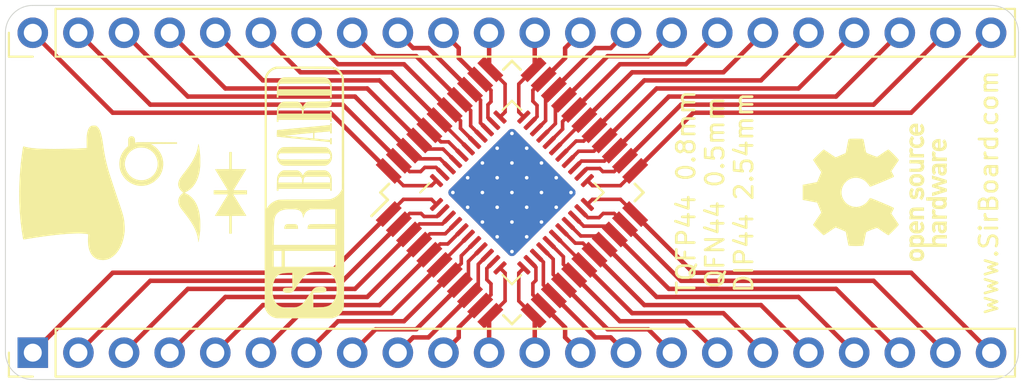
<source format=kicad_pcb>
(kicad_pcb (version 20171130) (host pcbnew "(5.1.2)-2")

  (general
    (thickness 1.6)
    (drawings 10)
    (tracks 316)
    (zones 0)
    (modules 7)
    (nets 45)
  )

  (page A4)
  (layers
    (0 F.Cu signal)
    (31 B.Cu signal)
    (32 B.Adhes user hide)
    (33 F.Adhes user hide)
    (34 B.Paste user hide)
    (35 F.Paste user hide)
    (36 B.SilkS user hide)
    (37 F.SilkS user)
    (38 B.Mask user hide)
    (39 F.Mask user hide)
    (40 Dwgs.User user hide)
    (41 Cmts.User user hide)
    (42 Eco1.User user hide)
    (43 Eco2.User user hide)
    (44 Edge.Cuts user)
    (45 Margin user hide)
    (46 B.CrtYd user hide)
    (47 F.CrtYd user hide)
    (48 B.Fab user hide)
    (49 F.Fab user hide)
  )

  (setup
    (last_trace_width 0.25)
    (user_trace_width 0.2)
    (trace_clearance 0.2)
    (zone_clearance 0.508)
    (zone_45_only no)
    (trace_min 0.2)
    (via_size 0.8)
    (via_drill 0.4)
    (via_min_size 0.4)
    (via_min_drill 0.3)
    (uvia_size 0.3)
    (uvia_drill 0.1)
    (uvias_allowed no)
    (uvia_min_size 0.2)
    (uvia_min_drill 0.1)
    (edge_width 0.05)
    (segment_width 0.2)
    (pcb_text_width 0.3)
    (pcb_text_size 1.5 1.5)
    (mod_edge_width 0.12)
    (mod_text_size 1 1)
    (mod_text_width 0.15)
    (pad_size 1.7 1.7)
    (pad_drill 1)
    (pad_to_mask_clearance 0.051)
    (solder_mask_min_width 0.25)
    (aux_axis_origin 0 0)
    (visible_elements FFFFFF7F)
    (pcbplotparams
      (layerselection 0x010f0_ffffffff)
      (usegerberextensions false)
      (usegerberattributes false)
      (usegerberadvancedattributes false)
      (creategerberjobfile false)
      (excludeedgelayer false)
      (linewidth 0.100000)
      (plotframeref false)
      (viasonmask false)
      (mode 1)
      (useauxorigin false)
      (hpglpennumber 1)
      (hpglpenspeed 20)
      (hpglpendiameter 15.000000)
      (psnegative false)
      (psa4output false)
      (plotreference true)
      (plotvalue false)
      (plotinvisibletext false)
      (padsonsilk false)
      (subtractmaskfromsilk false)
      (outputformat 1)
      (mirror false)
      (drillshape 0)
      (scaleselection 1)
      (outputdirectory "../../Gerbers/TQFP44/"))
  )

  (net 0 "")
  (net 1 "Net-(J1-Pad22)")
  (net 2 "Net-(J1-Pad21)")
  (net 3 "Net-(J1-Pad20)")
  (net 4 "Net-(J1-Pad19)")
  (net 5 "Net-(J1-Pad18)")
  (net 6 "Net-(J1-Pad17)")
  (net 7 "Net-(J1-Pad16)")
  (net 8 "Net-(J1-Pad15)")
  (net 9 "Net-(J1-Pad14)")
  (net 10 "Net-(J1-Pad13)")
  (net 11 "Net-(J1-Pad12)")
  (net 12 "Net-(J1-Pad11)")
  (net 13 "Net-(J1-Pad10)")
  (net 14 "Net-(J1-Pad9)")
  (net 15 "Net-(J1-Pad8)")
  (net 16 "Net-(J1-Pad7)")
  (net 17 "Net-(J1-Pad6)")
  (net 18 "Net-(J1-Pad5)")
  (net 19 "Net-(J1-Pad4)")
  (net 20 "Net-(J1-Pad3)")
  (net 21 "Net-(J1-Pad2)")
  (net 22 "Net-(J1-Pad1)")
  (net 23 "Net-(J2-Pad22)")
  (net 24 "Net-(J2-Pad21)")
  (net 25 "Net-(J2-Pad20)")
  (net 26 "Net-(J2-Pad19)")
  (net 27 "Net-(J2-Pad18)")
  (net 28 "Net-(J2-Pad17)")
  (net 29 "Net-(J2-Pad16)")
  (net 30 "Net-(J2-Pad15)")
  (net 31 "Net-(J2-Pad14)")
  (net 32 "Net-(J2-Pad13)")
  (net 33 "Net-(J2-Pad12)")
  (net 34 "Net-(J2-Pad11)")
  (net 35 "Net-(J2-Pad10)")
  (net 36 "Net-(J2-Pad9)")
  (net 37 "Net-(J2-Pad8)")
  (net 38 "Net-(J2-Pad7)")
  (net 39 "Net-(J2-Pad6)")
  (net 40 "Net-(J2-Pad5)")
  (net 41 "Net-(J2-Pad4)")
  (net 42 "Net-(J2-Pad3)")
  (net 43 "Net-(J2-Pad2)")
  (net 44 "Net-(J2-Pad1)")

  (net_class Default "This is the default net class."
    (clearance 0.2)
    (trace_width 0.25)
    (via_dia 0.8)
    (via_drill 0.4)
    (uvia_dia 0.3)
    (uvia_drill 0.1)
    (add_net "Net-(J1-Pad1)")
    (add_net "Net-(J1-Pad10)")
    (add_net "Net-(J1-Pad11)")
    (add_net "Net-(J1-Pad12)")
    (add_net "Net-(J1-Pad13)")
    (add_net "Net-(J1-Pad14)")
    (add_net "Net-(J1-Pad15)")
    (add_net "Net-(J1-Pad16)")
    (add_net "Net-(J1-Pad17)")
    (add_net "Net-(J1-Pad18)")
    (add_net "Net-(J1-Pad19)")
    (add_net "Net-(J1-Pad2)")
    (add_net "Net-(J1-Pad20)")
    (add_net "Net-(J1-Pad21)")
    (add_net "Net-(J1-Pad22)")
    (add_net "Net-(J1-Pad3)")
    (add_net "Net-(J1-Pad4)")
    (add_net "Net-(J1-Pad5)")
    (add_net "Net-(J1-Pad6)")
    (add_net "Net-(J1-Pad7)")
    (add_net "Net-(J1-Pad8)")
    (add_net "Net-(J1-Pad9)")
    (add_net "Net-(J2-Pad1)")
    (add_net "Net-(J2-Pad10)")
    (add_net "Net-(J2-Pad11)")
    (add_net "Net-(J2-Pad12)")
    (add_net "Net-(J2-Pad13)")
    (add_net "Net-(J2-Pad14)")
    (add_net "Net-(J2-Pad15)")
    (add_net "Net-(J2-Pad16)")
    (add_net "Net-(J2-Pad17)")
    (add_net "Net-(J2-Pad18)")
    (add_net "Net-(J2-Pad19)")
    (add_net "Net-(J2-Pad2)")
    (add_net "Net-(J2-Pad20)")
    (add_net "Net-(J2-Pad21)")
    (add_net "Net-(J2-Pad22)")
    (add_net "Net-(J2-Pad3)")
    (add_net "Net-(J2-Pad4)")
    (add_net "Net-(J2-Pad5)")
    (add_net "Net-(J2-Pad6)")
    (add_net "Net-(J2-Pad7)")
    (add_net "Net-(J2-Pad8)")
    (add_net "Net-(J2-Pad9)")
  )

  (module Symbol:OSHW-Logo_7.5x8mm_SilkScreen (layer F.Cu) (tedit 0) (tstamp 5D1F4C7C)
    (at 214.63 72.39 90)
    (descr "Open Source Hardware Logo")
    (tags "Logo OSHW")
    (attr virtual)
    (fp_text reference REF** (at 0 0 90) (layer F.SilkS) hide
      (effects (font (size 1 1) (thickness 0.15)))
    )
    (fp_text value OSHW-Logo_7.5x8mm_SilkScreen (at 0.75 0 90) (layer F.Fab) hide
      (effects (font (size 1 1) (thickness 0.15)))
    )
    (fp_poly (pts (xy 0.500964 -3.601424) (xy 0.576513 -3.200678) (xy 1.134041 -2.970846) (xy 1.468465 -3.198252)
      (xy 1.562122 -3.261569) (xy 1.646782 -3.318104) (xy 1.718495 -3.365273) (xy 1.773311 -3.400498)
      (xy 1.80728 -3.421195) (xy 1.81653 -3.425658) (xy 1.833195 -3.41418) (xy 1.868806 -3.382449)
      (xy 1.919371 -3.334517) (xy 1.9809 -3.274438) (xy 2.049399 -3.206267) (xy 2.120879 -3.134055)
      (xy 2.191347 -3.061858) (xy 2.256811 -2.993727) (xy 2.31328 -2.933717) (xy 2.356763 -2.885881)
      (xy 2.383268 -2.854273) (xy 2.389605 -2.843695) (xy 2.380486 -2.824194) (xy 2.35492 -2.781469)
      (xy 2.315597 -2.719702) (xy 2.265203 -2.643069) (xy 2.206427 -2.555752) (xy 2.172368 -2.505948)
      (xy 2.110289 -2.415007) (xy 2.055126 -2.332941) (xy 2.009554 -2.263837) (xy 1.97625 -2.211778)
      (xy 1.95789 -2.18085) (xy 1.955131 -2.17435) (xy 1.961385 -2.155879) (xy 1.978434 -2.112828)
      (xy 2.003703 -2.051251) (xy 2.034622 -1.977201) (xy 2.068618 -1.89673) (xy 2.103118 -1.815893)
      (xy 2.135551 -1.740742) (xy 2.163343 -1.677329) (xy 2.183923 -1.631707) (xy 2.194719 -1.609931)
      (xy 2.195356 -1.609074) (xy 2.212307 -1.604916) (xy 2.257451 -1.595639) (xy 2.32611 -1.582156)
      (xy 2.413602 -1.565379) (xy 2.51525 -1.546219) (xy 2.574556 -1.53517) (xy 2.683172 -1.51449)
      (xy 2.781277 -1.494811) (xy 2.863909 -1.477211) (xy 2.926104 -1.462767) (xy 2.962899 -1.452554)
      (xy 2.970296 -1.449314) (xy 2.97754 -1.427383) (xy 2.983385 -1.377853) (xy 2.987835 -1.306515)
      (xy 2.990893 -1.219161) (xy 2.992565 -1.121583) (xy 2.992853 -1.019574) (xy 2.991761 -0.918925)
      (xy 2.989294 -0.825428) (xy 2.985456 -0.744875) (xy 2.98025 -0.683058) (xy 2.973681 -0.64577)
      (xy 2.969741 -0.638007) (xy 2.946188 -0.628702) (xy 2.896282 -0.6154) (xy 2.826623 -0.599663)
      (xy 2.743813 -0.583054) (xy 2.714905 -0.577681) (xy 2.575531 -0.552152) (xy 2.465436 -0.531592)
      (xy 2.380982 -0.515185) (xy 2.31853 -0.502113) (xy 2.274444 -0.491559) (xy 2.245085 -0.482706)
      (xy 2.226815 -0.474737) (xy 2.215998 -0.466835) (xy 2.214485 -0.465273) (xy 2.199377 -0.440114)
      (xy 2.176329 -0.39115) (xy 2.147644 -0.324379) (xy 2.115622 -0.245795) (xy 2.082565 -0.161393)
      (xy 2.050773 -0.07717) (xy 2.022549 0.000879) (xy 2.000193 0.066759) (xy 1.986007 0.114473)
      (xy 1.982293 0.138027) (xy 1.982602 0.138852) (xy 1.995189 0.158104) (xy 2.023744 0.200463)
      (xy 2.065267 0.261521) (xy 2.116756 0.336868) (xy 2.175211 0.422096) (xy 2.191858 0.446315)
      (xy 2.251215 0.534123) (xy 2.303447 0.614238) (xy 2.345708 0.682062) (xy 2.375153 0.732993)
      (xy 2.388937 0.762431) (xy 2.389605 0.766048) (xy 2.378024 0.785057) (xy 2.346024 0.822714)
      (xy 2.297718 0.874973) (xy 2.23722 0.937786) (xy 2.168644 1.007106) (xy 2.096104 1.078885)
      (xy 2.023712 1.149077) (xy 1.955584 1.213635) (xy 1.895832 1.26851) (xy 1.848571 1.309656)
      (xy 1.817913 1.333026) (xy 1.809432 1.336842) (xy 1.789691 1.327855) (xy 1.749274 1.303616)
      (xy 1.694763 1.268209) (xy 1.652823 1.239711) (xy 1.576829 1.187418) (xy 1.486834 1.125845)
      (xy 1.396564 1.06437) (xy 1.348032 1.031469) (xy 1.183762 0.920359) (xy 1.045869 0.994916)
      (xy 0.983049 1.027578) (xy 0.929629 1.052966) (xy 0.893484 1.067446) (xy 0.884284 1.06946)
      (xy 0.873221 1.054584) (xy 0.851394 1.012547) (xy 0.820434 0.947227) (xy 0.78197 0.8625)
      (xy 0.737632 0.762245) (xy 0.689047 0.650339) (xy 0.637846 0.530659) (xy 0.585659 0.407084)
      (xy 0.534113 0.283491) (xy 0.48484 0.163757) (xy 0.439467 0.051759) (xy 0.399625 -0.048623)
      (xy 0.366942 -0.133514) (xy 0.343049 -0.199035) (xy 0.329574 -0.24131) (xy 0.327406 -0.255828)
      (xy 0.344583 -0.274347) (xy 0.38219 -0.30441) (xy 0.432366 -0.339768) (xy 0.436578 -0.342566)
      (xy 0.566264 -0.446375) (xy 0.670834 -0.567485) (xy 0.749381 -0.702024) (xy 0.800999 -0.846118)
      (xy 0.824782 -0.995895) (xy 0.819823 -1.147483) (xy 0.785217 -1.297008) (xy 0.720057 -1.4406)
      (xy 0.700886 -1.472016) (xy 0.601174 -1.598875) (xy 0.483377 -1.700745) (xy 0.351571 -1.777096)
      (xy 0.209833 -1.827398) (xy 0.062242 -1.851121) (xy -0.087127 -1.847735) (xy -0.234197 -1.816712)
      (xy -0.374889 -1.75752) (xy -0.505127 -1.669631) (xy -0.545414 -1.633958) (xy -0.647945 -1.522294)
      (xy -0.722659 -1.404743) (xy -0.77391 -1.27298) (xy -0.802454 -1.142493) (xy -0.8095 -0.995784)
      (xy -0.786004 -0.848347) (xy -0.734351 -0.705166) (xy -0.656929 -0.571223) (xy -0.556125 -0.451502)
      (xy -0.434324 -0.350986) (xy -0.418316 -0.340391) (xy -0.367602 -0.305694) (xy -0.32905 -0.27563)
      (xy -0.310619 -0.256435) (xy -0.310351 -0.255828) (xy -0.314308 -0.235064) (xy -0.329993 -0.187938)
      (xy -0.355778 -0.118327) (xy -0.390031 -0.030107) (xy -0.431123 0.072844) (xy -0.477424 0.18665)
      (xy -0.527304 0.307435) (xy -0.579133 0.431321) (xy -0.631281 0.554432) (xy -0.682118 0.672891)
      (xy -0.730013 0.782823) (xy -0.773338 0.880349) (xy -0.810462 0.961593) (xy -0.839756 1.022679)
      (xy -0.859588 1.05973) (xy -0.867574 1.06946) (xy -0.891979 1.061883) (xy -0.937642 1.04156)
      (xy -0.99669 1.012125) (xy -1.02916 0.994916) (xy -1.167053 0.920359) (xy -1.331323 1.031469)
      (xy -1.415179 1.08839) (xy -1.506987 1.15103) (xy -1.59302 1.210011) (xy -1.636113 1.239711)
      (xy -1.696723 1.28041) (xy -1.748045 1.312663) (xy -1.783385 1.332384) (xy -1.794863 1.336554)
      (xy -1.81157 1.325307) (xy -1.848546 1.293911) (xy -1.902205 1.245624) (xy -1.968962 1.183708)
      (xy -2.045234 1.111421) (xy -2.093473 1.065008) (xy -2.177867 0.982087) (xy -2.250803 0.90792)
      (xy -2.309331 0.84568) (xy -2.350503 0.798541) (xy -2.371372 0.769673) (xy -2.373374 0.763815)
      (xy -2.364083 0.741532) (xy -2.338409 0.696477) (xy -2.2992 0.633211) (xy -2.249303 0.556295)
      (xy -2.191567 0.470292) (xy -2.175149 0.446315) (xy -2.115323 0.35917) (xy -2.06165 0.28071)
      (xy -2.01713 0.215345) (xy -1.984765 0.167484) (xy -1.967555 0.141535) (xy -1.965893 0.138852)
      (xy -1.968379 0.118172) (xy -1.981577 0.072704) (xy -2.003186 0.008444) (xy -2.030904 -0.068613)
      (xy -2.06243 -0.152471) (xy -2.095463 -0.237134) (xy -2.127701 -0.316608) (xy -2.156843 -0.384896)
      (xy -2.180588 -0.436003) (xy -2.196635 -0.463933) (xy -2.197775 -0.465273) (xy -2.207588 -0.473255)
      (xy -2.224161 -0.481149) (xy -2.251132 -0.489771) (xy -2.292139 -0.499938) (xy -2.35082 -0.512469)
      (xy -2.430813 -0.528179) (xy -2.535755 -0.547887) (xy -2.669285 -0.572408) (xy -2.698196 -0.577681)
      (xy -2.783882 -0.594236) (xy -2.858582 -0.610431) (xy -2.915694 -0.624704) (xy -2.948617 -0.635492)
      (xy -2.953031 -0.638007) (xy -2.960306 -0.660304) (xy -2.966219 -0.710131) (xy -2.970766 -0.781696)
      (xy -2.973945 -0.869207) (xy -2.975749 -0.966872) (xy -2.976177 -1.068899) (xy -2.975223 -1.169497)
      (xy -2.972884 -1.262873) (xy -2.969156 -1.343235) (xy -2.964034 -1.404791) (xy -2.957516 -1.44175)
      (xy -2.953586 -1.449314) (xy -2.931708 -1.456944) (xy -2.881891 -1.469358) (xy -2.809097 -1.485478)
      (xy -2.718289 -1.504227) (xy -2.614431 -1.524529) (xy -2.557846 -1.53517) (xy -2.450486 -1.55524)
      (xy -2.354746 -1.57342) (xy -2.275306 -1.588801) (xy -2.216846 -1.600469) (xy -2.184045 -1.607512)
      (xy -2.178646 -1.609074) (xy -2.169522 -1.626678) (xy -2.150235 -1.669082) (xy -2.123355 -1.730228)
      (xy -2.091454 -1.804057) (xy -2.057102 -1.884511) (xy -2.022871 -1.965532) (xy -1.991331 -2.041063)
      (xy -1.965054 -2.105045) (xy -1.946611 -2.15142) (xy -1.938571 -2.174131) (xy -1.938422 -2.175124)
      (xy -1.947535 -2.193039) (xy -1.973086 -2.234267) (xy -2.012388 -2.294709) (xy -2.062757 -2.370269)
      (xy -2.121506 -2.456848) (xy -2.155658 -2.506579) (xy -2.21789 -2.597764) (xy -2.273164 -2.680551)
      (xy -2.318782 -2.750751) (xy -2.352048 -2.804176) (xy -2.370264 -2.836639) (xy -2.372895 -2.843917)
      (xy -2.361586 -2.860855) (xy -2.330319 -2.897022) (xy -2.28309 -2.948365) (xy -2.223892 -3.010833)
      (xy -2.156719 -3.080374) (xy -2.085566 -3.152935) (xy -2.014426 -3.224465) (xy -1.947293 -3.290913)
      (xy -1.888161 -3.348226) (xy -1.841025 -3.392353) (xy -1.809877 -3.419241) (xy -1.799457 -3.425658)
      (xy -1.782491 -3.416635) (xy -1.741911 -3.391285) (xy -1.681663 -3.35219) (xy -1.605693 -3.301929)
      (xy -1.517946 -3.243083) (xy -1.451756 -3.198252) (xy -1.117332 -2.970846) (xy -0.838567 -3.085762)
      (xy -0.559803 -3.200678) (xy -0.484254 -3.601424) (xy -0.408706 -4.002171) (xy 0.425415 -4.002171)
      (xy 0.500964 -3.601424)) (layer F.SilkS) (width 0.01))
    (fp_poly (pts (xy 2.391388 1.937645) (xy 2.448865 1.955206) (xy 2.485872 1.977395) (xy 2.497927 1.994942)
      (xy 2.494609 2.015742) (xy 2.473079 2.048419) (xy 2.454874 2.071562) (xy 2.417344 2.113402)
      (xy 2.389148 2.131005) (xy 2.365111 2.129856) (xy 2.293808 2.11171) (xy 2.241442 2.112534)
      (xy 2.198918 2.133098) (xy 2.184642 2.145134) (xy 2.138947 2.187483) (xy 2.138947 2.740526)
      (xy 1.955131 2.740526) (xy 1.955131 1.938421) (xy 2.047039 1.938421) (xy 2.102219 1.940603)
      (xy 2.130688 1.948351) (xy 2.138943 1.963468) (xy 2.138947 1.963916) (xy 2.142845 1.979749)
      (xy 2.160474 1.977684) (xy 2.184901 1.966261) (xy 2.23535 1.945005) (xy 2.276316 1.932216)
      (xy 2.329028 1.928938) (xy 2.391388 1.937645)) (layer F.SilkS) (width 0.01))
    (fp_poly (pts (xy -1.002043 1.952226) (xy -0.960454 1.97209) (xy -0.920175 2.000784) (xy -0.88949 2.033809)
      (xy -0.867139 2.075931) (xy -0.851864 2.131915) (xy -0.842408 2.206528) (xy -0.837513 2.304535)
      (xy -0.835919 2.430702) (xy -0.835894 2.443914) (xy -0.835527 2.740526) (xy -1.019343 2.740526)
      (xy -1.019343 2.467081) (xy -1.019473 2.365777) (xy -1.020379 2.292353) (xy -1.022827 2.241271)
      (xy -1.027586 2.20699) (xy -1.035426 2.183971) (xy -1.047115 2.166673) (xy -1.063398 2.149581)
      (xy -1.120366 2.112857) (xy -1.182555 2.106042) (xy -1.241801 2.129261) (xy -1.262405 2.146543)
      (xy -1.27753 2.162791) (xy -1.28839 2.180191) (xy -1.29569 2.204212) (xy -1.300137 2.240322)
      (xy -1.302436 2.293988) (xy -1.303296 2.37068) (xy -1.303422 2.464043) (xy -1.303422 2.740526)
      (xy -1.487237 2.740526) (xy -1.487237 1.938421) (xy -1.395329 1.938421) (xy -1.340149 1.940603)
      (xy -1.31168 1.948351) (xy -1.303425 1.963468) (xy -1.303422 1.963916) (xy -1.299592 1.97872)
      (xy -1.282699 1.97704) (xy -1.249112 1.960773) (xy -1.172937 1.93684) (xy -1.0858 1.934178)
      (xy -1.002043 1.952226)) (layer F.SilkS) (width 0.01))
    (fp_poly (pts (xy 3.558784 1.935554) (xy 3.601574 1.945949) (xy 3.683609 1.984013) (xy 3.753757 2.042149)
      (xy 3.802305 2.111852) (xy 3.808975 2.127502) (xy 3.818124 2.168496) (xy 3.824529 2.229138)
      (xy 3.82671 2.29043) (xy 3.82671 2.406316) (xy 3.584407 2.406316) (xy 3.484471 2.406693)
      (xy 3.414069 2.408987) (xy 3.369313 2.414938) (xy 3.346315 2.426285) (xy 3.341189 2.444771)
      (xy 3.350048 2.472136) (xy 3.365917 2.504155) (xy 3.410184 2.557592) (xy 3.471699 2.584215)
      (xy 3.546885 2.583347) (xy 3.632053 2.554371) (xy 3.705659 2.518611) (xy 3.766734 2.566904)
      (xy 3.82781 2.615197) (xy 3.770351 2.668285) (xy 3.693641 2.718445) (xy 3.599302 2.748688)
      (xy 3.497827 2.757151) (xy 3.399711 2.741974) (xy 3.383881 2.736824) (xy 3.297647 2.691791)
      (xy 3.233501 2.624652) (xy 3.190091 2.533405) (xy 3.166064 2.416044) (xy 3.165784 2.413529)
      (xy 3.163633 2.285627) (xy 3.172329 2.239997) (xy 3.342105 2.239997) (xy 3.357697 2.247013)
      (xy 3.400029 2.252388) (xy 3.462434 2.255457) (xy 3.501981 2.255921) (xy 3.575728 2.25563)
      (xy 3.62184 2.253783) (xy 3.6461 2.248912) (xy 3.654294 2.239555) (xy 3.652206 2.224245)
      (xy 3.650455 2.218322) (xy 3.62056 2.162668) (xy 3.573542 2.117815) (xy 3.532049 2.098105)
      (xy 3.476926 2.099295) (xy 3.421068 2.123875) (xy 3.374212 2.16457) (xy 3.346094 2.214108)
      (xy 3.342105 2.239997) (xy 3.172329 2.239997) (xy 3.185074 2.173133) (xy 3.227611 2.078727)
      (xy 3.288747 2.005088) (xy 3.365985 1.954893) (xy 3.45683 1.930822) (xy 3.558784 1.935554)) (layer F.SilkS) (width 0.01))
    (fp_poly (pts (xy 2.946576 1.945419) (xy 3.043395 1.986549) (xy 3.07389 2.006571) (xy 3.112865 2.03734)
      (xy 3.137331 2.061533) (xy 3.141578 2.069413) (xy 3.129584 2.086899) (xy 3.098887 2.11657)
      (xy 3.074312 2.137279) (xy 3.007046 2.191336) (xy 2.95393 2.146642) (xy 2.912884 2.117789)
      (xy 2.872863 2.107829) (xy 2.827059 2.110261) (xy 2.754324 2.128345) (xy 2.704256 2.165881)
      (xy 2.673829 2.226562) (xy 2.660017 2.314081) (xy 2.660013 2.314136) (xy 2.661208 2.411958)
      (xy 2.679772 2.48373) (xy 2.716804 2.532595) (xy 2.74205 2.549143) (xy 2.809097 2.569749)
      (xy 2.880709 2.569762) (xy 2.943015 2.549768) (xy 2.957763 2.54) (xy 2.99475 2.515047)
      (xy 3.023668 2.510958) (xy 3.054856 2.52953) (xy 3.089336 2.562887) (xy 3.143912 2.619196)
      (xy 3.083318 2.669142) (xy 2.989698 2.725513) (xy 2.884125 2.753293) (xy 2.773798 2.751282)
      (xy 2.701343 2.732862) (xy 2.616656 2.68731) (xy 2.548927 2.61565) (xy 2.518157 2.565066)
      (xy 2.493236 2.492488) (xy 2.480766 2.400569) (xy 2.48067 2.300948) (xy 2.49287 2.205267)
      (xy 2.51729 2.125169) (xy 2.521136 2.116956) (xy 2.578093 2.036413) (xy 2.655209 1.977771)
      (xy 2.74639 1.942247) (xy 2.845543 1.931057) (xy 2.946576 1.945419)) (layer F.SilkS) (width 0.01))
    (fp_poly (pts (xy 1.320131 2.198533) (xy 1.32171 2.321089) (xy 1.327481 2.414179) (xy 1.338991 2.481651)
      (xy 1.35779 2.527355) (xy 1.385426 2.555139) (xy 1.423448 2.568854) (xy 1.470526 2.572358)
      (xy 1.519832 2.568432) (xy 1.557283 2.554089) (xy 1.584428 2.525478) (xy 1.602815 2.478751)
      (xy 1.613993 2.410058) (xy 1.619511 2.31555) (xy 1.620921 2.198533) (xy 1.620921 1.938421)
      (xy 1.804736 1.938421) (xy 1.804736 2.740526) (xy 1.712828 2.740526) (xy 1.657422 2.738281)
      (xy 1.628891 2.730396) (xy 1.620921 2.715428) (xy 1.61612 2.702097) (xy 1.597014 2.704917)
      (xy 1.558504 2.723783) (xy 1.470239 2.752887) (xy 1.376623 2.750825) (xy 1.286921 2.719221)
      (xy 1.244204 2.694257) (xy 1.211621 2.667226) (xy 1.187817 2.633405) (xy 1.171439 2.588068)
      (xy 1.161131 2.526489) (xy 1.155541 2.443943) (xy 1.153312 2.335705) (xy 1.153026 2.252004)
      (xy 1.153026 1.938421) (xy 1.320131 1.938421) (xy 1.320131 2.198533)) (layer F.SilkS) (width 0.01))
    (fp_poly (pts (xy 0.811669 1.94831) (xy 0.896192 1.99434) (xy 0.962321 2.067006) (xy 0.993478 2.126106)
      (xy 1.006855 2.178305) (xy 1.015522 2.252719) (xy 1.019237 2.338442) (xy 1.017754 2.424569)
      (xy 1.010831 2.500193) (xy 1.002745 2.540584) (xy 0.975465 2.59584) (xy 0.92822 2.65453)
      (xy 0.871282 2.705852) (xy 0.814924 2.739005) (xy 0.81355 2.739531) (xy 0.743616 2.754018)
      (xy 0.660737 2.754377) (xy 0.581977 2.741188) (xy 0.551566 2.730617) (xy 0.473239 2.686201)
      (xy 0.417143 2.628007) (xy 0.380286 2.550965) (xy 0.35968 2.450001) (xy 0.355018 2.397116)
      (xy 0.355613 2.330663) (xy 0.534736 2.330663) (xy 0.54077 2.42763) (xy 0.558138 2.501523)
      (xy 0.58574 2.548736) (xy 0.605404 2.562237) (xy 0.655787 2.571651) (xy 0.715673 2.568864)
      (xy 0.767449 2.555316) (xy 0.781027 2.547862) (xy 0.816849 2.504451) (xy 0.840493 2.438014)
      (xy 0.850558 2.357161) (xy 0.845642 2.270502) (xy 0.834655 2.218349) (xy 0.803109 2.157951)
      (xy 0.753311 2.120197) (xy 0.693337 2.107143) (xy 0.631264 2.120849) (xy 0.583582 2.154372)
      (xy 0.558525 2.182031) (xy 0.5439 2.209294) (xy 0.536929 2.24619) (xy 0.534833 2.30275)
      (xy 0.534736 2.330663) (xy 0.355613 2.330663) (xy 0.356282 2.255994) (xy 0.379265 2.140271)
      (xy 0.423972 2.049941) (xy 0.490405 1.985) (xy 0.578565 1.945445) (xy 0.597495 1.940858)
      (xy 0.711266 1.93009) (xy 0.811669 1.94831)) (layer F.SilkS) (width 0.01))
    (fp_poly (pts (xy 0.018628 1.935547) (xy 0.081908 1.947548) (xy 0.147557 1.972648) (xy 0.154572 1.975848)
      (xy 0.204356 2.002026) (xy 0.238834 2.026353) (xy 0.249978 2.041937) (xy 0.239366 2.067353)
      (xy 0.213588 2.104853) (xy 0.202146 2.118852) (xy 0.154992 2.173954) (xy 0.094201 2.138086)
      (xy 0.036347 2.114192) (xy -0.0305 2.10142) (xy -0.094606 2.100613) (xy -0.144236 2.112615)
      (xy -0.156146 2.120105) (xy -0.178828 2.15445) (xy -0.181584 2.194013) (xy -0.164612 2.22492)
      (xy -0.154573 2.230913) (xy -0.12449 2.238357) (xy -0.071611 2.247106) (xy -0.006425 2.255467)
      (xy 0.0056 2.256778) (xy 0.110297 2.274888) (xy 0.186232 2.305651) (xy 0.236592 2.351907)
      (xy 0.264564 2.416497) (xy 0.273278 2.495387) (xy 0.26124 2.585065) (xy 0.222151 2.655486)
      (xy 0.155855 2.706777) (xy 0.062194 2.739067) (xy -0.041777 2.751807) (xy -0.126562 2.751654)
      (xy -0.195335 2.740083) (xy -0.242303 2.724109) (xy -0.30165 2.696275) (xy -0.356494 2.663973)
      (xy -0.375987 2.649755) (xy -0.426119 2.608835) (xy -0.305197 2.486477) (xy -0.236457 2.531967)
      (xy -0.167512 2.566133) (xy -0.093889 2.584004) (xy -0.023117 2.585889) (xy 0.037274 2.572101)
      (xy 0.079757 2.542949) (xy 0.093474 2.518352) (xy 0.091417 2.478904) (xy 0.05733 2.448737)
      (xy -0.008692 2.427906) (xy -0.081026 2.418279) (xy -0.192348 2.39991) (xy -0.275048 2.365254)
      (xy -0.330235 2.313297) (xy -0.359012 2.243023) (xy -0.362999 2.159707) (xy -0.343307 2.072681)
      (xy -0.298411 2.006902) (xy -0.227909 1.962068) (xy -0.131399 1.937879) (xy -0.0599 1.933137)
      (xy 0.018628 1.935547)) (layer F.SilkS) (width 0.01))
    (fp_poly (pts (xy -1.802982 1.957027) (xy -1.78633 1.964866) (xy -1.728695 2.007086) (xy -1.674195 2.0687)
      (xy -1.633501 2.136543) (xy -1.621926 2.167734) (xy -1.611366 2.223449) (xy -1.605069 2.290781)
      (xy -1.604304 2.318585) (xy -1.604211 2.406316) (xy -2.10915 2.406316) (xy -2.098387 2.45227)
      (xy -2.071967 2.50662) (xy -2.025778 2.553591) (xy -1.970828 2.583848) (xy -1.935811 2.590131)
      (xy -1.888323 2.582506) (xy -1.831665 2.563383) (xy -1.812418 2.554584) (xy -1.741241 2.519036)
      (xy -1.680498 2.565367) (xy -1.645448 2.596703) (xy -1.626798 2.622567) (xy -1.625853 2.630158)
      (xy -1.642515 2.648556) (xy -1.67903 2.676515) (xy -1.712172 2.698327) (xy -1.801607 2.737537)
      (xy -1.901871 2.755285) (xy -2.001246 2.75067) (xy -2.080461 2.726551) (xy -2.16212 2.674884)
      (xy -2.220151 2.606856) (xy -2.256454 2.518843) (xy -2.272928 2.407216) (xy -2.274389 2.356138)
      (xy -2.268543 2.239091) (xy -2.267825 2.235686) (xy -2.100511 2.235686) (xy -2.095903 2.246662)
      (xy -2.076964 2.252715) (xy -2.037902 2.25531) (xy -1.972923 2.25591) (xy -1.947903 2.255921)
      (xy -1.871779 2.255014) (xy -1.823504 2.25172) (xy -1.79754 2.245181) (xy -1.788352 2.234537)
      (xy -1.788027 2.231119) (xy -1.798513 2.203956) (xy -1.824758 2.165903) (xy -1.836041 2.152579)
      (xy -1.877928 2.114896) (xy -1.921591 2.10008) (xy -1.945115 2.098842) (xy -2.008757 2.114329)
      (xy -2.062127 2.15593) (xy -2.095981 2.216353) (xy -2.096581 2.218322) (xy -2.100511 2.235686)
      (xy -2.267825 2.235686) (xy -2.249101 2.146928) (xy -2.214078 2.07319) (xy -2.171244 2.020848)
      (xy -2.092052 1.964092) (xy -1.99896 1.933762) (xy -1.899945 1.931021) (xy -1.802982 1.957027)) (layer F.SilkS) (width 0.01))
    (fp_poly (pts (xy -3.373216 1.947104) (xy -3.285795 1.985754) (xy -3.21943 2.05029) (xy -3.174024 2.140812)
      (xy -3.149482 2.257418) (xy -3.147723 2.275624) (xy -3.146344 2.403984) (xy -3.164216 2.516496)
      (xy -3.20025 2.607688) (xy -3.219545 2.637022) (xy -3.286755 2.699106) (xy -3.37235 2.739316)
      (xy -3.46811 2.756003) (xy -3.565813 2.747517) (xy -3.640083 2.72138) (xy -3.703953 2.677335)
      (xy -3.756154 2.619587) (xy -3.757057 2.618236) (xy -3.778256 2.582593) (xy -3.792033 2.546752)
      (xy -3.800376 2.501519) (xy -3.805273 2.437701) (xy -3.807431 2.385368) (xy -3.808329 2.33791)
      (xy -3.641257 2.33791) (xy -3.639624 2.385154) (xy -3.633696 2.448046) (xy -3.623239 2.488407)
      (xy -3.604381 2.517122) (xy -3.586719 2.533896) (xy -3.524106 2.569016) (xy -3.458592 2.57371)
      (xy -3.397579 2.54844) (xy -3.367072 2.520124) (xy -3.345089 2.491589) (xy -3.332231 2.464284)
      (xy -3.326588 2.42875) (xy -3.326249 2.375524) (xy -3.327988 2.326506) (xy -3.331729 2.256482)
      (xy -3.337659 2.211064) (xy -3.348347 2.18144) (xy -3.366361 2.158797) (xy -3.380637 2.145855)
      (xy -3.440349 2.11186) (xy -3.504766 2.110165) (xy -3.558781 2.130301) (xy -3.60486 2.172352)
      (xy -3.632311 2.241428) (xy -3.641257 2.33791) (xy -3.808329 2.33791) (xy -3.809401 2.281299)
      (xy -3.806036 2.203468) (xy -3.795955 2.14493) (xy -3.777774 2.098737) (xy -3.75011 2.057942)
      (xy -3.739854 2.045828) (xy -3.675722 1.985474) (xy -3.606934 1.95022) (xy -3.522811 1.93545)
      (xy -3.481791 1.934243) (xy -3.373216 1.947104)) (layer F.SilkS) (width 0.01))
    (fp_poly (pts (xy 2.701193 3.196078) (xy 2.781068 3.216845) (xy 2.847962 3.259705) (xy 2.880351 3.291723)
      (xy 2.933445 3.367413) (xy 2.963873 3.455216) (xy 2.974327 3.56315) (xy 2.97438 3.571875)
      (xy 2.974473 3.659605) (xy 2.469534 3.659605) (xy 2.480298 3.705559) (xy 2.499732 3.747178)
      (xy 2.533745 3.790544) (xy 2.54086 3.797467) (xy 2.602003 3.834935) (xy 2.671729 3.841289)
      (xy 2.751987 3.816638) (xy 2.765592 3.81) (xy 2.807319 3.789819) (xy 2.835268 3.778321)
      (xy 2.840145 3.777258) (xy 2.857168 3.787583) (xy 2.889633 3.812845) (xy 2.906114 3.82665)
      (xy 2.940264 3.858361) (xy 2.951478 3.879299) (xy 2.943695 3.89856) (xy 2.939535 3.903827)
      (xy 2.911357 3.926878) (xy 2.864862 3.954892) (xy 2.832434 3.971246) (xy 2.740385 4.000059)
      (xy 2.638476 4.009395) (xy 2.541963 3.998332) (xy 2.514934 3.990412) (xy 2.431276 3.945581)
      (xy 2.369266 3.876598) (xy 2.328545 3.782794) (xy 2.308755 3.663498) (xy 2.306582 3.601118)
      (xy 2.312926 3.510298) (xy 2.473157 3.510298) (xy 2.488655 3.517012) (xy 2.530312 3.52228)
      (xy 2.590876 3.525389) (xy 2.631907 3.525921) (xy 2.705711 3.525408) (xy 2.752293 3.523006)
      (xy 2.777848 3.517422) (xy 2.788569 3.507361) (xy 2.790657 3.492763) (xy 2.776331 3.447796)
      (xy 2.740262 3.403353) (xy 2.692815 3.369242) (xy 2.645349 3.355288) (xy 2.580879 3.367666)
      (xy 2.52507 3.403452) (xy 2.486374 3.455033) (xy 2.473157 3.510298) (xy 2.312926 3.510298)
      (xy 2.315821 3.468866) (xy 2.344336 3.363498) (xy 2.392729 3.284178) (xy 2.461604 3.230071)
      (xy 2.551565 3.200343) (xy 2.6003 3.194618) (xy 2.701193 3.196078)) (layer F.SilkS) (width 0.01))
    (fp_poly (pts (xy 2.173167 3.191447) (xy 2.237408 3.204112) (xy 2.27398 3.222864) (xy 2.312453 3.254017)
      (xy 2.257717 3.323127) (xy 2.223969 3.364979) (xy 2.201053 3.385398) (xy 2.178279 3.388517)
      (xy 2.144956 3.378472) (xy 2.129314 3.372789) (xy 2.065542 3.364404) (xy 2.00714 3.382378)
      (xy 1.964264 3.422982) (xy 1.957299 3.435929) (xy 1.949713 3.470224) (xy 1.943859 3.533427)
      (xy 1.940011 3.62106) (xy 1.938443 3.72864) (xy 1.938421 3.743944) (xy 1.938421 4.010526)
      (xy 1.754605 4.010526) (xy 1.754605 3.19171) (xy 1.846513 3.19171) (xy 1.899507 3.193094)
      (xy 1.927115 3.199252) (xy 1.937324 3.213194) (xy 1.938421 3.226344) (xy 1.938421 3.260978)
      (xy 1.98245 3.226344) (xy 2.032937 3.202716) (xy 2.10076 3.191033) (xy 2.173167 3.191447)) (layer F.SilkS) (width 0.01))
    (fp_poly (pts (xy 1.379992 3.196673) (xy 1.450427 3.21378) (xy 1.470787 3.222844) (xy 1.510253 3.246583)
      (xy 1.540541 3.273321) (xy 1.562952 3.307699) (xy 1.578786 3.35436) (xy 1.589343 3.417946)
      (xy 1.595924 3.503099) (xy 1.599828 3.614462) (xy 1.60131 3.688849) (xy 1.606765 4.010526)
      (xy 1.51358 4.010526) (xy 1.457047 4.008156) (xy 1.427922 4.000055) (xy 1.420394 3.986451)
      (xy 1.41642 3.971741) (xy 1.398652 3.974554) (xy 1.37444 3.986348) (xy 1.313828 4.004427)
      (xy 1.235929 4.009299) (xy 1.153995 4.00133) (xy 1.081281 3.980889) (xy 1.074759 3.978051)
      (xy 1.008302 3.931365) (xy 0.964491 3.866464) (xy 0.944332 3.7906) (xy 0.945872 3.763344)
      (xy 1.110345 3.763344) (xy 1.124837 3.800024) (xy 1.167805 3.826309) (xy 1.237129 3.840417)
      (xy 1.274177 3.84229) (xy 1.335919 3.837494) (xy 1.37696 3.818858) (xy 1.386973 3.81)
      (xy 1.4141 3.761806) (xy 1.420394 3.718092) (xy 1.420394 3.659605) (xy 1.33893 3.659605)
      (xy 1.244234 3.664432) (xy 1.177813 3.679613) (xy 1.135846 3.7062) (xy 1.126449 3.718052)
      (xy 1.110345 3.763344) (xy 0.945872 3.763344) (xy 0.948829 3.711026) (xy 0.978985 3.634995)
      (xy 1.020131 3.583612) (xy 1.045052 3.561397) (xy 1.069448 3.546798) (xy 1.101191 3.537897)
      (xy 1.148152 3.532775) (xy 1.218204 3.529515) (xy 1.24599 3.528577) (xy 1.420394 3.522879)
      (xy 1.420138 3.470091) (xy 1.413384 3.414603) (xy 1.388964 3.381052) (xy 1.33963 3.359618)
      (xy 1.338306 3.359236) (xy 1.26836 3.350808) (xy 1.199914 3.361816) (xy 1.149047 3.388585)
      (xy 1.128637 3.401803) (xy 1.106654 3.399974) (xy 1.072826 3.380824) (xy 1.052961 3.367308)
      (xy 1.014106 3.338432) (xy 0.990038 3.316786) (xy 0.986176 3.310589) (xy 1.002079 3.278519)
      (xy 1.049065 3.240219) (xy 1.069473 3.227297) (xy 1.128143 3.205041) (xy 1.207212 3.192432)
      (xy 1.295041 3.1896) (xy 1.379992 3.196673)) (layer F.SilkS) (width 0.01))
    (fp_poly (pts (xy 0.37413 3.195104) (xy 0.44022 3.200066) (xy 0.526626 3.459079) (xy 0.613031 3.718092)
      (xy 0.640124 3.626184) (xy 0.656428 3.569384) (xy 0.677875 3.492625) (xy 0.701035 3.408251)
      (xy 0.71328 3.362993) (xy 0.759344 3.19171) (xy 0.949387 3.19171) (xy 0.892582 3.371349)
      (xy 0.864607 3.459704) (xy 0.830813 3.566281) (xy 0.79552 3.677454) (xy 0.764013 3.776579)
      (xy 0.69225 4.002171) (xy 0.537286 4.012253) (xy 0.49527 3.873528) (xy 0.469359 3.787351)
      (xy 0.441083 3.692347) (xy 0.416369 3.608441) (xy 0.415394 3.605102) (xy 0.396935 3.548248)
      (xy 0.380649 3.509456) (xy 0.369242 3.494787) (xy 0.366898 3.496483) (xy 0.358671 3.519225)
      (xy 0.343038 3.56794) (xy 0.321904 3.636502) (xy 0.29717 3.718785) (xy 0.283787 3.764046)
      (xy 0.211311 4.010526) (xy 0.057495 4.010526) (xy -0.065469 3.622006) (xy -0.100012 3.513022)
      (xy -0.131479 3.414048) (xy -0.158384 3.329736) (xy -0.179241 3.264734) (xy -0.192562 3.223692)
      (xy -0.196612 3.211701) (xy -0.193406 3.199423) (xy -0.168235 3.194046) (xy -0.115854 3.194584)
      (xy -0.107655 3.19499) (xy -0.010518 3.200066) (xy 0.0531 3.434013) (xy 0.076484 3.519333)
      (xy 0.097381 3.594335) (xy 0.113951 3.652507) (xy 0.124354 3.687337) (xy 0.126276 3.693016)
      (xy 0.134241 3.686486) (xy 0.150304 3.652654) (xy 0.172621 3.596127) (xy 0.199345 3.52151)
      (xy 0.221937 3.454107) (xy 0.308041 3.190143) (xy 0.37413 3.195104)) (layer F.SilkS) (width 0.01))
    (fp_poly (pts (xy -0.267369 4.010526) (xy -0.359277 4.010526) (xy -0.412623 4.008962) (xy -0.440407 4.002485)
      (xy -0.45041 3.988418) (xy -0.451185 3.978906) (xy -0.452872 3.959832) (xy -0.46351 3.956174)
      (xy -0.491465 3.967932) (xy -0.513205 3.978906) (xy -0.596668 4.004911) (xy -0.687396 4.006416)
      (xy -0.761158 3.987021) (xy -0.829846 3.940165) (xy -0.882206 3.871004) (xy -0.910878 3.789427)
      (xy -0.911608 3.784866) (xy -0.915868 3.735101) (xy -0.917986 3.663659) (xy -0.917816 3.609626)
      (xy -0.73528 3.609626) (xy -0.731051 3.681441) (xy -0.721432 3.740634) (xy -0.70841 3.77406)
      (xy -0.659144 3.81974) (xy -0.60065 3.836115) (xy -0.540329 3.822873) (xy -0.488783 3.783373)
      (xy -0.469262 3.756807) (xy -0.457848 3.725106) (xy -0.452502 3.678832) (xy -0.451185 3.609328)
      (xy -0.453542 3.540499) (xy -0.459767 3.480026) (xy -0.468592 3.439556) (xy -0.470063 3.435929)
      (xy -0.505653 3.392802) (xy -0.5576 3.369124) (xy -0.615722 3.365301) (xy -0.66984 3.381738)
      (xy -0.709774 3.41884) (xy -0.713917 3.426222) (xy -0.726884 3.471239) (xy -0.733948 3.535967)
      (xy -0.73528 3.609626) (xy -0.917816 3.609626) (xy -0.917729 3.58223) (xy -0.916528 3.538405)
      (xy -0.908355 3.429988) (xy -0.89137 3.348588) (xy -0.863113 3.288412) (xy -0.821128 3.243666)
      (xy -0.780368 3.2174) (xy -0.723419 3.198935) (xy -0.652589 3.192602) (xy -0.580059 3.19776)
      (xy -0.518014 3.213769) (xy -0.485232 3.23292) (xy -0.451185 3.263732) (xy -0.451185 2.87421)
      (xy -0.267369 2.87421) (xy -0.267369 4.010526)) (layer F.SilkS) (width 0.01))
    (fp_poly (pts (xy -1.320119 3.193486) (xy -1.295112 3.200982) (xy -1.28705 3.217451) (xy -1.286711 3.224886)
      (xy -1.285264 3.245594) (xy -1.275302 3.248845) (xy -1.248388 3.234648) (xy -1.232402 3.224948)
      (xy -1.181967 3.204175) (xy -1.121728 3.193904) (xy -1.058566 3.193114) (xy -0.999363 3.200786)
      (xy -0.950998 3.215898) (xy -0.920354 3.237432) (xy -0.914311 3.264366) (xy -0.917361 3.27166)
      (xy -0.939594 3.301937) (xy -0.97407 3.339175) (xy -0.980306 3.345195) (xy -1.013167 3.372875)
      (xy -1.04152 3.381818) (xy -1.081173 3.375576) (xy -1.097058 3.371429) (xy -1.146491 3.361467)
      (xy -1.181248 3.365947) (xy -1.2106 3.381746) (xy -1.237487 3.402949) (xy -1.25729 3.429614)
      (xy -1.271052 3.466827) (xy -1.279816 3.519673) (xy -1.284626 3.593237) (xy -1.286526 3.692605)
      (xy -1.286711 3.752601) (xy -1.286711 4.010526) (xy -1.453816 4.010526) (xy -1.453816 3.19171)
      (xy -1.370264 3.19171) (xy -1.320119 3.193486)) (layer F.SilkS) (width 0.01))
    (fp_poly (pts (xy -1.839543 3.198184) (xy -1.76093 3.21916) (xy -1.701084 3.25718) (xy -1.658853 3.306978)
      (xy -1.645725 3.32823) (xy -1.636032 3.350492) (xy -1.629256 3.37897) (xy -1.624877 3.418871)
      (xy -1.622376 3.475401) (xy -1.621232 3.553767) (xy -1.620928 3.659176) (xy -1.620922 3.687142)
      (xy -1.620922 4.010526) (xy -1.701132 4.010526) (xy -1.752294 4.006943) (xy -1.790123 3.997866)
      (xy -1.799601 3.992268) (xy -1.825512 3.982606) (xy -1.851976 3.992268) (xy -1.895548 4.00433)
      (xy -1.95884 4.009185) (xy -2.02899 4.007078) (xy -2.09314 3.998256) (xy -2.130593 3.986937)
      (xy -2.203067 3.940412) (xy -2.24836 3.875846) (xy -2.268722 3.79) (xy -2.268912 3.787796)
      (xy -2.267125 3.749713) (xy -2.105527 3.749713) (xy -2.091399 3.79303) (xy -2.068388 3.817408)
      (xy -2.022196 3.835845) (xy -1.961225 3.843205) (xy -1.899051 3.839583) (xy -1.849249 3.825074)
      (xy -1.835297 3.815765) (xy -1.810915 3.772753) (xy -1.804737 3.723857) (xy -1.804737 3.659605)
      (xy -1.897182 3.659605) (xy -1.985005 3.666366) (xy -2.051582 3.68552) (xy -2.092998 3.715376)
      (xy -2.105527 3.749713) (xy -2.267125 3.749713) (xy -2.26451 3.694004) (xy -2.233576 3.619847)
      (xy -2.175419 3.563767) (xy -2.16738 3.558665) (xy -2.132837 3.542055) (xy -2.090082 3.531996)
      (xy -2.030314 3.527107) (xy -1.95931 3.525983) (xy -1.804737 3.525921) (xy -1.804737 3.461125)
      (xy -1.811294 3.41085) (xy -1.828025 3.377169) (xy -1.829984 3.375376) (xy -1.867217 3.360642)
      (xy -1.92342 3.354931) (xy -1.985533 3.357737) (xy -2.04049 3.368556) (xy -2.073101 3.384782)
      (xy -2.090772 3.39778) (xy -2.109431 3.400262) (xy -2.135181 3.389613) (xy -2.174127 3.363218)
      (xy -2.23237 3.318465) (xy -2.237716 3.314273) (xy -2.234977 3.29876) (xy -2.212124 3.27296)
      (xy -2.177391 3.244289) (xy -2.13901 3.220166) (xy -2.126952 3.21447) (xy -2.082966 3.203103)
      (xy -2.018513 3.194995) (xy -1.946503 3.191743) (xy -1.943136 3.191736) (xy -1.839543 3.198184)) (layer F.SilkS) (width 0.01))
    (fp_poly (pts (xy -2.53664 1.952468) (xy -2.501408 1.969874) (xy -2.45796 2.000206) (xy -2.426294 2.033283)
      (xy -2.404606 2.074817) (xy -2.391097 2.130522) (xy -2.383962 2.206111) (xy -2.3814 2.307296)
      (xy -2.38125 2.350797) (xy -2.381688 2.446135) (xy -2.383504 2.514271) (xy -2.387455 2.561418)
      (xy -2.394298 2.59379) (xy -2.404789 2.6176) (xy -2.415704 2.633843) (xy -2.485381 2.702952)
      (xy -2.567434 2.744521) (xy -2.65595 2.757023) (xy -2.745019 2.738934) (xy -2.773237 2.726142)
      (xy -2.84079 2.690931) (xy -2.84079 3.2427) (xy -2.791488 3.217205) (xy -2.726527 3.19748)
      (xy -2.64668 3.192427) (xy -2.566948 3.201756) (xy -2.506735 3.222714) (xy -2.456792 3.262627)
      (xy -2.414119 3.319741) (xy -2.41091 3.325605) (xy -2.397378 3.353227) (xy -2.387495 3.381068)
      (xy -2.380691 3.414794) (xy -2.376399 3.460071) (xy -2.374049 3.522562) (xy -2.373072 3.607935)
      (xy -2.372895 3.70401) (xy -2.372895 4.010526) (xy -2.556711 4.010526) (xy -2.556711 3.445339)
      (xy -2.608125 3.402077) (xy -2.661534 3.367472) (xy -2.712112 3.36118) (xy -2.76297 3.377372)
      (xy -2.790075 3.393227) (xy -2.810249 3.41581) (xy -2.824597 3.44994) (xy -2.834224 3.500434)
      (xy -2.840237 3.572111) (xy -2.84374 3.669788) (xy -2.844974 3.734802) (xy -2.849145 4.002171)
      (xy -2.936875 4.007222) (xy -3.024606 4.012273) (xy -3.024606 2.353101) (xy -2.84079 2.353101)
      (xy -2.836104 2.4456) (xy -2.820312 2.509809) (xy -2.790817 2.549759) (xy -2.74502 2.56948)
      (xy -2.69875 2.573421) (xy -2.646372 2.568892) (xy -2.61161 2.551069) (xy -2.589872 2.527519)
      (xy -2.57276 2.502189) (xy -2.562573 2.473969) (xy -2.55804 2.434431) (xy -2.557891 2.375142)
      (xy -2.559416 2.325498) (xy -2.562919 2.25071) (xy -2.568133 2.201611) (xy -2.576913 2.170467)
      (xy -2.591114 2.149545) (xy -2.604516 2.137452) (xy -2.660513 2.111081) (xy -2.726789 2.106822)
      (xy -2.764844 2.115906) (xy -2.802523 2.148196) (xy -2.827481 2.211006) (xy -2.839578 2.303894)
      (xy -2.84079 2.353101) (xy -3.024606 2.353101) (xy -3.024606 1.938421) (xy -2.932698 1.938421)
      (xy -2.877517 1.940603) (xy -2.849048 1.948351) (xy -2.840794 1.963468) (xy -2.84079 1.963916)
      (xy -2.83696 1.97872) (xy -2.820067 1.977039) (xy -2.786481 1.960772) (xy -2.708222 1.935887)
      (xy -2.620173 1.933271) (xy -2.53664 1.952468)) (layer F.SilkS) (width 0.01))
  )

  (module logo:logo126x178 (layer F.Cu) (tedit 0) (tstamp 5D1F4BA7)
    (at 173.355 72.39 90)
    (fp_text reference G*** (at 0 0 90) (layer F.SilkS) hide
      (effects (font (size 1.524 1.524) (thickness 0.3)))
    )
    (fp_text value LOGO (at 0.75 0 90) (layer F.SilkS) hide
      (effects (font (size 1.524 1.524) (thickness 0.3)))
    )
    (fp_poly (pts (xy 0.589216 -6.326123) (xy 1.143613 -6.294151) (xy 1.691051 -6.243581) (xy 2.225693 -6.174469)
      (xy 2.3114 -6.161424) (xy 2.411119 -6.146055) (xy 2.481874 -6.134535) (xy 2.528041 -6.124769)
      (xy 2.553998 -6.114662) (xy 2.564121 -6.102121) (xy 2.562788 -6.08505) (xy 2.554374 -6.061355)
      (xy 2.549304 -6.047576) (xy 2.52208 -5.950828) (xy 2.497063 -5.821701) (xy 2.474472 -5.661624)
      (xy 2.454524 -5.472026) (xy 2.446036 -5.372011) (xy 2.436905 -5.227304) (xy 2.429829 -5.053467)
      (xy 2.424774 -4.855173) (xy 2.421707 -4.637094) (xy 2.420594 -4.403904) (xy 2.421402 -4.160274)
      (xy 2.424096 -3.910878) (xy 2.428643 -3.660386) (xy 2.435008 -3.413474) (xy 2.443159 -3.174812)
      (xy 2.453062 -2.949073) (xy 2.464683 -2.74093) (xy 2.465075 -2.734733) (xy 2.474757 -2.582333)
      (xy 2.779213 -2.587951) (xy 2.989393 -2.587218) (xy 3.169217 -2.576508) (xy 3.32077 -2.555567)
      (xy 3.446135 -2.524145) (xy 3.511979 -2.499131) (xy 3.605488 -2.448745) (xy 3.66925 -2.390582)
      (xy 3.707346 -2.318536) (xy 3.723855 -2.226503) (xy 3.725333 -2.179822) (xy 3.723521 -2.117442)
      (xy 3.715086 -2.075164) (xy 3.695534 -2.039289) (xy 3.667909 -2.004875) (xy 3.610587 -1.948766)
      (xy 3.538413 -1.898525) (xy 3.448732 -1.85331) (xy 3.33889 -1.812278) (xy 3.206235 -1.774587)
      (xy 3.048112 -1.739395) (xy 2.861868 -1.705859) (xy 2.644848 -1.673138) (xy 2.605917 -1.667761)
      (xy 2.269606 -1.61685) (xy 1.952138 -1.557818) (xy 1.638871 -1.4876) (xy 1.315163 -1.40313)
      (xy 1.236133 -1.380919) (xy 1.178392 -1.363671) (xy 1.092145 -1.336779) (xy 0.98098 -1.301419)
      (xy 0.848481 -1.258766) (xy 0.698235 -1.209998) (xy 0.533828 -1.156289) (xy 0.358847 -1.098818)
      (xy 0.176877 -1.038758) (xy -0.008495 -0.977287) (xy -0.193684 -0.915581) (xy -0.375103 -0.854816)
      (xy -0.549166 -0.796168) (xy -0.622295 -0.771406) (xy -0.792717 -0.713908) (xy -0.935802 -0.666458)
      (xy -1.056123 -0.627753) (xy -1.158253 -0.59649) (xy -1.246763 -0.571367) (xy -1.326225 -0.551082)
      (xy -1.401212 -0.534332) (xy -1.476295 -0.519815) (xy -1.5494 -0.50731) (xy -1.653662 -0.493918)
      (xy -1.775974 -0.483949) (xy -1.906382 -0.477702) (xy -2.034934 -0.475475) (xy -2.151675 -0.477567)
      (xy -2.246652 -0.484276) (xy -2.260601 -0.485988) (xy -2.537724 -0.535396) (xy -2.788932 -0.606273)
      (xy -3.014661 -0.698819) (xy -3.215346 -0.813227) (xy -3.391425 -0.949696) (xy -3.479041 -1.035401)
      (xy -3.593255 -1.172923) (xy -3.675952 -1.310946) (xy -3.729198 -1.454338) (xy -3.75506 -1.607967)
      (xy -3.758373 -1.693334) (xy -3.744311 -1.862178) (xy -3.702185 -2.012088) (xy -3.632078 -2.142958)
      (xy -3.534075 -2.25468) (xy -3.408263 -2.347148) (xy -3.254726 -2.420255) (xy -3.14948 -2.454741)
      (xy -3.030498 -2.480942) (xy -2.88997 -2.500258) (xy -2.7397 -2.511711) (xy -2.591489 -2.514322)
      (xy -2.4863 -2.509701) (xy -2.322532 -2.497043) (xy -2.31281 -2.545652) (xy -2.293268 -2.679174)
      (xy -2.281492 -2.843565) (xy -2.277319 -3.036768) (xy -2.280584 -3.256728) (xy -2.291123 -3.501388)
      (xy -2.308772 -3.768693) (xy -2.333366 -4.056586) (xy -2.36474 -4.363011) (xy -2.402731 -4.685912)
      (xy -2.447174 -5.023233) (xy -2.497906 -5.372918) (xy -2.55476 -5.732911) (xy -2.579278 -5.879911)
      (xy -2.594657 -5.972941) (xy -2.604133 -6.037887) (xy -2.607983 -6.079964) (xy -2.606483 -6.104387)
      (xy -2.59991 -6.116371) (xy -2.592034 -6.12027) (xy -2.559156 -6.127518) (xy -2.499017 -6.138624)
      (xy -2.417868 -6.152549) (xy -2.321957 -6.168254) (xy -2.217536 -6.184698) (xy -2.110853 -6.200843)
      (xy -2.0828 -6.204968) (xy -1.581187 -6.26686) (xy -1.05734 -6.309864) (xy -0.517098 -6.334037)
      (xy 0.0337 -6.339437) (xy 0.589216 -6.326123)) (layer F.SilkS) (width 0.01))
    (fp_poly (pts (xy 1.696285 -0.762416) (xy 1.819948 -0.748676) (xy 1.868069 -0.738931) (xy 2.035966 -0.684089)
      (xy 2.200135 -0.603395) (xy 2.351637 -0.5022) (xy 2.481535 -0.385855) (xy 2.509803 -0.354779)
      (xy 2.582333 -0.271316) (xy 2.797966 -0.271125) (xy 2.886937 -0.27081) (xy 2.948944 -0.26921)
      (xy 2.990888 -0.265061) (xy 3.01967 -0.257098) (xy 3.042194 -0.24406) (xy 3.06536 -0.224681)
      (xy 3.068899 -0.221523) (xy 3.103229 -0.186142) (xy 3.119506 -0.150993) (xy 3.124116 -0.100642)
      (xy 3.1242 -0.087834) (xy 3.113704 -0.01345) (xy 3.080743 0.041113) (xy 3.02311 0.077391)
      (xy 2.938594 0.096916) (xy 2.851513 0.101505) (xy 2.765094 0.1016) (xy 2.785303 0.182033)
      (xy 2.789655 0.20915) (xy 2.793238 0.254008) (xy 2.796073 0.318504) (xy 2.798178 0.404528)
      (xy 2.799575 0.513976) (xy 2.800284 0.648739) (xy 2.800323 0.810713) (xy 2.799713 1.00179)
      (xy 2.798474 1.223863) (xy 2.797601 1.350433) (xy 2.789689 2.4384) (xy 2.709693 2.4384)
      (xy 2.705279 1.706033) (xy 2.700866 0.973667) (xy 2.647418 1.0668) (xy 2.536306 1.228098)
      (xy 2.403722 1.365731) (xy 2.253194 1.478882) (xy 2.088251 1.566732) (xy 1.91242 1.628464)
      (xy 1.729228 1.66326) (xy 1.542205 1.670302) (xy 1.354878 1.648772) (xy 1.170775 1.597852)
      (xy 0.993423 1.516723) (xy 0.914399 1.468585) (xy 0.869521 1.434477) (xy 0.81069 1.383701)
      (xy 0.747053 1.324353) (xy 0.709933 1.287556) (xy 0.583832 1.135534) (xy 0.486149 0.966181)
      (xy 0.417929 0.782113) (xy 0.380218 0.585943) (xy 0.374148 0.47409) (xy 0.677031 0.47409)
      (xy 0.693998 0.631438) (xy 0.739067 0.786614) (xy 0.813397 0.936164) (xy 0.906356 1.0632)
      (xy 1.023717 1.174229) (xy 1.161652 1.261947) (xy 1.314568 1.324542) (xy 1.476872 1.360201)
      (xy 1.64297 1.367113) (xy 1.786466 1.348277) (xy 1.952761 1.295344) (xy 2.103008 1.213686)
      (xy 2.234621 1.105656) (xy 2.345013 0.973605) (xy 2.431598 0.819885) (xy 2.467402 0.729112)
      (xy 2.49227 0.625132) (xy 2.504965 0.503305) (xy 2.505182 0.377287) (xy 2.492618 0.260733)
      (xy 2.479118 0.20204) (xy 2.414792 0.041176) (xy 2.322851 -0.103291) (xy 2.206828 -0.228104)
      (xy 2.07026 -0.330005) (xy 1.91668 -0.405737) (xy 1.77448 -0.44729) (xy 1.682247 -0.464332)
      (xy 1.608681 -0.471826) (xy 1.53997 -0.469828) (xy 1.462306 -0.458395) (xy 1.413933 -0.448768)
      (xy 1.247794 -0.398283) (xy 1.100489 -0.32236) (xy 0.973175 -0.224451) (xy 0.867011 -0.108008)
      (xy 0.783156 0.02352) (xy 0.722769 0.16668) (xy 0.687008 0.31802) (xy 0.677031 0.47409)
      (xy 0.374148 0.47409) (xy 0.372533 0.444346) (xy 0.388891 0.250441) (xy 0.436319 0.064318)
      (xy 0.512342 -0.110924) (xy 0.614489 -0.272186) (xy 0.740285 -0.416367) (xy 0.88726 -0.540367)
      (xy 1.052939 -0.641087) (xy 1.23485 -0.715427) (xy 1.315823 -0.738117) (xy 1.429828 -0.757116)
      (xy 1.561447 -0.765222) (xy 1.696285 -0.762416)) (layer F.SilkS) (width 0.01))
    (fp_poly (pts (xy 0.555332 2.519684) (xy 0.631975 2.540297) (xy 0.680678 2.557986) (xy 0.733029 2.582955)
      (xy 0.792614 2.617602) (xy 0.863018 2.664326) (xy 0.947828 2.725525) (xy 1.050629 2.803599)
      (xy 1.175008 2.900946) (xy 1.196252 2.917759) (xy 1.457696 3.112916) (xy 1.709701 3.276664)
      (xy 1.951983 3.408859) (xy 2.184255 3.509357) (xy 2.406231 3.578015) (xy 2.572374 3.609416)
      (xy 2.635056 3.618283) (xy 2.675994 3.626057) (xy 2.693445 3.633538) (xy 2.685665 3.64153)
      (xy 2.650912 3.650835) (xy 2.587443 3.662255) (xy 2.493516 3.676593) (xy 2.396066 3.69059)
      (xy 2.148495 3.718792) (xy 1.900072 3.733981) (xy 1.657873 3.736197) (xy 1.428975 3.725478)
      (xy 1.220457 3.701865) (xy 1.11724 3.683441) (xy 0.881335 3.621819) (xy 0.668767 3.53945)
      (xy 0.480708 3.437113) (xy 0.318327 3.315584) (xy 0.182794 3.175644) (xy 0.07528 3.018069)
      (xy 0.052425 2.975035) (xy -0.010011 2.850754) (xy -0.056021 2.945143) (xy -0.157996 3.116379)
      (xy -0.286987 3.267427) (xy -0.442656 3.398064) (xy -0.62466 3.508065) (xy -0.832661 3.597206)
      (xy -1.066316 3.665263) (xy -1.187214 3.690326) (xy -1.308732 3.707853) (xy -1.454499 3.721383)
      (xy -1.615092 3.730565) (xy -1.78109 3.735051) (xy -1.943071 3.734488) (xy -2.091613 3.728528)
      (xy -2.133601 3.725518) (xy -2.196202 3.719362) (xy -2.275287 3.709957) (xy -2.3645 3.698247)
      (xy -2.457487 3.685177) (xy -2.547894 3.671691) (xy -2.629365 3.658734) (xy -2.695547 3.64725)
      (xy -2.740085 3.638185) (xy -2.756339 3.632948) (xy -2.743416 3.629151) (xy -2.70504 3.623451)
      (xy -2.649481 3.617073) (xy -2.648746 3.616998) (xy -2.462604 3.587259) (xy -2.272844 3.535235)
      (xy -2.07734 3.459843) (xy -1.873969 3.36) (xy -1.660607 3.234622) (xy -1.435129 3.082627)
      (xy -1.19541 2.902931) (xy -1.100667 2.827582) (xy -0.991889 2.741345) (xy -0.902751 2.674664)
      (xy -0.827942 2.624198) (xy -0.762149 2.586607) (xy -0.700058 2.558549) (xy -0.639653 2.537679)
      (xy -0.507089 2.513322) (xy -0.380803 2.522028) (xy -0.262451 2.563311) (xy -0.153688 2.636686)
      (xy -0.091222 2.698733) (xy -0.013245 2.787176) (xy 0.090744 2.683273) (xy 0.167133 2.61418)
      (xy 0.23785 2.567373) (xy 0.292735 2.542751) (xy 0.382918 2.515833) (xy 0.466191 2.508175)
      (xy 0.555332 2.519684)) (layer F.SilkS) (width 0.01))
    (fp_poly (pts (xy 0.118533 4.878211) (xy 0.119088 4.988792) (xy 0.120644 5.086756) (xy 0.123041 5.167476)
      (xy 0.126116 5.226322) (xy 0.129707 5.258667) (xy 0.132007 5.263444) (xy 0.149999 5.253264)
      (xy 0.192268 5.228186) (xy 0.2542 5.190985) (xy 0.331183 5.144433) (xy 0.418601 5.091303)
      (xy 0.432574 5.082788) (xy 0.548491 5.012123) (xy 0.680708 4.93152) (xy 0.816608 4.84867)
      (xy 0.943573 4.771265) (xy 1.007533 4.73227) (xy 1.295399 4.556764) (xy 1.299939 4.953849)
      (xy 1.304479 5.350933) (xy 2.252133 5.350933) (xy 2.252133 5.4864) (xy 1.304468 5.4864)
      (xy 1.299934 5.890978) (xy 1.295399 6.295556) (xy 1.014441 6.123811) (xy 0.903081 6.055734)
      (xy 0.774621 5.977193) (xy 0.640852 5.895399) (xy 0.513564 5.817561) (xy 0.435851 5.770033)
      (xy 0.345971 5.715342) (xy 0.266023 5.667225) (xy 0.200444 5.628309) (xy 0.15367 5.601223)
      (xy 0.130139 5.588592) (xy 0.128376 5.588) (xy 0.125517 5.604127) (xy 0.122984 5.649288)
      (xy 0.120905 5.718648) (xy 0.119408 5.807374) (xy 0.118621 5.910633) (xy 0.118533 5.960533)
      (xy 0.118533 6.333066) (xy -0.100965 6.333066) (xy -0.105516 5.952292) (xy -0.110067 5.571517)
      (xy -0.281379 5.678681) (xy -0.350462 5.721624) (xy -0.410414 5.758387) (xy -0.454632 5.784953)
      (xy -0.476112 5.797119) (xy -0.496243 5.808664) (xy -0.541242 5.83556) (xy -0.607142 5.8754)
      (xy -0.689974 5.925775) (xy -0.78577 5.984278) (xy -0.890561 6.048502) (xy -0.897467 6.052742)
      (xy -1.2954 6.297092) (xy -1.299935 5.891746) (xy -1.304469 5.4864) (xy -2.286001 5.4864)
      (xy -2.286001 5.350933) (xy -1.303867 5.350933) (xy -1.303867 4.953) (xy -1.303588 4.840971)
      (xy -1.302804 4.741144) (xy -1.301596 4.658197) (xy -1.300045 4.596804) (xy -1.298231 4.561644)
      (xy -1.296986 4.555066) (xy -1.280857 4.563439) (xy -1.241331 4.586418) (xy -1.183813 4.620797)
      (xy -1.11371 4.663366) (xy -1.089553 4.678163) (xy -1.000563 4.73269) (xy -0.894167 4.797736)
      (xy -0.78191 4.866251) (xy -0.67534 4.931183) (xy -0.643467 4.950574) (xy -0.547671 5.008905)
      (xy -0.448494 5.069423) (xy -0.355299 5.126406) (xy -0.277451 5.174132) (xy -0.249767 5.191159)
      (xy -0.1016 5.282428) (xy -0.1016 4.487333) (xy 0.118533 4.487333) (xy 0.118533 4.878211)) (layer F.SilkS) (width 0.01))
  )

  (module logo:SirBoard140x44 (layer F.Cu) (tedit 0) (tstamp 5D1F4AE4)
    (at 182.88 72.39 90)
    (fp_text reference G*** (at 0 0 90) (layer F.SilkS) hide
      (effects (font (size 1.524 1.524) (thickness 0.3)))
    )
    (fp_text value LOGO (at 0.75 0 90) (layer F.SilkS) hide
      (effects (font (size 1.524 1.524) (thickness 0.3)))
    )
    (fp_poly (pts (xy -1.906953 -1.100372) (xy -1.851988 -1.081422) (xy -1.80998 -1.049981) (xy -1.78112 -1.006166)
      (xy -1.772947 -0.98404) (xy -1.768696 -0.960173) (xy -1.765214 -0.921594) (xy -1.762527 -0.871716)
      (xy -1.760663 -0.813956) (xy -1.759649 -0.751728) (xy -1.759512 -0.688447) (xy -1.760279 -0.627528)
      (xy -1.761978 -0.572387) (xy -1.764635 -0.526437) (xy -1.768277 -0.493095) (xy -1.769015 -0.488828)
      (xy -1.783685 -0.439736) (xy -1.807974 -0.403098) (xy -1.843641 -0.377633) (xy -1.892442 -0.362064)
      (xy -1.952625 -0.35527) (xy -2.022929 -0.351865) (xy -2.022929 -1.106715) (xy -1.974682 -1.106715)
      (xy -1.906953 -1.100372)) (layer F.SilkS) (width 0.01))
    (fp_poly (pts (xy 5.64016 -1.521492) (xy 5.73396 -1.520161) (xy 5.811455 -1.518756) (xy 5.874484 -1.51719)
      (xy 5.924885 -1.515376) (xy 5.964496 -1.513225) (xy 5.995155 -1.51065) (xy 6.0187 -1.507563)
      (xy 6.036971 -1.503875) (xy 6.043174 -1.502224) (xy 6.134303 -1.468431) (xy 6.215763 -1.422615)
      (xy 6.285831 -1.366273) (xy 6.342781 -1.300903) (xy 6.384891 -1.228003) (xy 6.398404 -1.193545)
      (xy 6.400621 -1.185852) (xy 6.402612 -1.175964) (xy 6.404388 -1.162923) (xy 6.405962 -1.145777)
      (xy 6.407346 -1.123567) (xy 6.408552 -1.095341) (xy 6.409591 -1.060142) (xy 6.410477 -1.017014)
      (xy 6.41122 -0.965003) (xy 6.411833 -0.903154) (xy 6.412328 -0.83051) (xy 6.412717 -0.746117)
      (xy 6.413012 -0.649019) (xy 6.413225 -0.538261) (xy 6.413368 -0.412888) (xy 6.413454 -0.271944)
      (xy 6.413493 -0.114473) (xy 6.4135 0.004731) (xy 6.413493 0.173222) (xy 6.413463 0.324541)
      (xy 6.413395 0.459658) (xy 6.413276 0.579544) (xy 6.413091 0.68517) (xy 6.412826 0.777506)
      (xy 6.412467 0.857524) (xy 6.411999 0.926193) (xy 6.411409 0.984485) (xy 6.410682 1.03337)
      (xy 6.409805 1.073818) (xy 6.408762 1.106802) (xy 6.40754 1.13329) (xy 6.406124 1.154254)
      (xy 6.404501 1.170664) (xy 6.402656 1.183492) (xy 6.400576 1.193707) (xy 6.398245 1.202281)
      (xy 6.395898 1.209462) (xy 6.361983 1.281245) (xy 6.312631 1.34757) (xy 6.250221 1.406407)
      (xy 6.177131 1.455728) (xy 6.095741 1.493505) (xy 6.04364 1.509856) (xy 6.026248 1.513613)
      (xy 6.004686 1.51667) (xy 5.977078 1.519092) (xy 5.941546 1.520945) (xy 5.896216 1.522294)
      (xy 5.83921 1.523206) (xy 5.768653 1.523745) (xy 5.682667 1.523978) (xy 5.638851 1.524)
      (xy 5.288643 1.524) (xy 5.288643 1.443836) (xy 5.742214 1.443836) (xy 5.854798 1.440829)
      (xy 5.901962 1.439395) (xy 5.934897 1.43752) (xy 5.957509 1.434393) (xy 5.973709 1.429199)
      (xy 5.987404 1.421128) (xy 6.001254 1.41038) (xy 6.026198 1.386224) (xy 6.047361 1.359217)
      (xy 6.052039 1.351415) (xy 6.054351 1.346613) (xy 6.05644 1.340664) (xy 6.058314 1.33268)
      (xy 6.059984 1.321774) (xy 6.061459 1.307061) (xy 6.062748 1.287652) (xy 6.063862 1.262662)
      (xy 6.064809 1.231202) (xy 6.065599 1.192388) (xy 6.066242 1.145331) (xy 6.066746 1.089144)
      (xy 6.067123 1.022942) (xy 6.06738 0.945837) (xy 6.067528 0.856941) (xy 6.067577 0.75537)
      (xy 6.067535 0.640234) (xy 6.067413 0.510649) (xy 6.067219 0.365726) (xy 6.066963 0.204579)
      (xy 6.066656 0.026322) (xy 6.066601 -0.004536) (xy 6.06425 -1.328965) (xy 6.038575 -1.362526)
      (xy 6.008892 -1.393541) (xy 5.972546 -1.415752) (xy 5.926379 -1.430374) (xy 5.86723 -1.438626)
      (xy 5.835919 -1.440568) (xy 5.742214 -1.444736) (xy 5.742214 1.443836) (xy 5.288643 1.443836)
      (xy 5.288643 1.442357) (xy 5.3975 1.442357) (xy 5.3975 -1.442358) (xy 5.288643 -1.442358)
      (xy 5.288643 -1.526033) (xy 5.64016 -1.521492)) (layer F.SilkS) (width 0.01))
    (fp_poly (pts (xy 4.288518 -1.521492) (xy 4.382317 -1.520161) (xy 4.459813 -1.518756) (xy 4.522841 -1.51719)
      (xy 4.573242 -1.515376) (xy 4.612853 -1.513225) (xy 4.643512 -1.51065) (xy 4.667058 -1.507563)
      (xy 4.685328 -1.503875) (xy 4.691531 -1.502224) (xy 4.782794 -1.468396) (xy 4.864276 -1.422573)
      (xy 4.934292 -1.366228) (xy 4.991155 -1.300833) (xy 5.033177 -1.227863) (xy 5.047294 -1.191453)
      (xy 5.051086 -1.178413) (xy 5.054178 -1.163259) (xy 5.056622 -1.144202) (xy 5.058471 -1.119451)
      (xy 5.059778 -1.087216) (xy 5.060595 -1.045707) (xy 5.060974 -0.993133) (xy 5.060968 -0.927705)
      (xy 5.060628 -0.847633) (xy 5.060043 -0.756024) (xy 5.057321 -0.367393) (xy 5.027899 -0.307257)
      (xy 4.992179 -0.250478) (xy 4.943424 -0.195975) (xy 4.886565 -0.148526) (xy 4.827961 -0.113581)
      (xy 4.799837 -0.099389) (xy 4.779629 -0.087599) (xy 4.771581 -0.080692) (xy 4.771571 -0.080574)
      (xy 4.779167 -0.073614) (xy 4.79756 -0.065292) (xy 4.798679 -0.064897) (xy 4.842505 -0.043912)
      (xy 4.890518 -0.011649) (xy 4.937473 0.027671) (xy 4.978127 0.069828) (xy 4.997669 0.09525)
      (xy 5.009318 0.112113) (xy 5.019343 0.127058) (xy 5.027874 0.141523) (xy 5.035044 0.156948)
      (xy 5.040986 0.17477) (xy 5.045831 0.19643) (xy 5.049712 0.223366) (xy 5.052761 0.257018)
      (xy 5.05511 0.298824) (xy 5.056892 0.350223) (xy 5.058239 0.412655) (xy 5.059282 0.487558)
      (xy 5.060155 0.576372) (xy 5.060989 0.680535) (xy 5.061857 0.79375) (xy 5.062802 0.913347)
      (xy 5.063693 1.016147) (xy 5.064623 1.103496) (xy 5.065688 1.176737) (xy 5.066981 1.237216)
      (xy 5.068596 1.286279) (xy 5.070628 1.325269) (xy 5.07317 1.355534) (xy 5.076317 1.378416)
      (xy 5.080162 1.395262) (xy 5.0848 1.407416) (xy 5.090326 1.416225) (xy 5.096832 1.423032)
      (xy 5.104414 1.429182) (xy 5.106428 1.430729) (xy 5.126276 1.439263) (xy 5.145768 1.442068)
      (xy 5.161016 1.443625) (xy 5.168313 1.451088) (xy 5.170569 1.469349) (xy 5.170714 1.484029)
      (xy 5.170714 1.525701) (xy 5.041446 1.521974) (xy 4.98682 1.519988) (xy 4.946543 1.517326)
      (xy 4.916819 1.513475) (xy 4.893855 1.507923) (xy 4.873856 1.500156) (xy 4.871357 1.498996)
      (xy 4.819444 1.466289) (xy 4.779289 1.422116) (xy 4.750198 1.365307) (xy 4.731477 1.294692)
      (xy 4.725777 1.253731) (xy 4.724262 1.230261) (xy 4.72283 1.190534) (xy 4.721508 1.136433)
      (xy 4.720321 1.069844) (xy 4.719294 0.99265) (xy 4.718453 0.906738) (xy 4.717824 0.813991)
      (xy 4.717432 0.716295) (xy 4.717304 0.629972) (xy 4.717143 0.085195) (xy 4.690957 0.043904)
      (xy 4.664893 0.010797) (xy 4.632933 -0.013251) (xy 4.591993 -0.029545) (xy 4.53899 -0.039389)
      (xy 4.484276 -0.043568) (xy 4.390571 -0.047736) (xy 4.390571 1.442357) (xy 4.499428 1.442357)
      (xy 4.499428 1.524) (xy 3.937 1.524) (xy 3.937 1.442357) (xy 4.045857 1.442357)
      (xy 4.045857 -0.125521) (xy 4.390571 -0.125521) (xy 4.503155 -0.128528) (xy 4.55032 -0.129963)
      (xy 4.583254 -0.131837) (xy 4.605866 -0.134965) (xy 4.622066 -0.140158) (xy 4.635761 -0.148229)
      (xy 4.649611 -0.158978) (xy 4.663344 -0.169877) (xy 4.675095 -0.179589) (xy 4.685011 -0.189539)
      (xy 4.69324 -0.201152) (xy 4.699931 -0.215856) (xy 4.705231 -0.235076) (xy 4.709289 -0.260238)
      (xy 4.712252 -0.292768) (xy 4.714268 -0.334093) (xy 4.715486 -0.385638) (xy 4.716054 -0.44883)
      (xy 4.716119 -0.525094) (xy 4.71583 -0.615856) (xy 4.715334 -0.722543) (xy 4.715023 -0.789215)
      (xy 4.712607 -1.328965) (xy 4.686932 -1.362526) (xy 4.657249 -1.393541) (xy 4.620903 -1.415752)
      (xy 4.574736 -1.430374) (xy 4.515587 -1.438626) (xy 4.484276 -1.440568) (xy 4.390571 -1.444736)
      (xy 4.390571 -0.125521) (xy 4.045857 -0.125521) (xy 4.045857 -1.442358) (xy 3.937 -1.442358)
      (xy 3.937 -1.526033) (xy 4.288518 -1.521492)) (layer F.SilkS) (width 0.01))
    (fp_poly (pts (xy 3.222426 -1.524901) (xy 3.270567 -1.524399) (xy 3.320168 -1.523498) (xy 3.367924 -1.522256)
      (xy 3.410523 -1.520734) (xy 3.444659 -1.51899) (xy 3.467023 -1.517084) (xy 3.474357 -1.515226)
      (xy 3.475201 -1.504779) (xy 3.477658 -1.477442) (xy 3.481617 -1.434384) (xy 3.486968 -1.376775)
      (xy 3.493599 -1.305785) (xy 3.501399 -1.222583) (xy 3.510257 -1.128341) (xy 3.520062 -1.024226)
      (xy 3.530703 -0.91141) (xy 3.542069 -0.791063) (xy 3.554049 -0.664353) (xy 3.566532 -0.532452)
      (xy 3.579406 -0.396528) (xy 3.592562 -0.257753) (xy 3.605886 -0.117295) (xy 3.61927 0.023675)
      (xy 3.632601 0.163988) (xy 3.645768 0.302473) (xy 3.658661 0.437961) (xy 3.671168 0.569282)
      (xy 3.683179 0.695266) (xy 3.694581 0.814742) (xy 3.705265 0.926542) (xy 3.715119 1.029495)
      (xy 3.724032 1.122432) (xy 3.731893 1.204181) (xy 3.738592 1.273575) (xy 3.744015 1.329442)
      (xy 3.748054 1.370613) (xy 3.750597 1.395917) (xy 3.751458 1.403803) (xy 3.756683 1.442357)
      (xy 3.855357 1.442357) (xy 3.855357 1.524) (xy 3.292928 1.524) (xy 3.292928 1.442357)
      (xy 3.347357 1.442357) (xy 3.377486 1.44198) (xy 3.393748 1.439468) (xy 3.400419 1.432749)
      (xy 3.401776 1.419748) (xy 3.401786 1.415971) (xy 3.400974 1.401571) (xy 3.398655 1.371097)
      (xy 3.394999 1.326541) (xy 3.390177 1.269894) (xy 3.384359 1.203147) (xy 3.377717 1.128292)
      (xy 3.370422 1.04732) (xy 3.3655 0.993321) (xy 3.357896 0.909895) (xy 3.350833 0.831659)
      (xy 3.34448 0.760547) (xy 3.339007 0.698494) (xy 3.334585 0.647432) (xy 3.331382 0.609296)
      (xy 3.329568 0.586019) (xy 3.329214 0.579743) (xy 3.328267 0.573581) (xy 3.323788 0.569084)
      (xy 3.313322 0.565989) (xy 3.294411 0.564036) (xy 3.2646 0.562966) (xy 3.221431 0.562516)
      (xy 3.165928 0.562428) (xy 3.113767 0.562724) (xy 3.0685 0.563545) (xy 3.032989 0.564793)
      (xy 3.010098 0.566369) (xy 3.002643 0.568043) (xy 3.001775 0.577949) (xy 2.999292 0.604087)
      (xy 2.995371 0.644636) (xy 2.99019 0.697775) (xy 2.983928 0.761683) (xy 2.976761 0.834538)
      (xy 2.968868 0.914519) (xy 2.961821 0.985744) (xy 2.953421 1.071021) (xy 2.945603 1.151306)
      (xy 2.938549 1.224678) (xy 2.932437 1.289218) (xy 2.92745 1.343006) (xy 2.923767 1.384124)
      (xy 2.921568 1.410651) (xy 2.921 1.420093) (xy 2.922351 1.432849) (xy 2.929362 1.439491)
      (xy 2.946467 1.441998) (xy 2.970893 1.442357) (xy 3.020786 1.442357) (xy 3.020786 1.524)
      (xy 2.694214 1.524) (xy 2.694214 1.443223) (xy 2.806942 1.437821) (xy 2.905649 0.473982)
      (xy 3.011459 0.473982) (xy 3.012925 0.479771) (xy 3.018771 0.483961) (xy 3.031493 0.486807)
      (xy 3.053585 0.488564) (xy 3.087543 0.489485) (xy 3.135863 0.489825) (xy 3.167177 0.489857)
      (xy 3.322641 0.489857) (xy 3.317377 0.442232) (xy 3.315475 0.423116) (xy 3.312207 0.388078)
      (xy 3.307765 0.339271) (xy 3.302341 0.27885) (xy 3.296129 0.208969) (xy 3.28932 0.13178)
      (xy 3.282109 0.049438) (xy 3.278198 0.004535) (xy 3.270927 -0.07768) (xy 3.263924 -0.154208)
      (xy 3.257377 -0.223176) (xy 3.251473 -0.282713) (xy 3.246403 -0.330949) (xy 3.242353 -0.366013)
      (xy 3.239514 -0.386032) (xy 3.23844 -0.390072) (xy 3.2364 -0.399813) (xy 3.233059 -0.425674)
      (xy 3.228618 -0.465692) (xy 3.223274 -0.517907) (xy 3.217227 -0.580357) (xy 3.210676 -0.65108)
      (xy 3.20382 -0.728114) (xy 3.201863 -0.750661) (xy 3.194984 -0.828899) (xy 3.188384 -0.901191)
      (xy 3.182258 -0.965608) (xy 3.176801 -1.020221) (xy 3.172206 -1.063102) (xy 3.168668 -1.092322)
      (xy 3.166382 -1.105953) (xy 3.165979 -1.106715) (xy 3.164545 -1.097946) (xy 3.161552 -1.072692)
      (xy 3.157156 -1.032528) (xy 3.151509 -0.979031) (xy 3.144766 -0.913775) (xy 3.137082 -0.838338)
      (xy 3.128609 -0.754295) (xy 3.119503 -0.663223) (xy 3.109917 -0.566697) (xy 3.100006 -0.466293)
      (xy 3.089923 -0.363588) (xy 3.079822 -0.260157) (xy 3.069858 -0.157577) (xy 3.060184 -0.057423)
      (xy 3.050955 0.038728) (xy 3.042325 0.1293) (xy 3.034447 0.212718) (xy 3.027477 0.287405)
      (xy 3.021567 0.351785) (xy 3.016872 0.404282) (xy 3.013547 0.443321) (xy 3.011744 0.467325)
      (xy 3.011459 0.473982) (xy 2.905649 0.473982) (xy 2.958371 -0.040822) (xy 2.974957 -0.202742)
      (xy 2.991045 -0.359732) (xy 3.006539 -0.510846) (xy 3.02134 -0.655138) (xy 3.035351 -0.791663)
      (xy 3.048476 -0.919474) (xy 3.060617 -1.037626) (xy 3.071676 -1.145173) (xy 3.081557 -1.241169)
      (xy 3.090162 -1.324668) (xy 3.097394 -1.394725) (xy 3.103156 -1.450394) (xy 3.10735 -1.490728)
      (xy 3.109879 -1.514783) (xy 3.11065 -1.521733) (xy 3.119859 -1.52342) (xy 3.143764 -1.524471)
      (xy 3.179056 -1.524945) (xy 3.222426 -1.524901)) (layer F.SilkS) (width 0.01))
    (fp_poly (pts (xy 0.451303 -1.521492) (xy 0.542312 -1.520275) (xy 0.617194 -1.519054) (xy 0.677963 -1.517722)
      (xy 0.726635 -1.516169) (xy 0.765226 -1.514289) (xy 0.79575 -1.511972) (xy 0.820223 -1.509109)
      (xy 0.84066 -1.505593) (xy 0.859076 -1.501315) (xy 0.867238 -1.499113) (xy 0.95744 -1.46585)
      (xy 1.038518 -1.419602) (xy 1.1084 -1.361974) (xy 1.165013 -1.29457) (xy 1.193599 -1.246502)
      (xy 1.229178 -1.176393) (xy 1.229178 -0.367393) (xy 1.199756 -0.307257) (xy 1.164036 -0.250478)
      (xy 1.115281 -0.195975) (xy 1.058423 -0.148526) (xy 0.999818 -0.113581) (xy 0.971732 -0.099589)
      (xy 0.951558 -0.088291) (xy 0.943515 -0.082057) (xy 0.943505 -0.081954) (xy 0.950961 -0.075706)
      (xy 0.970602 -0.063623) (xy 0.998453 -0.048123) (xy 1.003651 -0.045357) (xy 1.071984 -0.00123)
      (xy 1.131798 0.053238) (xy 1.179362 0.11431) (xy 1.199716 0.15097) (xy 1.229178 0.213178)
      (xy 1.231759 0.683876) (xy 1.23229 0.789966) (xy 1.232598 0.879499) (xy 1.232644 0.954062)
      (xy 1.232389 1.015239) (xy 1.231797 1.064616) (xy 1.230828 1.103778) (xy 1.229445 1.134311)
      (xy 1.227609 1.157801) (xy 1.225282 1.175833) (xy 1.222426 1.189993) (xy 1.219303 1.200948)
      (xy 1.18611 1.274803) (xy 1.137387 1.342702) (xy 1.075277 1.40279) (xy 1.001923 1.45321)
      (xy 0.919469 1.492109) (xy 0.861916 1.510359) (xy 0.844663 1.513988) (xy 0.822451 1.516945)
      (xy 0.793473 1.519293) (xy 0.75592 1.52109) (xy 0.707983 1.522398) (xy 0.647854 1.523276)
      (xy 0.573725 1.523787) (xy 0.483786 1.52399) (xy 0.45453 1.524) (xy 0.099785 1.524)
      (xy 0.099785 1.442357) (xy 0.208643 1.442357) (xy 0.553357 1.442357) (xy 0.654814 1.442357)
      (xy 0.703198 1.441759) (xy 0.738056 1.43956) (xy 0.763976 1.43515) (xy 0.785549 1.427917)
      (xy 0.794693 1.423757) (xy 0.825221 1.404066) (xy 0.853206 1.378318) (xy 0.858789 1.371597)
      (xy 0.884464 1.338035) (xy 0.884464 0.075782) (xy 0.860116 0.03899) (xy 0.834009 0.007687)
      (xy 0.801293 -0.015128) (xy 0.759039 -0.030613) (xy 0.704318 -0.03993) (xy 0.651381 -0.043649)
      (xy 0.553357 -0.047688) (xy 0.553357 1.442357) (xy 0.208643 1.442357) (xy 0.208643 -0.127)
      (xy 0.553357 -0.127) (xy 0.654814 -0.127) (xy 0.703198 -0.127598) (xy 0.738056 -0.129797)
      (xy 0.763976 -0.134207) (xy 0.785549 -0.14144) (xy 0.794693 -0.1456) (xy 0.825221 -0.165291)
      (xy 0.853206 -0.19104) (xy 0.858789 -0.197761) (xy 0.884464 -0.231322) (xy 0.884464 -1.321218)
      (xy 0.860116 -1.35801) (xy 0.834009 -1.389313) (xy 0.801293 -1.412128) (xy 0.759039 -1.427613)
      (xy 0.704318 -1.43693) (xy 0.651381 -1.440649) (xy 0.553357 -1.444688) (xy 0.553357 -0.127)
      (xy 0.208643 -0.127) (xy 0.208643 -1.442358) (xy 0.099785 -1.442358) (xy 0.099785 -1.525906)
      (xy 0.451303 -1.521492)) (layer F.SilkS) (width 0.01))
    (fp_poly (pts (xy 2.068437 -1.531718) (xy 2.136469 -1.523445) (xy 2.169929 -1.515695) (xy 2.25609 -1.483425)
      (xy 2.33438 -1.439007) (xy 2.402574 -1.384363) (xy 2.458451 -1.321417) (xy 2.499787 -1.252094)
      (xy 2.513327 -1.218534) (xy 2.515878 -1.21067) (xy 2.518171 -1.202049) (xy 2.520218 -1.191708)
      (xy 2.522033 -1.178685) (xy 2.523632 -1.162017) (xy 2.525026 -1.140742) (xy 2.526231 -1.113897)
      (xy 2.52726 -1.080521) (xy 2.528127 -1.03965) (xy 2.528846 -0.990323) (xy 2.52943 -0.931577)
      (xy 2.529894 -0.86245) (xy 2.530251 -0.781979) (xy 2.530515 -0.689201) (xy 2.5307 -0.583156)
      (xy 2.53082 -0.462879) (xy 2.530889 -0.327409) (xy 2.530921 -0.175784) (xy 2.530928 -0.00704)
      (xy 2.530928 0.004535) (xy 2.530922 0.174424) (xy 2.530892 0.327132) (xy 2.530826 0.463622)
      (xy 2.53071 0.584856) (xy 2.530529 0.691797) (xy 2.530271 0.785407) (xy 2.52992 0.866648)
      (xy 2.529464 0.936483) (xy 2.528888 0.995875) (xy 2.528178 1.045784) (xy 2.527321 1.087175)
      (xy 2.526303 1.121009) (xy 2.52511 1.148248) (xy 2.523728 1.169856) (xy 2.522144 1.186794)
      (xy 2.520343 1.200025) (xy 2.518311 1.210511) (xy 2.516035 1.219215) (xy 2.513501 1.227098)
      (xy 2.513327 1.227605) (xy 2.479412 1.299388) (xy 2.43006 1.365713) (xy 2.36765 1.42455)
      (xy 2.29456 1.473871) (xy 2.213169 1.511648) (xy 2.161069 1.527999) (xy 2.112077 1.536646)
      (xy 2.052602 1.541051) (xy 1.988976 1.541285) (xy 1.92753 1.537417) (xy 1.874595 1.529518)
      (xy 1.855107 1.524627) (xy 1.766921 1.491693) (xy 1.691154 1.448371) (xy 1.623972 1.392336)
      (xy 1.605353 1.373167) (xy 1.565311 1.325845) (xy 1.53633 1.280155) (xy 1.513817 1.228563)
      (xy 1.509242 1.215571) (xy 1.506766 1.207718) (xy 1.504542 1.198824) (xy 1.502558 1.187924)
      (xy 1.500799 1.174051) (xy 1.499252 1.15624) (xy 1.497903 1.133526) (xy 1.496739 1.104943)
      (xy 1.495746 1.069527) (xy 1.494911 1.026311) (xy 1.49422 0.97433) (xy 1.493659 0.912619)
      (xy 1.493216 0.840212) (xy 1.492876 0.756144) (xy 1.492626 0.659449) (xy 1.492452 0.549162)
      (xy 1.492341 0.424317) (xy 1.492316 0.365315) (xy 1.834081 0.365315) (xy 1.834093 0.535722)
      (xy 1.834266 0.689915) (xy 1.834599 0.827679) (xy 1.835091 0.948799) (xy 1.835741 1.053061)
      (xy 1.836547 1.140249) (xy 1.837508 1.210149) (xy 1.838624 1.262546) (xy 1.839894 1.297226)
      (xy 1.841285 1.313812) (xy 1.850822 1.348179) (xy 1.864818 1.380066) (xy 1.872768 1.392638)
      (xy 1.910683 1.428307) (xy 1.957431 1.45073) (xy 2.008823 1.459292) (xy 2.06067 1.453378)
      (xy 2.108781 1.432374) (xy 2.115019 1.428167) (xy 2.141323 1.405444) (xy 2.163419 1.379513)
      (xy 2.169401 1.369927) (xy 2.171697 1.365076) (xy 2.173775 1.358994) (xy 2.175645 1.350796)
      (xy 2.177317 1.339597) (xy 2.178804 1.324511) (xy 2.180115 1.304653) (xy 2.181263 1.279138)
      (xy 2.182257 1.247081) (xy 2.183108 1.207597) (xy 2.183829 1.159801) (xy 2.184429 1.102807)
      (xy 2.184919 1.035731) (xy 2.185311 0.957687) (xy 2.185615 0.86779) (xy 2.185843 0.765155)
      (xy 2.186005 0.648897) (xy 2.186112 0.518131) (xy 2.186175 0.371972) (xy 2.186206 0.209534)
      (xy 2.186214 0.029932) (xy 2.186214 -1.318701) (xy 2.166972 -1.358449) (xy 2.1378 -1.401574)
      (xy 2.098623 -1.430121) (xy 2.048459 -1.444658) (xy 2.013857 -1.446893) (xy 1.957623 -1.440588)
      (xy 1.912918 -1.420934) (xy 1.877877 -1.386824) (xy 1.858474 -1.35451) (xy 1.836964 -1.310822)
      (xy 1.834543 -0.023286) (xy 1.834231 0.178907) (xy 1.834081 0.365315) (xy 1.492316 0.365315)
      (xy 1.49228 0.28395) (xy 1.492254 0.127094) (xy 1.49225 0.004535) (xy 1.492258 -0.164615)
      (xy 1.49229 -0.316589) (xy 1.492362 -0.452351) (xy 1.492485 -0.572868) (xy 1.492675 -0.679105)
      (xy 1.492945 -0.772028) (xy 1.493308 -0.852603) (xy 1.493778 -0.921796) (xy 1.494369 -0.980572)
      (xy 1.495095 -1.029898) (xy 1.49597 -1.070739) (xy 1.497007 -1.104061) (xy 1.498219 -1.130829)
      (xy 1.499622 -1.15201) (xy 1.501227 -1.168569) (xy 1.50305 -1.181472) (xy 1.505104 -1.191685)
      (xy 1.507402 -1.200174) (xy 1.50947 -1.2065) (xy 1.54579 -1.28455) (xy 1.597406 -1.355058)
      (xy 1.662457 -1.41638) (xy 1.739083 -1.466877) (xy 1.825424 -1.504906) (xy 1.859707 -1.515557)
      (xy 1.922883 -1.527771) (xy 1.994851 -1.533159) (xy 2.068437 -1.531718)) (layer F.SilkS) (width 0.01))
    (fp_poly (pts (xy 6.472464 -2.17505) (xy 6.584069 -2.127724) (xy 6.685196 -2.065929) (xy 6.774967 -1.990596)
      (xy 6.8525 -1.902651) (xy 6.916918 -1.803023) (xy 6.96734 -1.692641) (xy 6.987807 -1.631061)
      (xy 7.00719 -1.564822) (xy 7.009952 -0.036286) (xy 7.010306 0.187144) (xy 7.010527 0.392691)
      (xy 7.010614 0.580612) (xy 7.010565 0.751167) (xy 7.010381 0.904614) (xy 7.010059 1.041211)
      (xy 7.009598 1.161218) (xy 7.008998 1.264893) (xy 7.008257 1.352494) (xy 7.007374 1.424281)
      (xy 7.006348 1.480511) (xy 7.005178 1.521443) (xy 7.003862 1.547337) (xy 7.003004 1.55575)
      (xy 6.97671 1.668413) (xy 6.933441 1.775532) (xy 6.87388 1.87574) (xy 6.798708 1.967672)
      (xy 6.796333 1.970168) (xy 6.709672 2.049766) (xy 6.617092 2.112726) (xy 6.516713 2.1601)
      (xy 6.406652 2.192937) (xy 6.391409 2.196218) (xy 6.385781 2.19731) (xy 6.379442 2.198353)
      (xy 6.371989 2.19935) (xy 6.363019 2.200301) (xy 6.352132 2.201207) (xy 6.338924 2.202069)
      (xy 6.322994 2.202889) (xy 6.303938 2.203666) (xy 6.281355 2.204403) (xy 6.254843 2.205101)
      (xy 6.224 2.205759) (xy 6.188423 2.20638) (xy 6.147709 2.206965) (xy 6.101458 2.207513)
      (xy 6.049266 2.208028) (xy 5.990732 2.208508) (xy 5.925452 2.208956) (xy 5.853026 2.209373)
      (xy 5.77305 2.209759) (xy 5.685123 2.210116) (xy 5.588842 2.210444) (xy 5.483806 2.210745)
      (xy 5.369611 2.21102) (xy 5.245856 2.211269) (xy 5.112138 2.211494) (xy 4.968056 2.211696)
      (xy 4.813206 2.211875) (xy 4.647188 2.212033) (xy 4.469598 2.212171) (xy 4.280034 2.21229)
      (xy 4.078095 2.21239) (xy 3.863377 2.212474) (xy 3.635479 2.212541) (xy 3.393999 2.212593)
      (xy 3.138534 2.212631) (xy 2.868682 2.212656) (xy 2.584041 2.212669) (xy 2.284209 2.212671)
      (xy 1.968783 2.212663) (xy 1.637362 2.212647) (xy 1.289542 2.212622) (xy 0.924923 2.21259)
      (xy 0.5431 2.212553) (xy 0.143674 2.21251) (xy 0.004535 2.212495) (xy -0.407505 2.212446)
      (xy -0.801783 2.21239) (xy -1.178677 2.212327) (xy -1.538569 2.212255) (xy -1.881838 2.212175)
      (xy -2.208863 2.212085) (xy -2.520026 2.211985) (xy -2.815705 2.211873) (xy -3.096281 2.21175)
      (xy -3.362135 2.211613) (xy -3.613644 2.211463) (xy -3.851191 2.211298) (xy -4.075154 2.211118)
      (xy -4.285914 2.210922) (xy -4.48385 2.210708) (xy -4.669343 2.210478) (xy -4.842773 2.210228)
      (xy -5.004519 2.20996) (xy -5.154961 2.209671) (xy -5.29448 2.209361) (xy -5.423456 2.20903)
      (xy -5.542267 2.208676) (xy -5.651295 2.208298) (xy -5.750919 2.207897) (xy -5.84152 2.207471)
      (xy -5.923476 2.207019) (xy -5.997169 2.20654) (xy -6.062978 2.206034) (xy -6.121282 2.2055)
      (xy -6.172463 2.204937) (xy -6.2169 2.204344) (xy -6.254973 2.203721) (xy -6.287062 2.203066)
      (xy -6.313546 2.20238) (xy -6.334807 2.20166) (xy -6.351223 2.200906) (xy -6.363175 2.200118)
      (xy -6.371043 2.199295) (xy -6.372679 2.199038) (xy -6.409728 2.191864) (xy -6.44203 2.184439)
      (xy -6.463596 2.178165) (xy -6.466088 2.177174) (xy -6.485547 2.169899) (xy -6.494648 2.168825)
      (xy -6.490449 2.174078) (xy -6.487158 2.176279) (xy -6.483883 2.181642) (xy -6.497826 2.182992)
      (xy -6.502408 2.182813) (xy -6.524372 2.179664) (xy -6.537331 2.174264) (xy -6.536901 2.170818)
      (xy -6.529802 2.172746) (xy -6.514689 2.173478) (xy -6.509915 2.169956) (xy -6.514243 2.161784)
      (xy -6.531135 2.150604) (xy -6.543015 2.144888) (xy -6.640644 2.09277) (xy -6.729852 2.02567)
      (xy -6.80915 1.94537) (xy -6.877049 1.853657) (xy -6.932058 1.752313) (xy -6.972688 1.643124)
      (xy -6.978091 1.623785) (xy -6.998607 1.546678) (xy -6.998607 0.004535) (xy -6.998599 -0.192209)
      (xy -6.998568 -0.371646) (xy -6.998507 -0.534614) (xy -6.998407 -0.681948) (xy -6.998278 -0.798559)
      (xy -6.420622 -0.798559) (xy -6.419775 -0.760601) (xy -6.4157 -0.661505) (xy -6.40881 -0.576948)
      (xy -6.398391 -0.503449) (xy -6.383732 -0.437527) (xy -6.364122 -0.3757) (xy -6.338847 -0.314487)
      (xy -6.320853 -0.276978) (xy -6.299314 -0.235941) (xy -6.277064 -0.198415) (xy -6.252695 -0.163125)
      (xy -6.224799 -0.128799) (xy -6.191968 -0.094162) (xy -6.152793 -0.05794) (xy -6.105865 -0.018859)
      (xy -6.049776 0.024355) (xy -5.983119 0.072977) (xy -5.904484 0.128279) (xy -5.812463 0.191537)
      (xy -5.773964 0.21774) (xy -5.673975 0.285824) (xy -5.587969 0.34517) (xy -5.51487 0.397159)
      (xy -5.453604 0.443173) (xy -5.403094 0.484594) (xy -5.362266 0.522803) (xy -5.330044 0.559182)
      (xy -5.305352 0.595111) (xy -5.287116 0.631973) (xy -5.274259 0.671149) (xy -5.265707 0.714021)
      (xy -5.260383 0.76197) (xy -5.257213 0.816377) (xy -5.255121 0.878624) (xy -5.254954 0.884464)
      (xy -5.253433 0.943948) (xy -5.252883 0.988711) (xy -5.253534 1.022157) (xy -5.255614 1.047692)
      (xy -5.259352 1.068724) (xy -5.264977 1.088656) (xy -5.269568 1.102115) (xy -5.286437 1.139704)
      (xy -5.307644 1.173345) (xy -5.3191 1.186761) (xy -5.34009 1.205005) (xy -5.361467 1.215142)
      (xy -5.390907 1.220351) (xy -5.402922 1.221466) (xy -5.455482 1.219609) (xy -5.496543 1.204069)
      (xy -5.526986 1.174428) (xy -5.536792 1.157726) (xy -5.546329 1.127946) (xy -5.554231 1.080147)
      (xy -5.560494 1.014381) (xy -5.565114 0.930698) (xy -5.568088 0.829149) (xy -5.569411 0.709785)
      (xy -5.569465 0.691696) (xy -5.569857 0.498928) (xy -6.404429 0.498928) (xy -6.404228 0.578303)
      (xy -6.403372 0.640792) (xy -6.40124 0.711603) (xy -6.398047 0.787068) (xy -6.39401 0.863521)
      (xy -6.389345 0.937295) (xy -6.38427 1.004722) (xy -6.379 1.062135) (xy -6.373753 1.105867)
      (xy -6.372644 1.113161) (xy -6.353366 1.212885) (xy -6.329288 1.29791) (xy -6.299009 1.371356)
      (xy -6.261125 1.436347) (xy -6.214235 1.496003) (xy -6.18845 1.523326) (xy -6.103717 1.59839)
      (xy -6.010272 1.661157) (xy -5.90637 1.712474) (xy -5.790271 1.753188) (xy -5.66023 1.784146)
      (xy -5.646965 1.786633) (xy -5.589262 1.794586) (xy -5.518688 1.800224) (xy -5.440371 1.803489)
      (xy -5.359444 1.80432) (xy -5.281036 1.802657) (xy -5.210277 1.798439) (xy -5.157107 1.792369)
      (xy -5.022619 1.765666) (xy -4.900835 1.728318) (xy -4.789056 1.679268) (xy -4.684584 1.617457)
      (xy -4.650868 1.593799) (xy -4.592704 1.546002) (xy -4.543334 1.493135) (xy -4.502235 1.433642)
      (xy -4.468881 1.365964) (xy -4.44275 1.288545) (xy -4.423316 1.199828) (xy -4.410057 1.098254)
      (xy -4.402447 0.982267) (xy -4.399963 0.850309) (xy -4.399962 0.848178) (xy -4.403402 0.698282)
      (xy -4.414023 0.563898) (xy -4.432187 0.443727) (xy -4.458256 0.336469) (xy -4.492595 0.240822)
      (xy -4.535565 0.155487) (xy -4.587529 0.079163) (xy -4.627518 0.032462) (xy -4.685426 -0.025302)
      (xy -4.754539 -0.086372) (xy -4.835826 -0.151475) (xy -4.930256 -0.221342) (xy -5.038798 -0.2967)
      (xy -5.162421 -0.378279) (xy -5.237658 -0.426358) (xy -5.318156 -0.47814) (xy -5.384265 -0.522923)
      (xy -5.437587 -0.562289) (xy -5.479718 -0.597817) (xy -5.512258 -0.63109) (xy -5.536806 -0.663689)
      (xy -5.554959 -0.697194) (xy -5.568316 -0.733186) (xy -5.575659 -0.760663) (xy -5.58337 -0.807592)
      (xy -5.587524 -0.863873) (xy -5.588219 -0.924136) (xy -5.585555 -0.983009) (xy -5.579632 -1.035123)
      (xy -5.57055 -1.075107) (xy -5.569782 -1.077361) (xy -5.548545 -1.12526) (xy -5.52268 -1.157632)
      (xy -5.489372 -1.177) (xy -5.449123 -1.185568) (xy -5.416834 -1.18759) (xy -5.394447 -1.184403)
      (xy -5.374094 -1.174466) (xy -5.366375 -1.169369) (xy -5.350352 -1.157712) (xy -5.337803 -1.145754)
      (xy -5.328265 -1.131191) (xy -5.321272 -1.111716) (xy -5.316363 -1.085024) (xy -5.313071 -1.048811)
      (xy -5.310935 -1.00077) (xy -5.30949 -0.938596) (xy -5.308593 -0.882197) (xy -5.305369 -0.662215)
      (xy -4.469829 -0.662215) (xy -4.474746 -0.882197) (xy -4.47846 -0.99451) (xy -4.484383 -1.088572)
      (xy -4.136572 -1.088572) (xy -4.136572 1.732642) (xy -3.247572 1.732642) (xy -2.921 1.732642)
      (xy -2.022929 1.732642) (xy -2.022929 0.187907) (xy -1.950726 0.192856) (xy -1.891869 0.200138)
      (xy -1.847753 0.213842) (xy -1.815629 0.23556) (xy -1.792749 0.266886) (xy -1.782536 0.290349)
      (xy -1.779171 0.300156) (xy -1.776241 0.310685) (xy -1.773711 0.323221) (xy -1.771546 0.339048)
      (xy -1.769708 0.359447) (xy -1.768163 0.385705) (xy -1.766875 0.419104) (xy -1.765808 0.460928)
      (xy -1.764927 0.51246) (xy -1.764194 0.574985) (xy -1.763576 0.649786) (xy -1.763036 0.738147)
      (xy -1.762538 0.841352) (xy -1.762046 0.960684) (xy -1.761755 1.03641) (xy -1.759117 1.732642)
      (xy -0.924342 1.732642) (xy -0.927082 1.045482) (xy -0.927598 0.91758) (xy -0.928083 0.806523)
      (xy -0.928577 0.711012) (xy -0.929121 0.629751) (xy -0.929754 0.56144) (xy -0.930518 0.504782)
      (xy -0.931452 0.458479) (xy -0.932597 0.421234) (xy -0.933993 0.391747) (xy -0.935682 0.368721)
      (xy -0.937702 0.350859) (xy -0.940094 0.336861) (xy -0.9429 0.325431) (xy -0.946159 0.31527)
      (xy -0.949911 0.30508) (xy -0.950127 0.304508) (xy -0.99315 0.213683) (xy -1.049246 0.133099)
      (xy -1.075263 0.104091) (xy -1.121051 0.06559) (xy -1.181546 0.028463) (xy -1.253316 -0.005471)
      (xy -1.332929 -0.034398) (xy -1.342572 -0.037364) (xy -1.410607 -0.057894) (xy -1.341012 -0.068804)
      (xy -1.250599 -0.08744) (xy -1.174951 -0.113088) (xy -1.111725 -0.146717) (xy -1.065259 -0.182982)
      (xy -1.028647 -0.222935) (xy -0.998236 -0.270375) (xy -0.973658 -0.326824) (xy -0.954546 -0.393807)
      (xy -0.940532 -0.472846) (xy -0.93125 -0.565467) (xy -0.926332 -0.673192) (xy -0.925286 -0.763593)
      (xy -0.929026 -0.906122) (xy -0.940513 -1.033246) (xy -0.960144 -1.146146) (xy -0.98832 -1.246006)
      (xy -1.025439 -1.334009) (xy -1.071899 -1.411338) (xy -1.1281 -1.479174) (xy -1.183822 -1.530251)
      (xy -1.216202 -1.555387) (xy -1.2488 -1.577818) (xy -1.282806 -1.597711) (xy -1.319414 -1.615235)
      (xy -1.359814 -1.630558) (xy -1.405201 -1.643848) (xy -1.456765 -1.655273) (xy -1.515698 -1.665)
      (xy -1.583194 -1.673199) (xy -1.660443 -1.680038) (xy -1.748639 -1.685684) (xy -1.848973 -1.690305)
      (xy -1.962638 -1.69407) (xy -2.090825 -1.697147) (xy -2.234726 -1.699703) (xy -2.395535 -1.701908)
      (xy -2.401661 -1.701983) (xy -2.921 -1.70832) (xy -2.921 1.732642) (xy -3.247572 1.732642)
      (xy -3.247572 -1.088572) (xy -4.136572 -1.088572) (xy -4.484383 -1.088572) (xy -4.484532 -1.090923)
      (xy -4.493469 -1.173587) (xy -4.505775 -1.244649) (xy -4.521958 -1.306259) (xy -4.542522 -1.360566)
      (xy -4.567974 -1.409718) (xy -4.598819 -1.455865) (xy -4.61458 -1.476205) (xy -4.663636 -1.526597)
      (xy -4.727609 -1.575984) (xy -4.803288 -1.622583) (xy -4.887463 -1.664611) (xy -4.976923 -1.700282)
      (xy -4.99397 -1.705429) (xy -4.136572 -1.705429) (xy -4.136572 -1.260929) (xy -3.247572 -1.260929)
      (xy -3.247572 -1.705429) (xy -4.136572 -1.705429) (xy -4.99397 -1.705429) (xy -5.066393 -1.727295)
      (xy -5.170729 -1.748308) (xy -5.285527 -1.76213) (xy -5.406078 -1.768747) (xy -5.527673 -1.76815)
      (xy -5.645604 -1.760327) (xy -5.755162 -1.745266) (xy -5.829312 -1.729134) (xy -5.945913 -1.69174)
      (xy -6.051105 -1.643649) (xy -6.143622 -1.585663) (xy -6.222196 -1.518582) (xy -6.285558 -1.443206)
      (xy -6.288184 -1.439409) (xy -6.327515 -1.374208) (xy -6.359438 -1.303341) (xy -6.384316 -1.224937)
      (xy -6.40251 -1.137127) (xy -6.414385 -1.038041) (xy -6.420301 -0.925808) (xy -6.420622 -0.798559)
      (xy -6.998278 -0.798559) (xy -6.99826 -0.814485) (xy -6.998057 -0.933061) (xy -6.99779 -1.038512)
      (xy -6.997451 -1.131675) (xy -6.997031 -1.213387) (xy -6.996522 -1.284484) (xy -6.995916 -1.345802)
      (xy -6.995205 -1.398177) (xy -6.994379 -1.442447) (xy -6.993432 -1.479447) (xy -6.992353 -1.510014)
      (xy -6.991136 -1.534984) (xy -6.989771 -1.555193) (xy -6.988251 -1.571479) (xy -6.986566 -1.584677)
      (xy -6.98471 -1.595624) (xy -6.982672 -1.605156) (xy -6.982558 -1.605643) (xy -6.946716 -1.719352)
      (xy -6.895417 -1.82449) (xy -6.829789 -1.91985) (xy -6.750956 -2.004224) (xy -6.660042 -2.076405)
      (xy -6.627158 -2.095381) (xy -0.92075 -2.095381) (xy -0.861993 -2.062635) (xy -0.758158 -1.994519)
      (xy -0.66474 -1.912254) (xy -0.582983 -1.817341) (xy -0.51413 -1.711283) (xy -0.459424 -1.595584)
      (xy -0.446328 -1.560286) (xy -0.438871 -1.539062) (xy -0.432104 -1.519549) (xy -0.425992 -1.500816)
      (xy -0.420503 -1.481933) (xy -0.415602 -1.461968) (xy -0.411257 -1.439992) (xy -0.407435 -1.415073)
      (xy -0.404101 -1.38628) (xy -0.401222 -1.352683) (xy -0.398765 -1.313351) (xy -0.396697 -1.267353)
      (xy -0.394984 -1.213759) (xy -0.393592 -1.151637) (xy -0.392489 -1.080057) (xy -0.391641 -0.998088)
      (xy -0.391015 -0.9048) (xy -0.390576 -0.79926) (xy -0.390293 -0.68054) (xy -0.390131 -0.547708)
      (xy -0.390056 -0.399832) (xy -0.390036 -0.235984) (xy -0.390038 -0.05523) (xy -0.390037 0.008402)
      (xy -0.39003 0.194626) (xy -0.390002 0.363629) (xy -0.389925 0.516333) (xy -0.389772 0.653658)
      (xy -0.389516 0.776528) (xy -0.389131 0.885863) (xy -0.38859 0.982585) (xy -0.387864 1.067616)
      (xy -0.386928 1.141878) (xy -0.385755 1.206291) (xy -0.384316 1.261779) (xy -0.382586 1.309262)
      (xy -0.380538 1.349663) (xy -0.378143 1.383902) (xy -0.375376 1.412902) (xy -0.372209 1.437583)
      (xy -0.368616 1.458869) (xy -0.364569 1.477681) (xy -0.360041 1.494939) (xy -0.355005 1.511567)
      (xy -0.349435 1.528485) (xy -0.345124 1.541226) (xy -0.296518 1.656915) (xy -0.232356 1.764375)
      (xy -0.153924 1.862131) (xy -0.062506 1.948709) (xy 0.040615 2.022635) (xy 0.106289 2.059649)
      (xy 0.176695 2.095655) (xy 3.270151 2.09331) (xy 6.363607 2.090964) (xy 6.436178 2.06625)
      (xy 6.521663 2.031273) (xy 6.597377 1.986841) (xy 6.668775 1.92951) (xy 6.699248 1.900295)
      (xy 6.75306 1.842028) (xy 6.794783 1.785657) (xy 6.828465 1.724787) (xy 6.858156 1.653023)
      (xy 6.861313 1.644298) (xy 6.88975 1.564821) (xy 6.892287 0.036285) (xy 6.892601 -0.161234)
      (xy 6.892853 -0.341436) (xy 6.893037 -0.505147) (xy 6.893148 -0.653194) (xy 6.89318 -0.786401)
      (xy 6.893126 -0.905594) (xy 6.89298 -1.011601) (xy 6.892737 -1.105246) (xy 6.892391 -1.187355)
      (xy 6.891935 -1.258755) (xy 6.891364 -1.320271) (xy 6.890672 -1.372729) (xy 6.889853 -1.416956)
      (xy 6.888901 -1.453776) (xy 6.887809 -1.484016) (xy 6.886573 -1.508502) (xy 6.885186 -1.528059)
      (xy 6.883641 -1.543514) (xy 6.881934 -1.555693) (xy 6.880768 -1.562077) (xy 6.85073 -1.667201)
      (xy 6.805129 -1.763678) (xy 6.74483 -1.850557) (xy 6.670699 -1.92689) (xy 6.583601 -1.991728)
      (xy 6.484402 -2.044121) (xy 6.418035 -2.069659) (xy 6.354535 -2.090965) (xy 2.716893 -2.093173)
      (xy -0.92075 -2.095381) (xy -6.627158 -2.095381) (xy -6.558175 -2.135188) (xy -6.448117 -2.178849)
      (xy -6.38175 -2.199822) (xy 6.399893 -2.199822) (xy 6.472464 -2.17505)) (layer F.SilkS) (width 0.01))
  )

  (module Package_QFP:TQFP-44_10x10mm_P0.8mm (layer F.Cu) (tedit 5A02F146) (tstamp 5D1EC698)
    (at 194.437 72.39 45)
    (descr "44-Lead Plastic Thin Quad Flatpack (PT) - 10x10x1.0 mm Body [TQFP] (see Microchip Packaging Specification 00000049BS.pdf)")
    (tags "QFP 0.8")
    (path /5D218126)
    (attr smd)
    (fp_text reference J3 (at 0 -7.45 45) (layer F.SilkS) hide
      (effects (font (size 1 1) (thickness 0.15)))
    )
    (fp_text value Conn_02x22_Counter_Clockwise (at 0 7.45 45) (layer F.Fab)
      (effects (font (size 1 1) (thickness 0.15)))
    )
    (fp_text user %R (at 0 0 45) (layer F.Fab)
      (effects (font (size 1 1) (thickness 0.15)))
    )
    (fp_line (start -4 -5) (end 5 -5) (layer F.Fab) (width 0.15))
    (fp_line (start 5 -5) (end 5 5) (layer F.Fab) (width 0.15))
    (fp_line (start 5 5) (end -5 5) (layer F.Fab) (width 0.15))
    (fp_line (start -5 5) (end -5 -4) (layer F.Fab) (width 0.15))
    (fp_line (start -5 -4) (end -4 -5) (layer F.Fab) (width 0.15))
    (fp_line (start -6.7 -6.7) (end -6.7 6.7) (layer F.CrtYd) (width 0.05))
    (fp_line (start 6.7 -6.7) (end 6.7 6.7) (layer F.CrtYd) (width 0.05))
    (fp_line (start -6.7 -6.7) (end 6.7 -6.7) (layer F.CrtYd) (width 0.05))
    (fp_line (start -6.7 6.7) (end 6.7 6.7) (layer F.CrtYd) (width 0.05))
    (fp_line (start -5.175 -5.175) (end -5.175 -4.6) (layer F.SilkS) (width 0.15))
    (fp_line (start 5.175 -5.175) (end 5.175 -4.5) (layer F.SilkS) (width 0.15))
    (fp_line (start 5.175 5.175) (end 5.175 4.5) (layer F.SilkS) (width 0.15))
    (fp_line (start -5.175 5.175) (end -5.175 4.5) (layer F.SilkS) (width 0.15))
    (fp_line (start -5.175 -5.175) (end -4.5 -5.175) (layer F.SilkS) (width 0.15))
    (fp_line (start -5.175 5.175) (end -4.5 5.175) (layer F.SilkS) (width 0.15))
    (fp_line (start 5.175 5.175) (end 4.5 5.175) (layer F.SilkS) (width 0.15))
    (fp_line (start 5.175 -5.175) (end 4.5 -5.175) (layer F.SilkS) (width 0.15))
    (fp_line (start -5.175 -4.6) (end -6.45 -4.6) (layer F.SilkS) (width 0.15))
    (pad 1 smd rect (at -5.7 -4 45) (size 1.5 0.55) (layers F.Cu F.Paste F.Mask)
      (net 44 "Net-(J2-Pad1)"))
    (pad 2 smd rect (at -5.7 -3.2 45) (size 1.5 0.55) (layers F.Cu F.Paste F.Mask)
      (net 43 "Net-(J2-Pad2)"))
    (pad 3 smd rect (at -5.7 -2.4 45) (size 1.5 0.55) (layers F.Cu F.Paste F.Mask)
      (net 42 "Net-(J2-Pad3)"))
    (pad 4 smd rect (at -5.7 -1.6 45) (size 1.5 0.55) (layers F.Cu F.Paste F.Mask)
      (net 41 "Net-(J2-Pad4)"))
    (pad 5 smd rect (at -5.7 -0.8 45) (size 1.5 0.55) (layers F.Cu F.Paste F.Mask)
      (net 40 "Net-(J2-Pad5)"))
    (pad 6 smd rect (at -5.7 0 45) (size 1.5 0.55) (layers F.Cu F.Paste F.Mask)
      (net 39 "Net-(J2-Pad6)"))
    (pad 7 smd rect (at -5.7 0.8 45) (size 1.5 0.55) (layers F.Cu F.Paste F.Mask)
      (net 38 "Net-(J2-Pad7)"))
    (pad 8 smd rect (at -5.7 1.6 45) (size 1.5 0.55) (layers F.Cu F.Paste F.Mask)
      (net 37 "Net-(J2-Pad8)"))
    (pad 9 smd rect (at -5.7 2.4 45) (size 1.5 0.55) (layers F.Cu F.Paste F.Mask)
      (net 36 "Net-(J2-Pad9)"))
    (pad 10 smd rect (at -5.7 3.2 45) (size 1.5 0.55) (layers F.Cu F.Paste F.Mask)
      (net 35 "Net-(J2-Pad10)"))
    (pad 11 smd rect (at -5.7 4 45) (size 1.5 0.55) (layers F.Cu F.Paste F.Mask)
      (net 34 "Net-(J2-Pad11)"))
    (pad 12 smd rect (at -4 5.7 135) (size 1.5 0.55) (layers F.Cu F.Paste F.Mask)
      (net 33 "Net-(J2-Pad12)"))
    (pad 13 smd rect (at -3.2 5.7 135) (size 1.5 0.55) (layers F.Cu F.Paste F.Mask)
      (net 32 "Net-(J2-Pad13)"))
    (pad 14 smd rect (at -2.4 5.7 135) (size 1.5 0.55) (layers F.Cu F.Paste F.Mask)
      (net 31 "Net-(J2-Pad14)"))
    (pad 15 smd rect (at -1.6 5.7 135) (size 1.5 0.55) (layers F.Cu F.Paste F.Mask)
      (net 30 "Net-(J2-Pad15)"))
    (pad 16 smd rect (at -0.8 5.7 135) (size 1.5 0.55) (layers F.Cu F.Paste F.Mask)
      (net 29 "Net-(J2-Pad16)"))
    (pad 17 smd rect (at 0 5.7 135) (size 1.5 0.55) (layers F.Cu F.Paste F.Mask)
      (net 28 "Net-(J2-Pad17)"))
    (pad 18 smd rect (at 0.8 5.7 135) (size 1.5 0.55) (layers F.Cu F.Paste F.Mask)
      (net 27 "Net-(J2-Pad18)"))
    (pad 19 smd rect (at 1.6 5.7 135) (size 1.5 0.55) (layers F.Cu F.Paste F.Mask)
      (net 26 "Net-(J2-Pad19)"))
    (pad 20 smd rect (at 2.4 5.7 135) (size 1.5 0.55) (layers F.Cu F.Paste F.Mask)
      (net 25 "Net-(J2-Pad20)"))
    (pad 21 smd rect (at 3.2 5.7 135) (size 1.5 0.55) (layers F.Cu F.Paste F.Mask)
      (net 24 "Net-(J2-Pad21)"))
    (pad 22 smd rect (at 4 5.7 135) (size 1.5 0.55) (layers F.Cu F.Paste F.Mask)
      (net 23 "Net-(J2-Pad22)"))
    (pad 23 smd rect (at 5.7 4 45) (size 1.5 0.55) (layers F.Cu F.Paste F.Mask)
      (net 1 "Net-(J1-Pad22)"))
    (pad 24 smd rect (at 5.7 3.2 45) (size 1.5 0.55) (layers F.Cu F.Paste F.Mask)
      (net 2 "Net-(J1-Pad21)"))
    (pad 25 smd rect (at 5.7 2.4 45) (size 1.5 0.55) (layers F.Cu F.Paste F.Mask)
      (net 3 "Net-(J1-Pad20)"))
    (pad 26 smd rect (at 5.7 1.6 45) (size 1.5 0.55) (layers F.Cu F.Paste F.Mask)
      (net 4 "Net-(J1-Pad19)"))
    (pad 27 smd rect (at 5.7 0.8 45) (size 1.5 0.55) (layers F.Cu F.Paste F.Mask)
      (net 5 "Net-(J1-Pad18)"))
    (pad 28 smd rect (at 5.7 0 45) (size 1.5 0.55) (layers F.Cu F.Paste F.Mask)
      (net 6 "Net-(J1-Pad17)"))
    (pad 29 smd rect (at 5.7 -0.8 45) (size 1.5 0.55) (layers F.Cu F.Paste F.Mask)
      (net 7 "Net-(J1-Pad16)"))
    (pad 30 smd rect (at 5.7 -1.6 45) (size 1.5 0.55) (layers F.Cu F.Paste F.Mask)
      (net 8 "Net-(J1-Pad15)"))
    (pad 31 smd rect (at 5.7 -2.4 45) (size 1.5 0.55) (layers F.Cu F.Paste F.Mask)
      (net 9 "Net-(J1-Pad14)"))
    (pad 32 smd rect (at 5.7 -3.2 45) (size 1.5 0.55) (layers F.Cu F.Paste F.Mask)
      (net 10 "Net-(J1-Pad13)"))
    (pad 33 smd rect (at 5.7 -4 45) (size 1.5 0.55) (layers F.Cu F.Paste F.Mask)
      (net 11 "Net-(J1-Pad12)"))
    (pad 34 smd rect (at 4 -5.7 135) (size 1.5 0.55) (layers F.Cu F.Paste F.Mask)
      (net 12 "Net-(J1-Pad11)"))
    (pad 35 smd rect (at 3.2 -5.7 135) (size 1.5 0.55) (layers F.Cu F.Paste F.Mask)
      (net 13 "Net-(J1-Pad10)"))
    (pad 36 smd rect (at 2.4 -5.7 135) (size 1.5 0.55) (layers F.Cu F.Paste F.Mask)
      (net 14 "Net-(J1-Pad9)"))
    (pad 37 smd rect (at 1.6 -5.7 135) (size 1.5 0.55) (layers F.Cu F.Paste F.Mask)
      (net 15 "Net-(J1-Pad8)"))
    (pad 38 smd rect (at 0.8 -5.7 135) (size 1.5 0.55) (layers F.Cu F.Paste F.Mask)
      (net 16 "Net-(J1-Pad7)"))
    (pad 39 smd rect (at 0 -5.7 135) (size 1.5 0.55) (layers F.Cu F.Paste F.Mask)
      (net 17 "Net-(J1-Pad6)"))
    (pad 40 smd rect (at -0.8 -5.7 135) (size 1.5 0.55) (layers F.Cu F.Paste F.Mask)
      (net 18 "Net-(J1-Pad5)"))
    (pad 41 smd rect (at -1.6 -5.7 135) (size 1.5 0.55) (layers F.Cu F.Paste F.Mask)
      (net 19 "Net-(J1-Pad4)"))
    (pad 42 smd rect (at -2.4 -5.7 135) (size 1.5 0.55) (layers F.Cu F.Paste F.Mask)
      (net 20 "Net-(J1-Pad3)"))
    (pad 43 smd rect (at -3.2 -5.7 135) (size 1.5 0.55) (layers F.Cu F.Paste F.Mask)
      (net 21 "Net-(J1-Pad2)"))
    (pad 44 smd rect (at -4 -5.7 135) (size 1.5 0.55) (layers F.Cu F.Paste F.Mask)
      (net 22 "Net-(J1-Pad1)"))
    (model ${KISYS3DMOD}/Package_QFP.3dshapes/TQFP-44_10x10mm_P0.8mm.wrl
      (at (xyz 0 0 0))
      (scale (xyz 1 1 1))
      (rotate (xyz 0 0 0))
    )
  )

  (module Package_DFN_QFN:QFN-44-1EP_7x7mm_P0.5mm_EP5.15x5.15mm_ThermalVias (layer F.Cu) (tedit 5C26A111) (tstamp 5D1EC704)
    (at 194.437 72.39 45)
    (descr "QFN, 44 Pin (http://www.analog.com/media/en/package-pcb-resources/package/pkg_pdf/ltc-legacy-qfn/QFN_44_05-08-1763.pdf), generated with kicad-footprint-generator ipc_dfn_qfn_generator.py")
    (tags "QFN DFN_QFN")
    (path /5D223DAF)
    (attr smd)
    (fp_text reference J4 (at 0 -4.82 45) (layer F.SilkS) hide
      (effects (font (size 1 1) (thickness 0.15)))
    )
    (fp_text value Conn_02x22_Counter_Clockwise (at 0 4.82 45) (layer F.Fab)
      (effects (font (size 1 1) (thickness 0.15)))
    )
    (fp_line (start 2.885 -3.61) (end 3.61 -3.61) (layer F.SilkS) (width 0.12))
    (fp_line (start 3.61 -3.61) (end 3.61 -2.885) (layer F.SilkS) (width 0.12))
    (fp_line (start -2.885 3.61) (end -3.61 3.61) (layer F.SilkS) (width 0.12))
    (fp_line (start -3.61 3.61) (end -3.61 2.885) (layer F.SilkS) (width 0.12))
    (fp_line (start 2.885 3.61) (end 3.61 3.61) (layer F.SilkS) (width 0.12))
    (fp_line (start 3.61 3.61) (end 3.61 2.885) (layer F.SilkS) (width 0.12))
    (fp_line (start -2.885 -3.61) (end -3.61 -3.61) (layer F.SilkS) (width 0.12))
    (fp_line (start -2.5 -3.5) (end 3.5 -3.5) (layer F.Fab) (width 0.1))
    (fp_line (start 3.5 -3.5) (end 3.5 3.5) (layer F.Fab) (width 0.1))
    (fp_line (start 3.5 3.5) (end -3.5 3.5) (layer F.Fab) (width 0.1))
    (fp_line (start -3.5 3.5) (end -3.5 -2.5) (layer F.Fab) (width 0.1))
    (fp_line (start -3.5 -2.5) (end -2.5 -3.5) (layer F.Fab) (width 0.1))
    (fp_line (start -4.12 -4.12) (end -4.12 4.12) (layer F.CrtYd) (width 0.05))
    (fp_line (start -4.12 4.12) (end 4.12 4.12) (layer F.CrtYd) (width 0.05))
    (fp_line (start 4.12 4.12) (end 4.12 -4.12) (layer F.CrtYd) (width 0.05))
    (fp_line (start 4.12 -4.12) (end -4.12 -4.12) (layer F.CrtYd) (width 0.05))
    (fp_text user %R (at 0 0 45) (layer F.Fab)
      (effects (font (size 1 1) (thickness 0.15)))
    )
    (pad 45 smd roundrect (at 0 0 45) (size 5.15 5.15) (layers F.Cu F.Mask) (roundrect_rratio 0.048544))
    (pad 45 thru_hole circle (at -2.325 -2.325 45) (size 0.5 0.5) (drill 0.2) (layers *.Cu))
    (pad 45 thru_hole circle (at -1.1625 -2.325 45) (size 0.5 0.5) (drill 0.2) (layers *.Cu))
    (pad 45 thru_hole circle (at 0 -2.325 45) (size 0.5 0.5) (drill 0.2) (layers *.Cu))
    (pad 45 thru_hole circle (at 1.1625 -2.325 45) (size 0.5 0.5) (drill 0.2) (layers *.Cu))
    (pad 45 thru_hole circle (at 2.325 -2.325 45) (size 0.5 0.5) (drill 0.2) (layers *.Cu))
    (pad 45 thru_hole circle (at -2.325 -1.1625 45) (size 0.5 0.5) (drill 0.2) (layers *.Cu))
    (pad 45 thru_hole circle (at -1.1625 -1.1625 45) (size 0.5 0.5) (drill 0.2) (layers *.Cu))
    (pad 45 thru_hole circle (at 0 -1.1625 45) (size 0.5 0.5) (drill 0.2) (layers *.Cu))
    (pad 45 thru_hole circle (at 1.1625 -1.1625 45) (size 0.5 0.5) (drill 0.2) (layers *.Cu))
    (pad 45 thru_hole circle (at 2.325 -1.1625 45) (size 0.5 0.5) (drill 0.2) (layers *.Cu))
    (pad 45 thru_hole circle (at -2.325 0 45) (size 0.5 0.5) (drill 0.2) (layers *.Cu))
    (pad 45 thru_hole circle (at -1.1625 0 45) (size 0.5 0.5) (drill 0.2) (layers *.Cu))
    (pad 45 thru_hole circle (at 0 0 45) (size 0.5 0.5) (drill 0.2) (layers *.Cu))
    (pad 45 thru_hole circle (at 1.1625 0 45) (size 0.5 0.5) (drill 0.2) (layers *.Cu))
    (pad 45 thru_hole circle (at 2.325 0 45) (size 0.5 0.5) (drill 0.2) (layers *.Cu))
    (pad 45 thru_hole circle (at -2.325 1.1625 45) (size 0.5 0.5) (drill 0.2) (layers *.Cu))
    (pad 45 thru_hole circle (at -1.1625 1.1625 45) (size 0.5 0.5) (drill 0.2) (layers *.Cu))
    (pad 45 thru_hole circle (at 0 1.1625 45) (size 0.5 0.5) (drill 0.2) (layers *.Cu))
    (pad 45 thru_hole circle (at 1.1625 1.1625 45) (size 0.5 0.5) (drill 0.2) (layers *.Cu))
    (pad 45 thru_hole circle (at 2.325 1.1625 45) (size 0.5 0.5) (drill 0.2) (layers *.Cu))
    (pad 45 thru_hole circle (at -2.325 2.325 45) (size 0.5 0.5) (drill 0.2) (layers *.Cu))
    (pad 45 thru_hole circle (at -1.1625 2.325 45) (size 0.5 0.5) (drill 0.2) (layers *.Cu))
    (pad 45 thru_hole circle (at 0 2.325 45) (size 0.5 0.5) (drill 0.2) (layers *.Cu))
    (pad 45 thru_hole circle (at 1.1625 2.325 45) (size 0.5 0.5) (drill 0.2) (layers *.Cu))
    (pad 45 thru_hole circle (at 2.325 2.325 45) (size 0.5 0.5) (drill 0.2) (layers *.Cu))
    (pad 45 smd roundrect (at 0 0 45) (size 5.15 5.15) (layers B.Cu) (roundrect_rratio 0.048544))
    (pad "" smd roundrect (at -1.74375 -1.74375 45) (size 0.997293 0.997293) (layers F.Paste) (roundrect_rratio 0.25))
    (pad "" smd roundrect (at -1.74375 -0.58125 45) (size 0.997293 0.997293) (layers F.Paste) (roundrect_rratio 0.25))
    (pad "" smd roundrect (at -1.74375 0.58125 45) (size 0.997293 0.997293) (layers F.Paste) (roundrect_rratio 0.25))
    (pad "" smd roundrect (at -1.74375 1.74375 45) (size 0.997293 0.997293) (layers F.Paste) (roundrect_rratio 0.25))
    (pad "" smd roundrect (at -0.58125 -1.74375 45) (size 0.997293 0.997293) (layers F.Paste) (roundrect_rratio 0.25))
    (pad "" smd roundrect (at -0.58125 -0.58125 45) (size 0.997293 0.997293) (layers F.Paste) (roundrect_rratio 0.25))
    (pad "" smd roundrect (at -0.58125 0.58125 45) (size 0.997293 0.997293) (layers F.Paste) (roundrect_rratio 0.25))
    (pad "" smd roundrect (at -0.58125 1.74375 45) (size 0.997293 0.997293) (layers F.Paste) (roundrect_rratio 0.25))
    (pad "" smd roundrect (at 0.58125 -1.74375 45) (size 0.997293 0.997293) (layers F.Paste) (roundrect_rratio 0.25))
    (pad "" smd roundrect (at 0.58125 -0.58125 45) (size 0.997293 0.997293) (layers F.Paste) (roundrect_rratio 0.25))
    (pad "" smd roundrect (at 0.58125 0.58125 45) (size 0.997293 0.997293) (layers F.Paste) (roundrect_rratio 0.25))
    (pad "" smd roundrect (at 0.58125 1.74375 45) (size 0.997293 0.997293) (layers F.Paste) (roundrect_rratio 0.25))
    (pad "" smd roundrect (at 1.74375 -1.74375 45) (size 0.997293 0.997293) (layers F.Paste) (roundrect_rratio 0.25))
    (pad "" smd roundrect (at 1.74375 -0.58125 45) (size 0.997293 0.997293) (layers F.Paste) (roundrect_rratio 0.25))
    (pad "" smd roundrect (at 1.74375 0.58125 45) (size 0.997293 0.997293) (layers F.Paste) (roundrect_rratio 0.25))
    (pad "" smd roundrect (at 1.74375 1.74375 45) (size 0.997293 0.997293) (layers F.Paste) (roundrect_rratio 0.25))
    (pad 1 smd roundrect (at -3.4375 -2.5 45) (size 0.875 0.25) (layers F.Cu F.Paste F.Mask) (roundrect_rratio 0.25)
      (net 44 "Net-(J2-Pad1)"))
    (pad 2 smd roundrect (at -3.4375 -2 45) (size 0.875 0.25) (layers F.Cu F.Paste F.Mask) (roundrect_rratio 0.25)
      (net 43 "Net-(J2-Pad2)"))
    (pad 3 smd roundrect (at -3.4375 -1.5 45) (size 0.875 0.25) (layers F.Cu F.Paste F.Mask) (roundrect_rratio 0.25)
      (net 42 "Net-(J2-Pad3)"))
    (pad 4 smd roundrect (at -3.4375 -1 45) (size 0.875 0.25) (layers F.Cu F.Paste F.Mask) (roundrect_rratio 0.25)
      (net 41 "Net-(J2-Pad4)"))
    (pad 5 smd roundrect (at -3.4375 -0.5 45) (size 0.875 0.25) (layers F.Cu F.Paste F.Mask) (roundrect_rratio 0.25)
      (net 40 "Net-(J2-Pad5)"))
    (pad 6 smd roundrect (at -3.4375 0 45) (size 0.875 0.25) (layers F.Cu F.Paste F.Mask) (roundrect_rratio 0.25)
      (net 39 "Net-(J2-Pad6)"))
    (pad 7 smd roundrect (at -3.4375 0.5 45) (size 0.875 0.25) (layers F.Cu F.Paste F.Mask) (roundrect_rratio 0.25)
      (net 38 "Net-(J2-Pad7)"))
    (pad 8 smd roundrect (at -3.4375 1 45) (size 0.875 0.25) (layers F.Cu F.Paste F.Mask) (roundrect_rratio 0.25)
      (net 37 "Net-(J2-Pad8)"))
    (pad 9 smd roundrect (at -3.4375 1.5 45) (size 0.875 0.25) (layers F.Cu F.Paste F.Mask) (roundrect_rratio 0.25)
      (net 36 "Net-(J2-Pad9)"))
    (pad 10 smd roundrect (at -3.4375 2 45) (size 0.875 0.25) (layers F.Cu F.Paste F.Mask) (roundrect_rratio 0.25)
      (net 35 "Net-(J2-Pad10)"))
    (pad 11 smd roundrect (at -3.4375 2.5 45) (size 0.875 0.25) (layers F.Cu F.Paste F.Mask) (roundrect_rratio 0.25)
      (net 34 "Net-(J2-Pad11)"))
    (pad 12 smd roundrect (at -2.5 3.4375 45) (size 0.25 0.875) (layers F.Cu F.Paste F.Mask) (roundrect_rratio 0.25)
      (net 33 "Net-(J2-Pad12)"))
    (pad 13 smd roundrect (at -2 3.4375 45) (size 0.25 0.875) (layers F.Cu F.Paste F.Mask) (roundrect_rratio 0.25)
      (net 32 "Net-(J2-Pad13)"))
    (pad 14 smd roundrect (at -1.5 3.4375 45) (size 0.25 0.875) (layers F.Cu F.Paste F.Mask) (roundrect_rratio 0.25)
      (net 31 "Net-(J2-Pad14)"))
    (pad 15 smd roundrect (at -1 3.4375 45) (size 0.25 0.875) (layers F.Cu F.Paste F.Mask) (roundrect_rratio 0.25)
      (net 30 "Net-(J2-Pad15)"))
    (pad 16 smd roundrect (at -0.5 3.4375 45) (size 0.25 0.875) (layers F.Cu F.Paste F.Mask) (roundrect_rratio 0.25)
      (net 29 "Net-(J2-Pad16)"))
    (pad 17 smd roundrect (at 0 3.4375 45) (size 0.25 0.875) (layers F.Cu F.Paste F.Mask) (roundrect_rratio 0.25)
      (net 28 "Net-(J2-Pad17)"))
    (pad 18 smd roundrect (at 0.5 3.4375 45) (size 0.25 0.875) (layers F.Cu F.Paste F.Mask) (roundrect_rratio 0.25)
      (net 27 "Net-(J2-Pad18)"))
    (pad 19 smd roundrect (at 1 3.4375 45) (size 0.25 0.875) (layers F.Cu F.Paste F.Mask) (roundrect_rratio 0.25)
      (net 26 "Net-(J2-Pad19)"))
    (pad 20 smd roundrect (at 1.5 3.4375 45) (size 0.25 0.875) (layers F.Cu F.Paste F.Mask) (roundrect_rratio 0.25)
      (net 25 "Net-(J2-Pad20)"))
    (pad 21 smd roundrect (at 2 3.4375 45) (size 0.25 0.875) (layers F.Cu F.Paste F.Mask) (roundrect_rratio 0.25)
      (net 24 "Net-(J2-Pad21)"))
    (pad 22 smd roundrect (at 2.5 3.4375 45) (size 0.25 0.875) (layers F.Cu F.Paste F.Mask) (roundrect_rratio 0.25)
      (net 23 "Net-(J2-Pad22)"))
    (pad 23 smd roundrect (at 3.4375 2.5 45) (size 0.875 0.25) (layers F.Cu F.Paste F.Mask) (roundrect_rratio 0.25)
      (net 1 "Net-(J1-Pad22)"))
    (pad 24 smd roundrect (at 3.4375 2 45) (size 0.875 0.25) (layers F.Cu F.Paste F.Mask) (roundrect_rratio 0.25)
      (net 2 "Net-(J1-Pad21)"))
    (pad 25 smd roundrect (at 3.4375 1.5 45) (size 0.875 0.25) (layers F.Cu F.Paste F.Mask) (roundrect_rratio 0.25)
      (net 3 "Net-(J1-Pad20)"))
    (pad 26 smd roundrect (at 3.4375 1 45) (size 0.875 0.25) (layers F.Cu F.Paste F.Mask) (roundrect_rratio 0.25)
      (net 4 "Net-(J1-Pad19)"))
    (pad 27 smd roundrect (at 3.4375 0.5 45) (size 0.875 0.25) (layers F.Cu F.Paste F.Mask) (roundrect_rratio 0.25)
      (net 5 "Net-(J1-Pad18)"))
    (pad 28 smd roundrect (at 3.4375 0 45) (size 0.875 0.25) (layers F.Cu F.Paste F.Mask) (roundrect_rratio 0.25)
      (net 6 "Net-(J1-Pad17)"))
    (pad 29 smd roundrect (at 3.4375 -0.5 45) (size 0.875 0.25) (layers F.Cu F.Paste F.Mask) (roundrect_rratio 0.25)
      (net 7 "Net-(J1-Pad16)"))
    (pad 30 smd roundrect (at 3.4375 -1 45) (size 0.875 0.25) (layers F.Cu F.Paste F.Mask) (roundrect_rratio 0.25)
      (net 8 "Net-(J1-Pad15)"))
    (pad 31 smd roundrect (at 3.4375 -1.5 45) (size 0.875 0.25) (layers F.Cu F.Paste F.Mask) (roundrect_rratio 0.25)
      (net 9 "Net-(J1-Pad14)"))
    (pad 32 smd roundrect (at 3.4375 -2 45) (size 0.875 0.25) (layers F.Cu F.Paste F.Mask) (roundrect_rratio 0.25)
      (net 10 "Net-(J1-Pad13)"))
    (pad 33 smd roundrect (at 3.4375 -2.5 45) (size 0.875 0.25) (layers F.Cu F.Paste F.Mask) (roundrect_rratio 0.25)
      (net 11 "Net-(J1-Pad12)"))
    (pad 34 smd roundrect (at 2.5 -3.4375 45) (size 0.25 0.875) (layers F.Cu F.Paste F.Mask) (roundrect_rratio 0.25)
      (net 12 "Net-(J1-Pad11)"))
    (pad 35 smd roundrect (at 2 -3.4375 45) (size 0.25 0.875) (layers F.Cu F.Paste F.Mask) (roundrect_rratio 0.25)
      (net 13 "Net-(J1-Pad10)"))
    (pad 36 smd roundrect (at 1.5 -3.4375 45) (size 0.25 0.875) (layers F.Cu F.Paste F.Mask) (roundrect_rratio 0.25)
      (net 14 "Net-(J1-Pad9)"))
    (pad 37 smd roundrect (at 1 -3.4375 45) (size 0.25 0.875) (layers F.Cu F.Paste F.Mask) (roundrect_rratio 0.25)
      (net 15 "Net-(J1-Pad8)"))
    (pad 38 smd roundrect (at 0.5 -3.4375 45) (size 0.25 0.875) (layers F.Cu F.Paste F.Mask) (roundrect_rratio 0.25)
      (net 16 "Net-(J1-Pad7)"))
    (pad 39 smd roundrect (at 0 -3.4375 45) (size 0.25 0.875) (layers F.Cu F.Paste F.Mask) (roundrect_rratio 0.25)
      (net 17 "Net-(J1-Pad6)"))
    (pad 40 smd roundrect (at -0.5 -3.4375 45) (size 0.25 0.875) (layers F.Cu F.Paste F.Mask) (roundrect_rratio 0.25)
      (net 18 "Net-(J1-Pad5)"))
    (pad 41 smd roundrect (at -1 -3.4375 45) (size 0.25 0.875) (layers F.Cu F.Paste F.Mask) (roundrect_rratio 0.25)
      (net 19 "Net-(J1-Pad4)"))
    (pad 42 smd roundrect (at -1.5 -3.4375 45) (size 0.25 0.875) (layers F.Cu F.Paste F.Mask) (roundrect_rratio 0.25)
      (net 20 "Net-(J1-Pad3)"))
    (pad 43 smd roundrect (at -2 -3.4375 45) (size 0.25 0.875) (layers F.Cu F.Paste F.Mask) (roundrect_rratio 0.25)
      (net 21 "Net-(J1-Pad2)"))
    (pad 44 smd roundrect (at -2.5 -3.4375 45) (size 0.25 0.875) (layers F.Cu F.Paste F.Mask) (roundrect_rratio 0.25)
      (net 22 "Net-(J1-Pad1)"))
    (model ${KISYS3DMOD}/Package_DFN_QFN.3dshapes/QFN-44-1EP_7x7mm_P0.5mm_EP5.15x5.15mm.wrl
      (at (xyz 0 0 0))
      (scale (xyz 1 1 1))
      (rotate (xyz 0 0 0))
    )
  )

  (module Connector_PinHeader_2.54mm:PinHeader_1x22_P2.54mm_Vertical (layer F.Cu) (tedit 59FED5CC) (tstamp 5D1EC655)
    (at 167.767 81.3054 90)
    (descr "Through hole straight pin header, 1x22, 2.54mm pitch, single row")
    (tags "Through hole pin header THT 1x22 2.54mm single row")
    (path /5D21CCC0)
    (fp_text reference J2 (at 0 -2.33 90) (layer F.SilkS) hide
      (effects (font (size 1 1) (thickness 0.15)))
    )
    (fp_text value Conn_01x22 (at 0 55.67 90) (layer F.Fab)
      (effects (font (size 1 1) (thickness 0.15)))
    )
    (fp_line (start -0.635 -1.27) (end 1.27 -1.27) (layer F.Fab) (width 0.1))
    (fp_line (start 1.27 -1.27) (end 1.27 54.61) (layer F.Fab) (width 0.1))
    (fp_line (start 1.27 54.61) (end -1.27 54.61) (layer F.Fab) (width 0.1))
    (fp_line (start -1.27 54.61) (end -1.27 -0.635) (layer F.Fab) (width 0.1))
    (fp_line (start -1.27 -0.635) (end -0.635 -1.27) (layer F.Fab) (width 0.1))
    (fp_line (start -1.33 54.67) (end 1.33 54.67) (layer F.SilkS) (width 0.12))
    (fp_line (start -1.33 1.27) (end -1.33 54.67) (layer F.SilkS) (width 0.12))
    (fp_line (start 1.33 1.27) (end 1.33 54.67) (layer F.SilkS) (width 0.12))
    (fp_line (start -1.33 1.27) (end 1.33 1.27) (layer F.SilkS) (width 0.12))
    (fp_line (start -1.33 0) (end -1.33 -1.33) (layer F.SilkS) (width 0.12))
    (fp_line (start -1.33 -1.33) (end 0 -1.33) (layer F.SilkS) (width 0.12))
    (fp_line (start -1.8 -1.8) (end -1.8 55.15) (layer F.CrtYd) (width 0.05))
    (fp_line (start -1.8 55.15) (end 1.8 55.15) (layer F.CrtYd) (width 0.05))
    (fp_line (start 1.8 55.15) (end 1.8 -1.8) (layer F.CrtYd) (width 0.05))
    (fp_line (start 1.8 -1.8) (end -1.8 -1.8) (layer F.CrtYd) (width 0.05))
    (fp_text user %R (at 0 26.67) (layer F.Fab)
      (effects (font (size 1 1) (thickness 0.15)))
    )
    (pad 1 thru_hole rect (at 0 0 90) (size 1.7 1.7) (drill 1) (layers *.Cu *.Mask)
      (net 44 "Net-(J2-Pad1)"))
    (pad 2 thru_hole oval (at 0 2.54 90) (size 1.7 1.7) (drill 1) (layers *.Cu *.Mask)
      (net 43 "Net-(J2-Pad2)"))
    (pad 3 thru_hole oval (at 0 5.08 90) (size 1.7 1.7) (drill 1) (layers *.Cu *.Mask)
      (net 42 "Net-(J2-Pad3)"))
    (pad 4 thru_hole oval (at 0 7.62 90) (size 1.7 1.7) (drill 1) (layers *.Cu *.Mask)
      (net 41 "Net-(J2-Pad4)"))
    (pad 5 thru_hole oval (at 0 10.16 90) (size 1.7 1.7) (drill 1) (layers *.Cu *.Mask)
      (net 40 "Net-(J2-Pad5)"))
    (pad 6 thru_hole oval (at 0 12.7 90) (size 1.7 1.7) (drill 1) (layers *.Cu *.Mask)
      (net 39 "Net-(J2-Pad6)"))
    (pad 7 thru_hole oval (at 0 15.24 90) (size 1.7 1.7) (drill 1) (layers *.Cu *.Mask)
      (net 38 "Net-(J2-Pad7)"))
    (pad 8 thru_hole oval (at 0 17.78 90) (size 1.7 1.7) (drill 1) (layers *.Cu *.Mask)
      (net 37 "Net-(J2-Pad8)"))
    (pad 9 thru_hole oval (at 0 20.32 90) (size 1.7 1.7) (drill 1) (layers *.Cu *.Mask)
      (net 36 "Net-(J2-Pad9)"))
    (pad 10 thru_hole oval (at 0 22.86 90) (size 1.7 1.7) (drill 1) (layers *.Cu *.Mask)
      (net 35 "Net-(J2-Pad10)"))
    (pad 11 thru_hole oval (at 0 25.4 90) (size 1.7 1.7) (drill 1) (layers *.Cu *.Mask)
      (net 34 "Net-(J2-Pad11)"))
    (pad 12 thru_hole oval (at 0 27.94 90) (size 1.7 1.7) (drill 1) (layers *.Cu *.Mask)
      (net 33 "Net-(J2-Pad12)"))
    (pad 13 thru_hole oval (at 0 30.48 90) (size 1.7 1.7) (drill 1) (layers *.Cu *.Mask)
      (net 32 "Net-(J2-Pad13)"))
    (pad 14 thru_hole oval (at 0 33.02 90) (size 1.7 1.7) (drill 1) (layers *.Cu *.Mask)
      (net 31 "Net-(J2-Pad14)"))
    (pad 15 thru_hole oval (at 0 35.56 90) (size 1.7 1.7) (drill 1) (layers *.Cu *.Mask)
      (net 30 "Net-(J2-Pad15)"))
    (pad 16 thru_hole oval (at 0 38.1 90) (size 1.7 1.7) (drill 1) (layers *.Cu *.Mask)
      (net 29 "Net-(J2-Pad16)"))
    (pad 17 thru_hole oval (at 0 40.64 90) (size 1.7 1.7) (drill 1) (layers *.Cu *.Mask)
      (net 28 "Net-(J2-Pad17)"))
    (pad 18 thru_hole oval (at 0 43.18 90) (size 1.7 1.7) (drill 1) (layers *.Cu *.Mask)
      (net 27 "Net-(J2-Pad18)"))
    (pad 19 thru_hole oval (at 0 45.72 90) (size 1.7 1.7) (drill 1) (layers *.Cu *.Mask)
      (net 26 "Net-(J2-Pad19)"))
    (pad 20 thru_hole oval (at 0 48.26 90) (size 1.7 1.7) (drill 1) (layers *.Cu *.Mask)
      (net 25 "Net-(J2-Pad20)"))
    (pad 21 thru_hole oval (at 0 50.8 90) (size 1.7 1.7) (drill 1) (layers *.Cu *.Mask)
      (net 24 "Net-(J2-Pad21)"))
    (pad 22 thru_hole oval (at 0 53.34 90) (size 1.7 1.7) (drill 1) (layers *.Cu *.Mask)
      (net 23 "Net-(J2-Pad22)"))
    (model ${KISYS3DMOD}/Connector_PinHeader_2.54mm.3dshapes/PinHeader_1x22_P2.54mm_Vertical.wrl
      (offset (xyz 0 0 -1.6))
      (scale (xyz 1 1 1))
      (rotate (xyz 0 180 0))
    )
  )

  (module Connector_PinHeader_2.54mm:PinHeader_1x22_P2.54mm_Vertical (layer F.Cu) (tedit 5D1DDD5F) (tstamp 5D1EC62B)
    (at 167.767 63.5 90)
    (descr "Through hole straight pin header, 1x22, 2.54mm pitch, single row")
    (tags "Through hole pin header THT 1x22 2.54mm single row")
    (path /5D21790C)
    (fp_text reference J1 (at 0 -2.33 90) (layer F.SilkS) hide
      (effects (font (size 1 1) (thickness 0.15)))
    )
    (fp_text value Conn_01x22 (at 0 55.67 90) (layer F.Fab)
      (effects (font (size 1 1) (thickness 0.15)))
    )
    (fp_line (start -0.635 -1.27) (end 1.27 -1.27) (layer F.Fab) (width 0.1))
    (fp_line (start 1.27 -1.27) (end 1.27 54.61) (layer F.Fab) (width 0.1))
    (fp_line (start 1.27 54.61) (end -1.27 54.61) (layer F.Fab) (width 0.1))
    (fp_line (start -1.27 54.61) (end -1.27 -0.635) (layer F.Fab) (width 0.1))
    (fp_line (start -1.27 -0.635) (end -0.635 -1.27) (layer F.Fab) (width 0.1))
    (fp_line (start -1.33 54.67) (end 1.33 54.67) (layer F.SilkS) (width 0.12))
    (fp_line (start -1.33 1.27) (end -1.33 54.67) (layer F.SilkS) (width 0.12))
    (fp_line (start 1.33 1.27) (end 1.33 54.67) (layer F.SilkS) (width 0.12))
    (fp_line (start -1.33 1.27) (end 1.33 1.27) (layer F.SilkS) (width 0.12))
    (fp_line (start -1.33 0) (end -1.33 -1.33) (layer F.SilkS) (width 0.12))
    (fp_line (start -1.33 -1.33) (end 0 -1.33) (layer F.SilkS) (width 0.12))
    (fp_line (start -1.8 -1.8) (end -1.8 55.15) (layer F.CrtYd) (width 0.05))
    (fp_line (start -1.8 55.15) (end 1.8 55.15) (layer F.CrtYd) (width 0.05))
    (fp_line (start 1.8 55.15) (end 1.8 -1.8) (layer F.CrtYd) (width 0.05))
    (fp_line (start 1.8 -1.8) (end -1.8 -1.8) (layer F.CrtYd) (width 0.05))
    (fp_text user %R (at 0 26.67) (layer F.Fab)
      (effects (font (size 1 1) (thickness 0.15)))
    )
    (pad 1 thru_hole circle (at 0 0 90) (size 1.7 1.7) (drill 1) (layers *.Cu *.Mask)
      (net 22 "Net-(J1-Pad1)"))
    (pad 2 thru_hole oval (at 0 2.54 90) (size 1.7 1.7) (drill 1) (layers *.Cu *.Mask)
      (net 21 "Net-(J1-Pad2)"))
    (pad 3 thru_hole oval (at 0 5.08 90) (size 1.7 1.7) (drill 1) (layers *.Cu *.Mask)
      (net 20 "Net-(J1-Pad3)"))
    (pad 4 thru_hole oval (at 0 7.62 90) (size 1.7 1.7) (drill 1) (layers *.Cu *.Mask)
      (net 19 "Net-(J1-Pad4)"))
    (pad 5 thru_hole oval (at 0 10.16 90) (size 1.7 1.7) (drill 1) (layers *.Cu *.Mask)
      (net 18 "Net-(J1-Pad5)"))
    (pad 6 thru_hole oval (at 0 12.7 90) (size 1.7 1.7) (drill 1) (layers *.Cu *.Mask)
      (net 17 "Net-(J1-Pad6)"))
    (pad 7 thru_hole oval (at 0 15.24 90) (size 1.7 1.7) (drill 1) (layers *.Cu *.Mask)
      (net 16 "Net-(J1-Pad7)"))
    (pad 8 thru_hole oval (at 0 17.78 90) (size 1.7 1.7) (drill 1) (layers *.Cu *.Mask)
      (net 15 "Net-(J1-Pad8)"))
    (pad 9 thru_hole oval (at 0 20.32 90) (size 1.7 1.7) (drill 1) (layers *.Cu *.Mask)
      (net 14 "Net-(J1-Pad9)"))
    (pad 10 thru_hole oval (at 0 22.86 90) (size 1.7 1.7) (drill 1) (layers *.Cu *.Mask)
      (net 13 "Net-(J1-Pad10)"))
    (pad 11 thru_hole oval (at 0 25.4 90) (size 1.7 1.7) (drill 1) (layers *.Cu *.Mask)
      (net 12 "Net-(J1-Pad11)"))
    (pad 12 thru_hole oval (at 0 27.94 90) (size 1.7 1.7) (drill 1) (layers *.Cu *.Mask)
      (net 11 "Net-(J1-Pad12)"))
    (pad 13 thru_hole oval (at 0 30.48 90) (size 1.7 1.7) (drill 1) (layers *.Cu *.Mask)
      (net 10 "Net-(J1-Pad13)"))
    (pad 14 thru_hole oval (at 0 33.02 90) (size 1.7 1.7) (drill 1) (layers *.Cu *.Mask)
      (net 9 "Net-(J1-Pad14)"))
    (pad 15 thru_hole oval (at 0 35.56 90) (size 1.7 1.7) (drill 1) (layers *.Cu *.Mask)
      (net 8 "Net-(J1-Pad15)"))
    (pad 16 thru_hole oval (at 0 38.1 90) (size 1.7 1.7) (drill 1) (layers *.Cu *.Mask)
      (net 7 "Net-(J1-Pad16)"))
    (pad 17 thru_hole oval (at 0 40.64 90) (size 1.7 1.7) (drill 1) (layers *.Cu *.Mask)
      (net 6 "Net-(J1-Pad17)"))
    (pad 18 thru_hole oval (at 0 43.18 90) (size 1.7 1.7) (drill 1) (layers *.Cu *.Mask)
      (net 5 "Net-(J1-Pad18)"))
    (pad 19 thru_hole oval (at 0 45.72 90) (size 1.7 1.7) (drill 1) (layers *.Cu *.Mask)
      (net 4 "Net-(J1-Pad19)"))
    (pad 20 thru_hole oval (at 0 48.26 90) (size 1.7 1.7) (drill 1) (layers *.Cu *.Mask)
      (net 3 "Net-(J1-Pad20)"))
    (pad 21 thru_hole oval (at 0 50.8 90) (size 1.7 1.7) (drill 1) (layers *.Cu *.Mask)
      (net 2 "Net-(J1-Pad21)"))
    (pad 22 thru_hole oval (at 0 53.34 90) (size 1.7 1.7) (drill 1) (layers *.Cu *.Mask)
      (net 1 "Net-(J1-Pad22)"))
    (model ${KISYS3DMOD}/Connector_PinHeader_2.54mm.3dshapes/PinHeader_1x22_P2.54mm_Vertical.wrl
      (offset (xyz 0 0 -1.6))
      (scale (xyz 1 1 1))
      (rotate (xyz 0 180 0))
    )
  )

  (gr_text www.SirBoard.com (at 220.98 72.39 90) (layer F.SilkS)
    (effects (font (size 1 1) (thickness 0.15)))
  )
  (gr_text "TQFP44 0.8mm\nQFN44 0.5mm\nDIP44 2.54mm" (at 205.74 72.39 90) (layer F.SilkS)
    (effects (font (size 1 1) (thickness 0.15)))
  )
  (gr_line (start 222.631 81.28) (end 222.631 63.5) (layer Edge.Cuts) (width 0.05) (tstamp 5D1F1D93))
  (gr_line (start 167.767 82.804) (end 221.107 82.804) (layer Edge.Cuts) (width 0.05) (tstamp 5D1F1D92))
  (gr_line (start 166.243 63.5) (end 166.243 81.28) (layer Edge.Cuts) (width 0.05) (tstamp 5D1F1D91))
  (gr_line (start 221.107 61.976) (end 167.767 61.976) (layer Edge.Cuts) (width 0.05) (tstamp 5D1F1D90))
  (gr_arc (start 221.107 63.5) (end 222.631 63.5) (angle -90) (layer Edge.Cuts) (width 0.05))
  (gr_arc (start 221.107 81.28) (end 221.107 82.804) (angle -90) (layer Edge.Cuts) (width 0.05))
  (gr_arc (start 167.767 81.28) (end 166.243 81.28) (angle -90) (layer Edge.Cuts) (width 0.05))
  (gr_arc (start 167.767 63.5) (end 167.767 61.976) (angle -90) (layer Edge.Cuts) (width 0.05))

  (segment (start 193.774087 76.588447) (end 194.056 76.87036) (width 0.2) (layer F.Cu) (net 34))
  (segment (start 194.056 78.427854) (end 193.234918 79.248936) (width 0.2) (layer F.Cu) (net 34))
  (segment (start 194.056 76.87036) (end 194.056 78.427854) (width 0.2) (layer F.Cu) (net 34))
  (segment (start 200.474854 72.771) (end 201.295936 73.592082) (width 0.2) (layer F.Cu) (net 23) (tstamp 5D1EF428))
  (segment (start 198.635447 73.052913) (end 198.91736 72.771) (width 0.2) (layer F.Cu) (net 23) (tstamp 5D1EF42B))
  (segment (start 198.91736 72.771) (end 200.474854 72.771) (width 0.2) (layer F.Cu) (net 23) (tstamp 5D1EF42D))
  (segment (start 194.818 67.90964) (end 194.818 66.352146) (width 0.2) (layer F.Cu) (net 11) (tstamp 5D1EF8CB))
  (segment (start 194.818 66.352146) (end 195.639082 65.531064) (width 0.2) (layer F.Cu) (net 11) (tstamp 5D1EF8CF))
  (segment (start 195.099913 68.191553) (end 194.818 67.90964) (width 0.2) (layer F.Cu) (net 11) (tstamp 5D1EF8D2))
  (segment (start 193.270273 78.08221) (end 192.669233 78.68325) (width 0.2) (layer F.Cu) (net 35))
  (segment (start 193.270273 77.471673) (end 193.270273 78.08221) (width 0.2) (layer F.Cu) (net 35))
  (segment (start 193.040465 77.241865) (end 193.270273 77.471673) (width 0.2) (layer F.Cu) (net 35))
  (segment (start 193.420534 76.234893) (end 193.040465 76.614962) (width 0.2) (layer F.Cu) (net 35))
  (segment (start 193.040465 76.614962) (end 193.040465 77.241865) (width 0.2) (layer F.Cu) (net 35))
  (segment (start 198.661962 73.786535) (end 199.288865 73.786535) (width 0.2) (layer F.Cu) (net 24) (tstamp 5D1EF506))
  (segment (start 198.281893 73.406466) (end 198.661962 73.786535) (width 0.2) (layer F.Cu) (net 24) (tstamp 5D1EF508))
  (segment (start 200.12921 73.556727) (end 200.73025 74.157767) (width 0.2) (layer F.Cu) (net 24) (tstamp 5D1EF509))
  (segment (start 199.288865 73.786535) (end 199.518673 73.556727) (width 0.2) (layer F.Cu) (net 24) (tstamp 5D1EF50A))
  (segment (start 199.518673 73.556727) (end 200.12921 73.556727) (width 0.2) (layer F.Cu) (net 24) (tstamp 5D1EF50B))
  (segment (start 195.603727 67.308327) (end 195.603727 66.69779) (width 0.2) (layer F.Cu) (net 10) (tstamp 5D1EF8C4))
  (segment (start 195.603727 66.69779) (end 196.204767 66.09675) (width 0.2) (layer F.Cu) (net 10) (tstamp 5D1EF8C6))
  (segment (start 195.833535 67.538135) (end 195.603727 67.308327) (width 0.2) (layer F.Cu) (net 10) (tstamp 5D1EF8C8))
  (segment (start 195.453466 68.545107) (end 195.833535 68.165038) (width 0.2) (layer F.Cu) (net 10) (tstamp 5D1EF8CA))
  (segment (start 195.833535 68.165038) (end 195.833535 67.538135) (width 0.2) (layer F.Cu) (net 10) (tstamp 5D1EF8D0))
  (segment (start 192.686912 76.261409) (end 193.066981 75.88134) (width 0.2) (layer F.Cu) (net 36))
  (segment (start 192.562656 76.385665) (end 192.686912 76.261409) (width 0.2) (layer F.Cu) (net 36))
  (segment (start 192.562656 77.658457) (end 192.562656 76.385665) (width 0.2) (layer F.Cu) (net 36))
  (segment (start 192.103548 78.117565) (end 192.562656 77.658457) (width 0.2) (layer F.Cu) (net 36))
  (segment (start 198.308409 74.140088) (end 197.92834 73.760019) (width 0.2) (layer F.Cu) (net 25) (tstamp 5D1EF42E))
  (segment (start 200.164565 74.723452) (end 199.705457 74.264344) (width 0.2) (layer F.Cu) (net 25) (tstamp 5D1EF505))
  (segment (start 199.705457 74.264344) (end 198.432665 74.264344) (width 0.2) (layer F.Cu) (net 25) (tstamp 5D1EF507))
  (segment (start 198.432665 74.264344) (end 198.308409 74.140088) (width 0.2) (layer F.Cu) (net 25) (tstamp 5D1EF50C))
  (segment (start 196.770452 66.662435) (end 196.311344 67.121543) (width 0.2) (layer F.Cu) (net 9) (tstamp 5D1EF8C7))
  (segment (start 196.311344 67.121543) (end 196.311344 68.394335) (width 0.2) (layer F.Cu) (net 9) (tstamp 5D1EF8C9))
  (segment (start 196.311344 68.394335) (end 196.187088 68.518591) (width 0.2) (layer F.Cu) (net 9) (tstamp 5D1EF8CE))
  (segment (start 196.187088 68.518591) (end 195.807019 68.89866) (width 0.2) (layer F.Cu) (net 9) (tstamp 5D1EF8D3))
  (segment (start 192.01761 77.072132) (end 191.537862 77.55188) (width 0.2) (layer F.Cu) (net 37))
  (segment (start 192.713427 75.527786) (end 192.01761 76.223603) (width 0.2) (layer F.Cu) (net 37))
  (segment (start 192.01761 76.223603) (end 192.01761 77.072132) (width 0.2) (layer F.Cu) (net 37))
  (segment (start 197.574786 74.113573) (end 198.270603 74.80939) (width 0.2) (layer F.Cu) (net 26) (tstamp 5D1EF429))
  (segment (start 199.119132 74.80939) (end 199.59888 75.289138) (width 0.2) (layer F.Cu) (net 26) (tstamp 5D1EF42A))
  (segment (start 198.270603 74.80939) (end 199.119132 74.80939) (width 0.2) (layer F.Cu) (net 26) (tstamp 5D1EF42C))
  (segment (start 196.160573 69.252214) (end 196.85639 68.556397) (width 0.2) (layer F.Cu) (net 8) (tstamp 5D1EF8C5))
  (segment (start 196.85639 68.556397) (end 196.85639 67.707868) (width 0.2) (layer F.Cu) (net 8) (tstamp 5D1EF8CD))
  (segment (start 196.85639 67.707868) (end 197.336138 67.22812) (width 0.2) (layer F.Cu) (net 8) (tstamp 5D1EF8D1))
  (segment (start 192.359874 75.174233) (end 191.6176 75.916507) (width 0.2) (layer F.Cu) (net 38))
  (segment (start 191.6176 76.340771) (end 190.972177 76.986194) (width 0.2) (layer F.Cu) (net 38))
  (segment (start 191.6176 75.916507) (end 191.6176 76.340771) (width 0.2) (layer F.Cu) (net 38))
  (segment (start 198.387771 75.2094) (end 199.033194 75.854823) (width 0.2) (layer F.Cu) (net 27) (tstamp 5D1EF425))
  (segment (start 197.963507 75.2094) (end 198.387771 75.2094) (width 0.2) (layer F.Cu) (net 27) (tstamp 5D1EF426))
  (segment (start 197.221233 74.467126) (end 197.963507 75.2094) (width 0.2) (layer F.Cu) (net 27) (tstamp 5D1EF427))
  (segment (start 196.514126 69.605767) (end 197.2564 68.863493) (width 0.2) (layer F.Cu) (net 7) (tstamp 5D1EF8CC))
  (segment (start 197.2564 68.863493) (end 197.2564 68.439229) (width 0.2) (layer F.Cu) (net 7) (tstamp 5D1EF8D5))
  (segment (start 197.2564 68.439229) (end 197.901823 67.793806) (width 0.2) (layer F.Cu) (net 7) (tstamp 5D1EF8D6))
  (segment (start 190.406491 76.420509) (end 192.00632 74.82068) (width 0.2) (layer F.Cu) (net 39))
  (segment (start 198.467509 76.420509) (end 196.86768 74.82068) (width 0.2) (layer F.Cu) (net 28) (tstamp 5D1EF424))
  (segment (start 198.467509 68.359491) (end 196.86768 69.95932) (width 0.2) (layer F.Cu) (net 6) (tstamp 5D1EF8D4))
  (segment (start 190.406491 68.359491) (end 192.00632 69.95932) (width 0.2) (layer F.Cu) (net 17) (tstamp 5D1EF921))
  (segment (start 191.652767 70.312874) (end 190.910493 69.5706) (width 0.2) (layer F.Cu) (net 18) (tstamp 5D1EF911))
  (segment (start 190.486229 69.5706) (end 189.840806 68.925177) (width 0.2) (layer F.Cu) (net 18) (tstamp 5D1EF91E))
  (segment (start 190.910493 69.5706) (end 190.486229 69.5706) (width 0.2) (layer F.Cu) (net 18) (tstamp 5D1EF920))
  (segment (start 190.603397 69.97061) (end 189.754868 69.97061) (width 0.2) (layer F.Cu) (net 19) (tstamp 5D1EF912))
  (segment (start 191.299214 70.666427) (end 190.603397 69.97061) (width 0.2) (layer F.Cu) (net 19) (tstamp 5D1EF913))
  (segment (start 189.754868 69.97061) (end 189.27512 69.490862) (width 0.2) (layer F.Cu) (net 19) (tstamp 5D1EF91A))
  (segment (start 188.709435 70.056548) (end 189.168543 70.515656) (width 0.2) (layer F.Cu) (net 20) (tstamp 5D1EF916))
  (segment (start 189.168543 70.515656) (end 190.441335 70.515656) (width 0.2) (layer F.Cu) (net 20) (tstamp 5D1EF917))
  (segment (start 190.565591 70.639912) (end 190.94566 71.019981) (width 0.2) (layer F.Cu) (net 20) (tstamp 5D1EF91B))
  (segment (start 190.441335 70.515656) (end 190.565591 70.639912) (width 0.2) (layer F.Cu) (net 20) (tstamp 5D1EF91D))
  (segment (start 189.585135 70.993465) (end 189.355327 71.223273) (width 0.2) (layer F.Cu) (net 21) (tstamp 5D1EF910))
  (segment (start 188.74479 71.223273) (end 188.14375 70.622233) (width 0.2) (layer F.Cu) (net 21) (tstamp 5D1EF914))
  (segment (start 190.592107 71.373534) (end 190.212038 70.993465) (width 0.2) (layer F.Cu) (net 21) (tstamp 5D1EF918))
  (segment (start 189.355327 71.223273) (end 188.74479 71.223273) (width 0.2) (layer F.Cu) (net 21) (tstamp 5D1EF919))
  (segment (start 190.212038 70.993465) (end 189.585135 70.993465) (width 0.2) (layer F.Cu) (net 21) (tstamp 5D1EF91F))
  (segment (start 189.95664 72.009) (end 188.399146 72.009) (width 0.2) (layer F.Cu) (net 22) (tstamp 5D1EF915))
  (segment (start 190.238553 71.727087) (end 189.95664 72.009) (width 0.2) (layer F.Cu) (net 22) (tstamp 5D1EF91C))
  (segment (start 188.399146 72.009) (end 187.578064 71.187918) (width 0.2) (layer F.Cu) (net 22) (tstamp 5D1EF922))
  (segment (start 191.272698 74.847195) (end 191.652767 74.467126) (width 0.2) (layer F.Cu) (net 40))
  (segment (start 190.86611 75.253783) (end 191.272698 74.847195) (width 0.2) (layer F.Cu) (net 40))
  (segment (start 190.441846 75.253783) (end 190.86611 75.253783) (width 0.2) (layer F.Cu) (net 40))
  (segment (start 189.840806 75.854823) (end 190.441846 75.253783) (width 0.2) (layer F.Cu) (net 40))
  (segment (start 197.300783 76.385154) (end 197.300783 75.96089) (width 0.2) (layer F.Cu) (net 29) (tstamp 5D1EFDE4))
  (segment (start 197.300783 75.96089) (end 196.894195 75.554302) (width 0.2) (layer F.Cu) (net 29) (tstamp 5D1EFDE5))
  (segment (start 196.894195 75.554302) (end 196.514126 75.174233) (width 0.2) (layer F.Cu) (net 29) (tstamp 5D1EFDE6))
  (segment (start 197.901823 76.986194) (end 197.300783 76.385154) (width 0.2) (layer F.Cu) (net 29) (tstamp 5D1EFDE7))
  (segment (start 198.00789 69.526217) (end 197.601302 69.932805) (width 0.2) (layer F.Cu) (net 5) (tstamp 5D1F00D7))
  (segment (start 198.432154 69.526217) (end 198.00789 69.526217) (width 0.2) (layer F.Cu) (net 5) (tstamp 5D1F00DD))
  (segment (start 197.601302 69.932805) (end 197.221233 70.312874) (width 0.2) (layer F.Cu) (net 5) (tstamp 5D1F00E5))
  (segment (start 199.033194 68.925177) (end 198.432154 69.526217) (width 0.2) (layer F.Cu) (net 5) (tstamp 5D1F00E6))
  (segment (start 190.919145 74.493642) (end 191.299214 74.113573) (width 0.2) (layer F.Cu) (net 41))
  (segment (start 190.724689 74.688098) (end 190.919145 74.493642) (width 0.2) (layer F.Cu) (net 41))
  (segment (start 189.87616 74.688098) (end 190.724689 74.688098) (width 0.2) (layer F.Cu) (net 41))
  (segment (start 189.27512 75.289138) (end 189.87616 74.688098) (width 0.2) (layer F.Cu) (net 41))
  (segment (start 197.336138 77.55188) (end 196.735098 76.95084) (width 0.2) (layer F.Cu) (net 30) (tstamp 5D1EFEC0))
  (segment (start 196.540642 75.907855) (end 196.160573 75.527786) (width 0.2) (layer F.Cu) (net 30) (tstamp 5D1EFEC4))
  (segment (start 196.735098 76.95084) (end 196.735098 76.102311) (width 0.2) (layer F.Cu) (net 30) (tstamp 5D1EFECA))
  (segment (start 196.735098 76.102311) (end 196.540642 75.907855) (width 0.2) (layer F.Cu) (net 30) (tstamp 5D1EFECB))
  (segment (start 197.954855 70.286358) (end 197.574786 70.666427) (width 0.2) (layer F.Cu) (net 4) (tstamp 5D1F00D9))
  (segment (start 199.59888 69.490862) (end 198.99784 70.091902) (width 0.2) (layer F.Cu) (net 4) (tstamp 5D1F00DF))
  (segment (start 198.149311 70.091902) (end 197.954855 70.286358) (width 0.2) (layer F.Cu) (net 4) (tstamp 5D1F00E0))
  (segment (start 198.99784 70.091902) (end 198.149311 70.091902) (width 0.2) (layer F.Cu) (net 4) (tstamp 5D1F00E9))
  (segment (start 189.292799 74.140088) (end 188.709435 74.723452) (width 0.2) (layer F.Cu) (net 42))
  (segment (start 190.565591 74.140088) (end 189.292799 74.140088) (width 0.2) (layer F.Cu) (net 42))
  (segment (start 190.94566 73.760019) (end 190.565591 74.140088) (width 0.2) (layer F.Cu) (net 42))
  (segment (start 196.187088 77.534201) (end 196.770452 78.117565) (width 0.2) (layer F.Cu) (net 31) (tstamp 5D1EFDE2))
  (segment (start 195.807019 75.88134) (end 196.187088 76.261409) (width 0.2) (layer F.Cu) (net 31) (tstamp 5D1EFDE3))
  (segment (start 196.187088 76.261409) (end 196.187088 77.534201) (width 0.2) (layer F.Cu) (net 31) (tstamp 5D1EFDE8))
  (segment (start 199.581201 70.639912) (end 200.164565 70.056548) (width 0.2) (layer F.Cu) (net 3) (tstamp 5D1F00D8))
  (segment (start 197.92834 71.019981) (end 198.308409 70.639912) (width 0.2) (layer F.Cu) (net 3) (tstamp 5D1F00E2))
  (segment (start 198.308409 70.639912) (end 199.581201 70.639912) (width 0.2) (layer F.Cu) (net 3) (tstamp 5D1F00E8))
  (segment (start 190.273791 73.724782) (end 190.592107 73.406466) (width 0.2) (layer F.Cu) (net 43))
  (segment (start 189.548782 73.724782) (end 190.273791 73.724782) (width 0.2) (layer F.Cu) (net 43))
  (segment (start 189.380727 73.556727) (end 189.548782 73.724782) (width 0.2) (layer F.Cu) (net 43))
  (segment (start 188.14375 74.157767) (end 188.74479 73.556727) (width 0.2) (layer F.Cu) (net 43))
  (segment (start 188.74479 73.556727) (end 189.380727 73.556727) (width 0.2) (layer F.Cu) (net 43))
  (segment (start 196.204767 78.68325) (end 195.603727 78.08221) (width 0.2) (layer F.Cu) (net 32) (tstamp 5D1EFEC1))
  (segment (start 195.603727 77.446273) (end 195.771782 77.278218) (width 0.2) (layer F.Cu) (net 32) (tstamp 5D1EFEC9))
  (segment (start 195.771782 76.553209) (end 195.453466 76.234893) (width 0.2) (layer F.Cu) (net 32) (tstamp 5D1EFECF))
  (segment (start 195.603727 78.08221) (end 195.603727 77.446273) (width 0.2) (layer F.Cu) (net 32) (tstamp 5D1EFED0))
  (segment (start 195.771782 77.278218) (end 195.771782 76.553209) (width 0.2) (layer F.Cu) (net 32) (tstamp 5D1EFED1))
  (segment (start 199.325218 71.055218) (end 198.600209 71.055218) (width 0.2) (layer F.Cu) (net 2) (tstamp 5D1F00DA))
  (segment (start 198.600209 71.055218) (end 198.281893 71.373534) (width 0.2) (layer F.Cu) (net 2) (tstamp 5D1F00DB))
  (segment (start 200.12921 71.223273) (end 199.493273 71.223273) (width 0.2) (layer F.Cu) (net 2) (tstamp 5D1F00DE))
  (segment (start 200.73025 70.622233) (end 200.12921 71.223273) (width 0.2) (layer F.Cu) (net 2) (tstamp 5D1F00E1))
  (segment (start 199.493273 71.223273) (end 199.325218 71.055218) (width 0.2) (layer F.Cu) (net 2) (tstamp 5D1F00E3))
  (segment (start 190.238553 73.052913) (end 189.95664 72.771) (width 0.2) (layer F.Cu) (net 44))
  (segment (start 188.399146 72.771) (end 187.578064 73.592082) (width 0.2) (layer F.Cu) (net 44))
  (segment (start 189.95664 72.771) (end 188.399146 72.771) (width 0.2) (layer F.Cu) (net 44))
  (segment (start 195.099913 76.588447) (end 194.818 76.87036) (width 0.2) (layer F.Cu) (net 33) (tstamp 5D1EFEBF))
  (segment (start 194.818 78.427854) (end 195.639082 79.248936) (width 0.2) (layer F.Cu) (net 33) (tstamp 5D1EFECC))
  (segment (start 194.818 76.87036) (end 194.818 78.427854) (width 0.2) (layer F.Cu) (net 33) (tstamp 5D1EFED2))
  (segment (start 198.635447 71.727087) (end 198.91736 72.009) (width 0.2) (layer F.Cu) (net 1) (tstamp 5D1F00DC))
  (segment (start 200.474854 72.009) (end 201.295936 71.187918) (width 0.2) (layer F.Cu) (net 1) (tstamp 5D1F00E4))
  (segment (start 198.91736 72.009) (end 200.474854 72.009) (width 0.2) (layer F.Cu) (net 1) (tstamp 5D1F00E7))
  (segment (start 204.533776 67.950078) (end 201.295936 71.187918) (width 0.25) (layer F.Cu) (net 1))
  (segment (start 221.107 63.5) (end 216.656922 67.950078) (width 0.25) (layer F.Cu) (net 1))
  (segment (start 216.656922 67.950078) (end 204.533776 67.950078) (width 0.25) (layer F.Cu) (net 1))
  (segment (start 184.340224 76.855322) (end 187.578064 73.617482) (width 0.25) (layer F.Cu) (net 44) (tstamp 5D1F0E86))
  (segment (start 172.217078 76.855322) (end 184.340224 76.855322) (width 0.25) (layer F.Cu) (net 44) (tstamp 5D1F0E88))
  (segment (start 167.767 81.3054) (end 172.217078 76.855322) (width 0.25) (layer F.Cu) (net 44) (tstamp 5D1F0E89))
  (segment (start 201.33129 70.021193) (end 200.73025 70.622233) (width 0.25) (layer F.Cu) (net 2))
  (segment (start 203.852415 67.500068) (end 201.33129 70.021193) (width 0.25) (layer F.Cu) (net 2))
  (segment (start 214.566932 67.500068) (end 203.852415 67.500068) (width 0.25) (layer F.Cu) (net 2))
  (segment (start 218.567 63.5) (end 214.566932 67.500068) (width 0.25) (layer F.Cu) (net 2))
  (segment (start 187.54271 74.784207) (end 188.14375 74.183167) (width 0.25) (layer F.Cu) (net 43) (tstamp 5D1F0E10))
  (segment (start 174.307068 77.305332) (end 185.021585 77.305332) (width 0.25) (layer F.Cu) (net 43) (tstamp 5D1F0E14))
  (segment (start 185.021585 77.305332) (end 187.54271 74.784207) (width 0.25) (layer F.Cu) (net 43) (tstamp 5D1F0E22))
  (segment (start 170.307 81.3054) (end 174.307068 77.305332) (width 0.25) (layer F.Cu) (net 43) (tstamp 5D1F0E27))
  (segment (start 200.765605 69.455508) (end 200.164565 70.056548) (width 0.25) (layer F.Cu) (net 3))
  (segment (start 203.171054 67.050059) (end 200.765605 69.455508) (width 0.25) (layer F.Cu) (net 3))
  (segment (start 212.476941 67.050059) (end 203.171054 67.050059) (width 0.25) (layer F.Cu) (net 3))
  (segment (start 216.027 63.5) (end 212.476941 67.050059) (width 0.25) (layer F.Cu) (net 3))
  (segment (start 185.702946 77.755341) (end 188.108395 75.349892) (width 0.25) (layer F.Cu) (net 42) (tstamp 5D1F0E83))
  (segment (start 188.108395 75.349892) (end 188.709435 74.748852) (width 0.25) (layer F.Cu) (net 42) (tstamp 5D1F0E84))
  (segment (start 176.397059 77.755341) (end 185.702946 77.755341) (width 0.25) (layer F.Cu) (net 42) (tstamp 5D1F0E85))
  (segment (start 172.847 81.3054) (end 176.397059 77.755341) (width 0.25) (layer F.Cu) (net 42) (tstamp 5D1F0E87))
  (segment (start 200.19992 68.889822) (end 199.59888 69.490862) (width 0.25) (layer F.Cu) (net 4))
  (segment (start 202.489693 66.600049) (end 200.19992 68.889822) (width 0.25) (layer F.Cu) (net 4))
  (segment (start 210.386951 66.600049) (end 202.489693 66.600049) (width 0.25) (layer F.Cu) (net 4))
  (segment (start 213.487 63.5) (end 210.386951 66.600049) (width 0.25) (layer F.Cu) (net 4))
  (segment (start 186.384307 78.205351) (end 188.67408 75.915578) (width 0.25) (layer F.Cu) (net 41) (tstamp 5D1F0E08))
  (segment (start 188.67408 75.915578) (end 189.27512 75.314538) (width 0.25) (layer F.Cu) (net 41) (tstamp 5D1F0E13))
  (segment (start 175.387 81.3054) (end 178.487049 78.205351) (width 0.25) (layer F.Cu) (net 41) (tstamp 5D1F0E1B))
  (segment (start 178.487049 78.205351) (end 186.384307 78.205351) (width 0.25) (layer F.Cu) (net 41) (tstamp 5D1F0E24))
  (segment (start 199.634234 68.324137) (end 199.033194 68.925177) (width 0.25) (layer F.Cu) (net 5))
  (segment (start 201.808332 66.150039) (end 199.634234 68.324137) (width 0.25) (layer F.Cu) (net 5))
  (segment (start 208.296961 66.150039) (end 201.808332 66.150039) (width 0.25) (layer F.Cu) (net 5))
  (segment (start 210.947 63.5) (end 208.296961 66.150039) (width 0.25) (layer F.Cu) (net 5))
  (segment (start 189.239766 76.481263) (end 189.840806 75.880223) (width 0.25) (layer F.Cu) (net 40) (tstamp 5D1F0DE5))
  (segment (start 177.927 81.3054) (end 180.577039 78.655361) (width 0.25) (layer F.Cu) (net 40) (tstamp 5D1F0DE9))
  (segment (start 180.577039 78.655361) (end 187.065668 78.655361) (width 0.25) (layer F.Cu) (net 40) (tstamp 5D1F0DED))
  (segment (start 187.065668 78.655361) (end 189.239766 76.481263) (width 0.25) (layer F.Cu) (net 40) (tstamp 5D1F0E02))
  (segment (start 199.068549 67.758451) (end 198.467509 68.359491) (width 0.25) (layer F.Cu) (net 6))
  (segment (start 201.126971 65.700029) (end 199.068549 67.758451) (width 0.25) (layer F.Cu) (net 6))
  (segment (start 206.206971 65.700029) (end 201.126971 65.700029) (width 0.25) (layer F.Cu) (net 6))
  (segment (start 208.407 63.5) (end 206.206971 65.700029) (width 0.25) (layer F.Cu) (net 6))
  (segment (start 182.667029 79.105371) (end 187.747029 79.105371) (width 0.25) (layer F.Cu) (net 39) (tstamp 5D1F0E12))
  (segment (start 180.467 81.3054) (end 182.667029 79.105371) (width 0.25) (layer F.Cu) (net 39) (tstamp 5D1F0E1F))
  (segment (start 187.747029 79.105371) (end 189.805451 77.046949) (width 0.25) (layer F.Cu) (net 39) (tstamp 5D1F0E28))
  (segment (start 189.805451 77.046949) (end 190.406491 76.445909) (width 0.25) (layer F.Cu) (net 39) (tstamp 5D1F0E2B))
  (segment (start 198.502863 67.192766) (end 197.901823 67.793806) (width 0.25) (layer F.Cu) (net 7))
  (segment (start 200.44561 65.250019) (end 198.502863 67.192766) (width 0.25) (layer F.Cu) (net 7))
  (segment (start 204.116981 65.250019) (end 200.44561 65.250019) (width 0.25) (layer F.Cu) (net 7))
  (segment (start 205.867 63.5) (end 204.116981 65.250019) (width 0.25) (layer F.Cu) (net 7))
  (segment (start 183.007 81.3054) (end 184.757019 79.555381) (width 0.25) (layer F.Cu) (net 38) (tstamp 5D1F0DEC))
  (segment (start 184.757019 79.555381) (end 188.42839 79.555381) (width 0.25) (layer F.Cu) (net 38) (tstamp 5D1F0DEE))
  (segment (start 188.42839 79.555381) (end 190.371137 77.612634) (width 0.25) (layer F.Cu) (net 38) (tstamp 5D1F0DF3))
  (segment (start 190.371137 77.612634) (end 190.972177 77.011594) (width 0.25) (layer F.Cu) (net 38) (tstamp 5D1F0DFE))
  (segment (start 197.937178 66.62708) (end 197.336138 67.22812) (width 0.25) (layer F.Cu) (net 8))
  (segment (start 199.764249 64.800009) (end 197.937178 66.62708) (width 0.25) (layer F.Cu) (net 8))
  (segment (start 202.026991 64.800009) (end 199.764249 64.800009) (width 0.25) (layer F.Cu) (net 8))
  (segment (start 203.327 63.5) (end 202.026991 64.800009) (width 0.25) (layer F.Cu) (net 8))
  (segment (start 186.847009 80.005391) (end 189.109751 80.005391) (width 0.25) (layer F.Cu) (net 37) (tstamp 5D1F0E0E))
  (segment (start 189.109751 80.005391) (end 190.936822 78.17832) (width 0.25) (layer F.Cu) (net 37) (tstamp 5D1F0E16))
  (segment (start 185.547 81.3054) (end 186.847009 80.005391) (width 0.25) (layer F.Cu) (net 37) (tstamp 5D1F0E23))
  (segment (start 190.936822 78.17832) (end 191.537862 77.57728) (width 0.25) (layer F.Cu) (net 37) (tstamp 5D1F0E2A))
  (segment (start 197.371492 66.061395) (end 196.770452 66.662435) (width 0.25) (layer F.Cu) (net 9))
  (segment (start 199.082888 64.349999) (end 197.371492 66.061395) (width 0.25) (layer F.Cu) (net 9))
  (segment (start 199.937001 64.349999) (end 199.082888 64.349999) (width 0.25) (layer F.Cu) (net 9))
  (segment (start 200.787 63.5) (end 199.937001 64.349999) (width 0.25) (layer F.Cu) (net 9))
  (segment (start 189.791112 80.455401) (end 191.502508 78.744005) (width 0.25) (layer F.Cu) (net 9) (tstamp 5D1F0E01))
  (segment (start 188.087 81.3054) (end 188.936999 80.455401) (width 0.25) (layer F.Cu) (net 9) (tstamp 5D1F0DEF))
  (segment (start 188.936999 80.455401) (end 189.791112 80.455401) (width 0.25) (layer F.Cu) (net 9) (tstamp 5D1F0DE2))
  (segment (start 191.502508 78.744005) (end 192.103548 78.142965) (width 0.25) (layer F.Cu) (net 9) (tstamp 5D1F0DE0))
  (segment (start 196.805807 65.49571) (end 196.204767 66.09675) (width 0.25) (layer F.Cu) (net 10))
  (segment (start 197.397001 64.904516) (end 196.805807 65.49571) (width 0.25) (layer F.Cu) (net 10))
  (segment (start 197.397001 64.349999) (end 197.397001 64.904516) (width 0.25) (layer F.Cu) (net 10))
  (segment (start 198.247 63.5) (end 197.397001 64.349999) (width 0.25) (layer F.Cu) (net 10))
  (segment (start 191.476999 80.455401) (end 191.476999 79.900884) (width 0.25) (layer F.Cu) (net 10) (tstamp 5D1F0E07))
  (segment (start 191.476999 79.900884) (end 192.068193 79.30969) (width 0.25) (layer F.Cu) (net 10) (tstamp 5D1F0E0A))
  (segment (start 190.627 81.3054) (end 191.476999 80.455401) (width 0.25) (layer F.Cu) (net 10) (tstamp 5D1F0E1E))
  (segment (start 192.068193 79.30969) (end 192.669233 78.70865) (width 0.25) (layer F.Cu) (net 10) (tstamp 5D1F0E21))
  (segment (start 195.707 65.463146) (end 195.639082 65.531064) (width 0.25) (layer F.Cu) (net 11))
  (segment (start 195.707 63.5) (end 195.707 65.463146) (width 0.25) (layer F.Cu) (net 11))
  (segment (start 193.167 81.3054) (end 193.167 79.342254) (width 0.25) (layer F.Cu) (net 34) (tstamp 5D1F0DE3))
  (segment (start 193.167 79.342254) (end 193.234918 79.274336) (width 0.25) (layer F.Cu) (net 34) (tstamp 5D1F0DE7))
  (segment (start 193.774087 68.191553) (end 194.056 67.90964) (width 0.2) (layer F.Cu) (net 12) (tstamp 5D1F0150))
  (segment (start 194.056 66.352146) (end 193.234918 65.531064) (width 0.2) (layer F.Cu) (net 12) (tstamp 5D1F0156))
  (segment (start 194.056 67.90964) (end 194.056 66.352146) (width 0.2) (layer F.Cu) (net 12) (tstamp 5D1F0159))
  (segment (start 193.167 65.463146) (end 193.234918 65.531064) (width 0.25) (layer F.Cu) (net 12))
  (segment (start 193.167 63.5) (end 193.167 65.463146) (width 0.25) (layer F.Cu) (net 12))
  (segment (start 195.707 81.3054) (end 195.707 79.342254) (width 0.25) (layer F.Cu) (net 33) (tstamp 5D1F0E06))
  (segment (start 195.707 79.342254) (end 195.639082 79.274336) (width 0.25) (layer F.Cu) (net 33) (tstamp 5D1F0E15))
  (segment (start 193.102218 67.501782) (end 193.102218 68.226791) (width 0.2) (layer F.Cu) (net 13) (tstamp 5D1F0149))
  (segment (start 193.102218 68.226791) (end 193.420534 68.545107) (width 0.2) (layer F.Cu) (net 13) (tstamp 5D1F014A))
  (segment (start 193.270273 66.69779) (end 193.270273 67.333727) (width 0.2) (layer F.Cu) (net 13) (tstamp 5D1F014F))
  (segment (start 192.669233 66.09675) (end 193.270273 66.69779) (width 0.2) (layer F.Cu) (net 13) (tstamp 5D1F0153))
  (segment (start 193.270273 67.333727) (end 193.102218 67.501782) (width 0.2) (layer F.Cu) (net 13) (tstamp 5D1F0155))
  (segment (start 192.068193 65.49571) (end 192.669233 66.09675) (width 0.25) (layer F.Cu) (net 13))
  (segment (start 191.476999 64.904516) (end 192.068193 65.49571) (width 0.25) (layer F.Cu) (net 13))
  (segment (start 191.476999 64.349999) (end 191.476999 64.904516) (width 0.25) (layer F.Cu) (net 13))
  (segment (start 190.627 63.5) (end 191.476999 64.349999) (width 0.25) (layer F.Cu) (net 13))
  (segment (start 198.247 81.3054) (end 197.397001 80.455401) (width 0.25) (layer F.Cu) (net 32) (tstamp 5D1F0DE6))
  (segment (start 196.805807 79.30969) (end 196.204767 78.70865) (width 0.25) (layer F.Cu) (net 32) (tstamp 5D1F0DF5))
  (segment (start 197.397001 80.455401) (end 197.397001 79.900884) (width 0.25) (layer F.Cu) (net 32) (tstamp 5D1F0DFA))
  (segment (start 197.397001 79.900884) (end 196.805807 79.30969) (width 0.25) (layer F.Cu) (net 32) (tstamp 5D1F0E05))
  (segment (start 192.686912 67.245799) (end 192.103548 66.662435) (width 0.2) (layer F.Cu) (net 14) (tstamp 5D1F014C))
  (segment (start 193.066981 68.89866) (end 192.686912 68.518591) (width 0.2) (layer F.Cu) (net 14) (tstamp 5D1F0154))
  (segment (start 192.686912 68.518591) (end 192.686912 67.245799) (width 0.2) (layer F.Cu) (net 14) (tstamp 5D1F015A))
  (segment (start 191.502508 66.061395) (end 192.103548 66.662435) (width 0.25) (layer F.Cu) (net 14))
  (segment (start 189.791112 64.349999) (end 191.502508 66.061395) (width 0.25) (layer F.Cu) (net 14))
  (segment (start 188.936999 64.349999) (end 189.791112 64.349999) (width 0.25) (layer F.Cu) (net 14))
  (segment (start 188.087 63.5) (end 188.936999 64.349999) (width 0.25) (layer F.Cu) (net 14))
  (segment (start 200.787 81.3054) (end 199.937001 80.455401) (width 0.25) (layer F.Cu) (net 31) (tstamp 5D1F0E09))
  (segment (start 199.937001 80.455401) (end 199.082888 80.455401) (width 0.25) (layer F.Cu) (net 31) (tstamp 5D1F0E0D))
  (segment (start 199.082888 80.455401) (end 197.371492 78.744005) (width 0.25) (layer F.Cu) (net 31) (tstamp 5D1F0E17))
  (segment (start 197.371492 78.744005) (end 196.770452 78.142965) (width 0.25) (layer F.Cu) (net 31) (tstamp 5D1F0E25))
  (segment (start 192.333358 68.872145) (end 192.713427 69.252214) (width 0.2) (layer F.Cu) (net 15) (tstamp 5D1F014D))
  (segment (start 191.537862 67.22812) (end 192.138902 67.82916) (width 0.2) (layer F.Cu) (net 15) (tstamp 5D1F0151))
  (segment (start 192.138902 68.677689) (end 192.333358 68.872145) (width 0.2) (layer F.Cu) (net 15) (tstamp 5D1F0152))
  (segment (start 192.138902 67.82916) (end 192.138902 68.677689) (width 0.2) (layer F.Cu) (net 15) (tstamp 5D1F015B))
  (segment (start 190.936822 66.62708) (end 191.537862 67.22812) (width 0.25) (layer F.Cu) (net 15))
  (segment (start 189.109751 64.800009) (end 190.936822 66.62708) (width 0.25) (layer F.Cu) (net 15))
  (segment (start 186.847009 64.800009) (end 189.109751 64.800009) (width 0.25) (layer F.Cu) (net 15))
  (segment (start 185.547 63.5) (end 186.847009 64.800009) (width 0.25) (layer F.Cu) (net 15))
  (segment (start 197.937178 78.17832) (end 197.336138 77.57728) (width 0.25) (layer F.Cu) (net 30) (tstamp 5D1F0DE8))
  (segment (start 202.026991 80.005391) (end 199.764249 80.005391) (width 0.25) (layer F.Cu) (net 30) (tstamp 5D1F0DF0))
  (segment (start 199.764249 80.005391) (end 197.937178 78.17832) (width 0.25) (layer F.Cu) (net 30) (tstamp 5D1F0DF7))
  (segment (start 203.327 81.3054) (end 202.026991 80.005391) (width 0.25) (layer F.Cu) (net 30) (tstamp 5D1F0DF9))
  (segment (start 191.573217 68.81911) (end 191.979805 69.225698) (width 0.2) (layer F.Cu) (net 16) (tstamp 5D1F014B))
  (segment (start 191.573217 68.394846) (end 191.573217 68.81911) (width 0.2) (layer F.Cu) (net 16) (tstamp 5D1F014E))
  (segment (start 191.979805 69.225698) (end 192.359874 69.605767) (width 0.2) (layer F.Cu) (net 16) (tstamp 5D1F0157))
  (segment (start 190.972177 67.793806) (end 191.573217 68.394846) (width 0.2) (layer F.Cu) (net 16) (tstamp 5D1F0158))
  (segment (start 190.371137 67.192766) (end 190.972177 67.793806) (width 0.25) (layer F.Cu) (net 16))
  (segment (start 188.42839 65.250019) (end 190.371137 67.192766) (width 0.25) (layer F.Cu) (net 16))
  (segment (start 184.757019 65.250019) (end 188.42839 65.250019) (width 0.25) (layer F.Cu) (net 16))
  (segment (start 183.007 63.5) (end 184.757019 65.250019) (width 0.25) (layer F.Cu) (net 16))
  (segment (start 205.867 81.3054) (end 204.116981 79.555381) (width 0.25) (layer F.Cu) (net 29) (tstamp 5D1F0E0B))
  (segment (start 198.502863 77.612634) (end 197.901823 77.011594) (width 0.25) (layer F.Cu) (net 29) (tstamp 5D1F0E11))
  (segment (start 200.44561 79.555381) (end 198.502863 77.612634) (width 0.25) (layer F.Cu) (net 29) (tstamp 5D1F0E26))
  (segment (start 204.116981 79.555381) (end 200.44561 79.555381) (width 0.25) (layer F.Cu) (net 29) (tstamp 5D1F0E29))
  (segment (start 189.805451 67.758451) (end 190.406491 68.359491) (width 0.25) (layer F.Cu) (net 17))
  (segment (start 187.747029 65.700029) (end 189.805451 67.758451) (width 0.25) (layer F.Cu) (net 17))
  (segment (start 182.667029 65.700029) (end 187.747029 65.700029) (width 0.25) (layer F.Cu) (net 17))
  (segment (start 180.467 63.5) (end 182.667029 65.700029) (width 0.25) (layer F.Cu) (net 17))
  (segment (start 201.126971 79.105371) (end 199.068549 77.046949) (width 0.25) (layer F.Cu) (net 28) (tstamp 5D1F0DEA))
  (segment (start 199.068549 77.046949) (end 198.467509 76.445909) (width 0.25) (layer F.Cu) (net 28) (tstamp 5D1F0DEB))
  (segment (start 208.407 81.3054) (end 206.206971 79.105371) (width 0.25) (layer F.Cu) (net 28) (tstamp 5D1F0DFD))
  (segment (start 206.206971 79.105371) (end 201.126971 79.105371) (width 0.25) (layer F.Cu) (net 28) (tstamp 5D1F0E00))
  (segment (start 189.239766 68.324137) (end 189.840806 68.925177) (width 0.25) (layer F.Cu) (net 18))
  (segment (start 187.065668 66.150039) (end 189.239766 68.324137) (width 0.25) (layer F.Cu) (net 18))
  (segment (start 180.577039 66.150039) (end 187.065668 66.150039) (width 0.25) (layer F.Cu) (net 18))
  (segment (start 177.927 63.5) (end 180.577039 66.150039) (width 0.25) (layer F.Cu) (net 18))
  (segment (start 199.634234 76.481263) (end 199.033194 75.880223) (width 0.25) (layer F.Cu) (net 27) (tstamp 5D1F0E0C))
  (segment (start 208.296961 78.655361) (end 201.808332 78.655361) (width 0.25) (layer F.Cu) (net 27) (tstamp 5D1F0E1A))
  (segment (start 201.808332 78.655361) (end 199.634234 76.481263) (width 0.25) (layer F.Cu) (net 27) (tstamp 5D1F0E1C))
  (segment (start 210.947 81.3054) (end 208.296961 78.655361) (width 0.25) (layer F.Cu) (net 27) (tstamp 5D1F0E1D))
  (segment (start 188.67408 68.889822) (end 189.27512 69.490862) (width 0.25) (layer F.Cu) (net 19))
  (segment (start 186.384307 66.600049) (end 188.67408 68.889822) (width 0.25) (layer F.Cu) (net 19))
  (segment (start 178.487049 66.600049) (end 186.384307 66.600049) (width 0.25) (layer F.Cu) (net 19))
  (segment (start 175.387 63.5) (end 178.487049 66.600049) (width 0.25) (layer F.Cu) (net 19))
  (segment (start 213.487 81.3054) (end 210.386951 78.205351) (width 0.25) (layer F.Cu) (net 26) (tstamp 5D1F0DF1))
  (segment (start 202.489693 78.205351) (end 200.19992 75.915578) (width 0.25) (layer F.Cu) (net 26) (tstamp 5D1F0DF6))
  (segment (start 200.19992 75.915578) (end 199.59888 75.314538) (width 0.25) (layer F.Cu) (net 26) (tstamp 5D1F0DFB))
  (segment (start 210.386951 78.205351) (end 202.489693 78.205351) (width 0.25) (layer F.Cu) (net 26) (tstamp 5D1F0E03))
  (segment (start 188.108395 69.455508) (end 188.709435 70.056548) (width 0.25) (layer F.Cu) (net 20))
  (segment (start 185.702946 67.050059) (end 188.108395 69.455508) (width 0.25) (layer F.Cu) (net 20))
  (segment (start 176.397059 67.050059) (end 185.702946 67.050059) (width 0.25) (layer F.Cu) (net 20))
  (segment (start 172.847 63.5) (end 176.397059 67.050059) (width 0.25) (layer F.Cu) (net 20))
  (segment (start 216.027 81.3054) (end 212.476941 77.755341) (width 0.25) (layer F.Cu) (net 25) (tstamp 5D1F0E0F))
  (segment (start 212.476941 77.755341) (end 203.171054 77.755341) (width 0.25) (layer F.Cu) (net 25) (tstamp 5D1F0E18))
  (segment (start 200.765605 75.349892) (end 200.164565 74.748852) (width 0.25) (layer F.Cu) (net 25) (tstamp 5D1F0E19))
  (segment (start 203.171054 77.755341) (end 200.765605 75.349892) (width 0.25) (layer F.Cu) (net 25) (tstamp 5D1F0E20))
  (segment (start 187.54271 70.021193) (end 188.14375 70.622233) (width 0.25) (layer F.Cu) (net 21))
  (segment (start 185.021585 67.500068) (end 187.54271 70.021193) (width 0.25) (layer F.Cu) (net 21))
  (segment (start 174.307068 67.500068) (end 185.021585 67.500068) (width 0.25) (layer F.Cu) (net 21))
  (segment (start 170.307 63.5) (end 174.307068 67.500068) (width 0.25) (layer F.Cu) (net 21))
  (segment (start 201.33129 74.784207) (end 200.73025 74.183167) (width 0.25) (layer F.Cu) (net 24) (tstamp 5D1F0DE1))
  (segment (start 203.852415 77.305332) (end 201.33129 74.784207) (width 0.25) (layer F.Cu) (net 24) (tstamp 5D1F0DF8))
  (segment (start 214.566932 77.305332) (end 203.852415 77.305332) (width 0.25) (layer F.Cu) (net 24) (tstamp 5D1F0DFF))
  (segment (start 218.567 81.3054) (end 214.566932 77.305332) (width 0.25) (layer F.Cu) (net 24) (tstamp 5D1F0E04))
  (segment (start 184.340224 67.950078) (end 187.578064 71.187918) (width 0.25) (layer F.Cu) (net 22))
  (segment (start 204.533776 76.855322) (end 201.295936 73.617482) (width 0.25) (layer F.Cu) (net 23) (tstamp 5D1F0DF4))
  (segment (start 172.217078 67.950078) (end 184.340224 67.950078) (width 0.25) (layer F.Cu) (net 22))
  (segment (start 167.767 63.5) (end 172.217078 67.950078) (width 0.25) (layer F.Cu) (net 22))
  (segment (start 216.656922 76.855322) (end 221.107 81.3054) (width 0.25) (layer F.Cu) (net 23))
  (segment (start 204.533776 76.855322) (end 216.656922 76.855322) (width 0.25) (layer F.Cu) (net 23))

)

</source>
